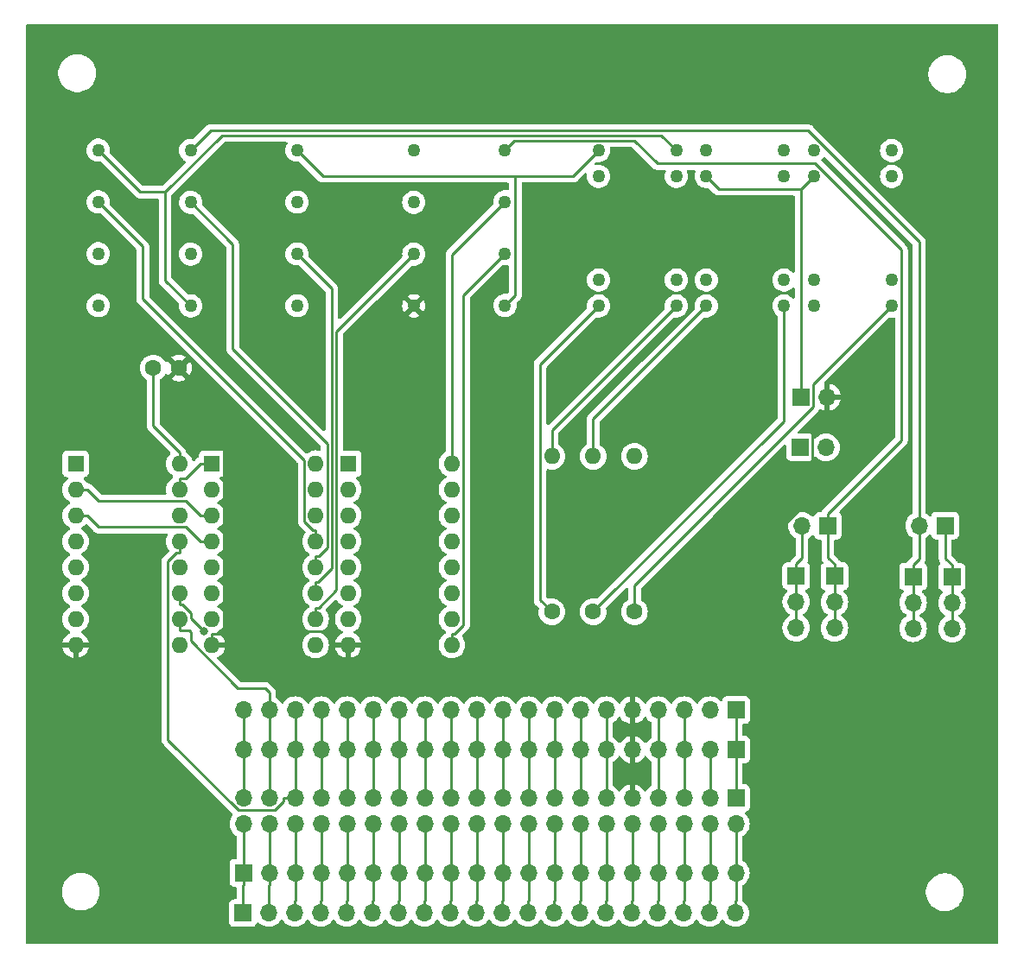
<source format=gbr>
%TF.GenerationSoftware,KiCad,Pcbnew,8.0.2*%
%TF.CreationDate,2024-05-08T16:39:50+01:00*%
%TF.ProjectId,VISIR_Lei_Ohm,56495349-525f-44c6-9569-5f4f686d2e6b,rev?*%
%TF.SameCoordinates,Original*%
%TF.FileFunction,Copper,L2,Bot*%
%TF.FilePolarity,Positive*%
%FSLAX46Y46*%
G04 Gerber Fmt 4.6, Leading zero omitted, Abs format (unit mm)*
G04 Created by KiCad (PCBNEW 8.0.2) date 2024-05-08 16:39:50*
%MOMM*%
%LPD*%
G01*
G04 APERTURE LIST*
%TA.AperFunction,ComponentPad*%
%ADD10R,1.600000X1.600000*%
%TD*%
%TA.AperFunction,ComponentPad*%
%ADD11O,1.600000X1.600000*%
%TD*%
%TA.AperFunction,ComponentPad*%
%ADD12C,1.270000*%
%TD*%
%TA.AperFunction,ComponentPad*%
%ADD13R,1.700000X1.700000*%
%TD*%
%TA.AperFunction,ComponentPad*%
%ADD14O,1.700000X1.700000*%
%TD*%
%TA.AperFunction,ComponentPad*%
%ADD15C,1.600000*%
%TD*%
%TA.AperFunction,ViaPad*%
%ADD16C,0.800000*%
%TD*%
%TA.AperFunction,Conductor*%
%ADD17C,0.250000*%
%TD*%
G04 APERTURE END LIST*
D10*
%TO.P,U1,1,Q1*%
%TO.N,/I_{12}*%
X125550000Y-73780000D03*
D11*
%TO.P,U1,2,Q2*%
%TO.N,/I_{13}*%
X125550000Y-76320000D03*
%TO.P,U1,3,Q3*%
%TO.N,/I_{14}*%
X125550000Y-78860000D03*
%TO.P,U1,4,Q4*%
%TO.N,/I_{15}*%
X125550000Y-81400000D03*
%TO.P,U1,5,Q5*%
%TO.N,/I_{16}*%
X125550000Y-83940000D03*
%TO.P,U1,6,Q6*%
%TO.N,/I_{17}*%
X125550000Y-86480000D03*
%TO.P,U1,7,Q7*%
%TO.N,/I_{21}*%
X125550000Y-89020000D03*
%TO.P,U1,8,GND*%
%TO.N,GND*%
X125550000Y-91560000D03*
%TO.P,U1,9,Q7_2*%
%TO.N,unconnected-(U1-Q7_2-Pad9)*%
X135710000Y-91560000D03*
%TO.P,U1,10,~SRCLR*%
%TO.N,/~{SRCLR}*%
X135710000Y-89020000D03*
%TO.P,U1,11,SRCLK*%
%TO.N,/SRCLK*%
X135710000Y-86480000D03*
%TO.P,U1,12,RCLK*%
%TO.N,/RCLK*%
X135710000Y-83940000D03*
%TO.P,U1,13,~OE*%
%TO.N,/~{OE}*%
X135710000Y-81400000D03*
%TO.P,U1,14,SER*%
%TO.N,/SER1*%
X135710000Y-78860000D03*
%TO.P,U1,15,Q0*%
%TO.N,/I_{11}*%
X135710000Y-76320000D03*
%TO.P,U1,16,VCC*%
%TO.N,/5VPower1*%
X135710000Y-73780000D03*
%TD*%
D12*
%TO.P,K4,1,1*%
%TO.N,VCC*%
X127760000Y-58280000D03*
%TO.P,K4,2,2*%
%TO.N,+12V*%
X127760000Y-53200000D03*
%TO.P,K4,3,3*%
%TO.N,/O_{14}*%
X127760000Y-48120000D03*
%TO.P,K4,4,4*%
%TO.N,A*%
X127760000Y-43040000D03*
%TD*%
D13*
%TO.P,J8,1,Pin_1*%
%TO.N,Net-(J1-3V3Power1)*%
X190250000Y-97950000D03*
D14*
%TO.P,J8,2,Pin_2*%
%TO.N,Net-(J1-GPIO2{slash}SDA)*%
X187710000Y-97950000D03*
%TO.P,J8,3,Pin_3*%
%TO.N,Net-(J1-GPIO3{slash}SCL)*%
X185170000Y-97950000D03*
%TO.P,J8,4,Pin_4*%
%TO.N,Net-(J1-GPIO4{slash}GPCLK0)*%
X182630000Y-97950000D03*
%TO.P,J8,5,Pin_5*%
%TO.N,GND*%
X180090000Y-97950000D03*
%TO.P,J8,6,Pin_6*%
%TO.N,Net-(J1-GPIO17)*%
X177550000Y-97950000D03*
%TO.P,J8,7,Pin_7*%
%TO.N,Net-(J1-GPIO27)*%
X175010000Y-97950000D03*
%TO.P,J8,8,Pin_8*%
%TO.N,Net-(J1-GPIO22)*%
X172470000Y-97950000D03*
%TO.P,J8,9,Pin_9*%
%TO.N,Net-(J1-3v3Power2)*%
X169930000Y-97950000D03*
%TO.P,J8,10,Pin_10*%
%TO.N,Net-(J1-GPIO10{slash}MOSI)*%
X167390000Y-97950000D03*
%TO.P,J8,11,Pin_11*%
%TO.N,Net-(J1-GPIO9{slash}MISO)*%
X164850000Y-97950000D03*
%TO.P,J8,12,Pin_12*%
%TO.N,Net-(J1-GPIO11{slash}SCLK)*%
X162310000Y-97950000D03*
%TO.P,J8,13,Pin_13*%
%TO.N,GND1*%
X159770000Y-97950000D03*
%TO.P,J8,14,Pin_14*%
%TO.N,Net-(J1-GPIO0{slash}ID_SD)*%
X157230000Y-97950000D03*
%TO.P,J8,15,Pin_15*%
%TO.N,/SER1*%
X154690000Y-97950000D03*
%TO.P,J8,16,Pin_16*%
%TO.N,/RCLK*%
X152150000Y-97950000D03*
%TO.P,J8,17,Pin_17*%
%TO.N,/SRCLK*%
X149610000Y-97950000D03*
%TO.P,J8,18,Pin_18*%
%TO.N,/~{OE}*%
X147070000Y-97950000D03*
%TO.P,J8,19,Pin_19*%
%TO.N,/~{SRCLR}*%
X144530000Y-97950000D03*
%TO.P,J8,20,Pin_20*%
%TO.N,GND2*%
X141990000Y-97950000D03*
%TD*%
D13*
%TO.P,J4,1,Pin_1*%
%TO.N,Net-(J4-Pin_1)*%
X207600000Y-84850000D03*
D14*
%TO.P,J4,2,Pin_2*%
X207600000Y-87390000D03*
%TO.P,J4,3,Pin_3*%
X207600000Y-89930000D03*
%TD*%
D13*
%TO.P,J10,1,Pin_1*%
%TO.N,Net-(J10-Pin_1)*%
X196150000Y-84790000D03*
D14*
%TO.P,J10,2,Pin_2*%
X196150000Y-87330000D03*
%TO.P,J10,3,Pin_3*%
X196150000Y-89870000D03*
%TD*%
D15*
%TO.P,R1,1*%
%TO.N,Net-(K1-Pad7)*%
X172200000Y-88300000D03*
D11*
%TO.P,R1,2*%
%TO.N,Net-(K1-Pad8)*%
X172200000Y-73060000D03*
%TD*%
D15*
%TO.P,R3,1*%
%TO.N,Net-(K3-Pad8)*%
X180300000Y-88300000D03*
D11*
%TO.P,R3,2*%
%TO.N,Net-(K3-Pad7)*%
X180300000Y-73060000D03*
%TD*%
D13*
%TO.P,MES3,1,-*%
%TO.N,C*%
X199250000Y-79870000D03*
D14*
%TO.P,MES3,2,+*%
%TO.N,Net-(J10-Pin_1)*%
X196710000Y-79870000D03*
%TD*%
D12*
%TO.P,K8,1,1*%
%TO.N,B*%
X167620000Y-58260000D03*
%TO.P,K8,2,2*%
%TO.N,+12V*%
X167620000Y-53180000D03*
%TO.P,K8,3,3*%
%TO.N,/O_{21}*%
X167620000Y-48100000D03*
%TO.P,K8,4,4*%
%TO.N,C*%
X167620000Y-43020000D03*
%TD*%
%TO.P,K7,1,1*%
%TO.N,C*%
X158680000Y-43080000D03*
%TO.P,K7,2,2*%
%TO.N,+12V*%
X158680000Y-48160000D03*
%TO.P,K7,3,3*%
%TO.N,/O_{17}*%
X158680000Y-53240000D03*
%TO.P,K7,4,4*%
%TO.N,GND*%
X158680000Y-58320000D03*
%TD*%
D13*
%TO.P,J5,1,Pin_1*%
%TO.N,Net-(J1-GPIO21{slash}PCM_DOUT)*%
X141970000Y-113900000D03*
D14*
%TO.P,J5,2,Pin_2*%
%TO.N,Net-(J1-GPIO20{slash}PCM_DIN)*%
X144510000Y-113900000D03*
%TO.P,J5,3,Pin_3*%
%TO.N,Net-(J1-GPIO16)*%
X147050000Y-113900000D03*
%TO.P,J5,4,Pin_4*%
%TO.N,GND7*%
X149590000Y-113900000D03*
%TO.P,J5,5,Pin_5*%
%TO.N,Net-(J1-GPIO12{slash}PWM0)*%
X152130000Y-113900000D03*
%TO.P,J5,6,Pin_6*%
%TO.N,GND6*%
X154670000Y-113900000D03*
%TO.P,J5,7,Pin_7*%
%TO.N,Net-(J1-GPIO1{slash}ID_SC)*%
X157210000Y-113900000D03*
%TO.P,J5,8,Pin_8*%
%TO.N,Net-(J1-GPIO7{slash}CE1)*%
X159750000Y-113900000D03*
%TO.P,J5,9,Pin_9*%
%TO.N,Net-(J1-GPIO8{slash}CE0)*%
X162290000Y-113900000D03*
%TO.P,J5,10,Pin_10*%
%TO.N,Net-(J1-GPIO25)*%
X164830000Y-113900000D03*
%TO.P,J5,11,Pin_11*%
%TO.N,GND5*%
X167370000Y-113900000D03*
%TO.P,J5,12,Pin_12*%
%TO.N,Net-(J1-GPIO24)*%
X169910000Y-113900000D03*
%TO.P,J5,13,Pin_13*%
%TO.N,Net-(J1-GPIO23)*%
X172450000Y-113900000D03*
%TO.P,J5,14,Pin_14*%
%TO.N,GND4*%
X174990000Y-113900000D03*
%TO.P,J5,15,Pin_15*%
%TO.N,Net-(J1-GPIO18{slash}PCM_CLK)*%
X177530000Y-113900000D03*
%TO.P,J5,16,Pin_16*%
%TO.N,Net-(J1-GPIO15{slash}RXD)*%
X180070000Y-113900000D03*
%TO.P,J5,17,Pin_17*%
%TO.N,Net-(J1-GPIO14{slash}TXD)*%
X182610000Y-113900000D03*
%TO.P,J5,18,Pin_18*%
%TO.N,GND3*%
X185150000Y-113900000D03*
%TO.P,J5,19,Pin_19*%
%TO.N,Net-(J1-5VPower2)*%
X187690000Y-113900000D03*
%TO.P,J5,20,Pin_20*%
%TO.N,/5VPower1*%
X190230000Y-113900000D03*
%TD*%
D12*
%TO.P,K3,1,1*%
%TO.N,B*%
X197880800Y-43080000D03*
%TO.P,K3,2,2*%
%TO.N,+12V*%
X197880800Y-45620000D03*
%TO.P,K3,6,6*%
%TO.N,/O_{13}*%
X197880800Y-55780000D03*
%TO.P,K3,7,7*%
%TO.N,Net-(K3-Pad7)*%
X197880800Y-58320000D03*
%TO.P,K3,8,8*%
%TO.N,Net-(K3-Pad8)*%
X205500800Y-58320000D03*
%TO.P,K3,9,9*%
%TO.N,unconnected-(K3-Pad9)*%
X205500800Y-55780000D03*
%TO.P,K3,13,13*%
%TO.N,unconnected-(K3-Pad13)*%
X205500800Y-45620000D03*
%TO.P,K3,14,14*%
%TO.N,A*%
X205500800Y-43080000D03*
%TD*%
D13*
%TO.P,J11,1,Pin_1*%
%TO.N,C*%
X199900000Y-84820000D03*
D14*
%TO.P,J11,2,Pin_2*%
X199900000Y-87360000D03*
%TO.P,J11,3,Pin_3*%
X199900000Y-89900000D03*
%TD*%
D13*
%TO.P,MES1,1,-*%
%TO.N,C*%
X210740000Y-79850000D03*
D14*
%TO.P,MES1,2,+*%
%TO.N,Net-(J4-Pin_1)*%
X208200000Y-79850000D03*
%TD*%
D15*
%TO.P,C1,1*%
%TO.N,/5VPower1*%
X133150000Y-64400000D03*
%TO.P,C1,2*%
%TO.N,GND*%
X135650000Y-64400000D03*
%TD*%
%TO.P,R2,1*%
%TO.N,Net-(K2-Pad8)*%
X176250000Y-88300000D03*
D11*
%TO.P,R2,2*%
%TO.N,Net-(K2-Pad7)*%
X176250000Y-73060000D03*
%TD*%
D13*
%TO.P,J1,1,3V3Power1*%
%TO.N,Net-(J1-3V3Power1)*%
X190240000Y-106560000D03*
D14*
%TO.P,J1,2,5VPower1*%
%TO.N,/5VPower1*%
X190240000Y-109100000D03*
%TO.P,J1,3,GPIO2/SDA*%
%TO.N,Net-(J1-GPIO2{slash}SDA)*%
X187700000Y-106560000D03*
%TO.P,J1,4,5VPower2*%
%TO.N,Net-(J1-5VPower2)*%
X187700000Y-109100000D03*
%TO.P,J1,5,GPIO3/SCL*%
%TO.N,Net-(J1-GPIO3{slash}SCL)*%
X185160000Y-106560000D03*
%TO.P,J1,6,GND*%
%TO.N,GND3*%
X185160000Y-109100000D03*
%TO.P,J1,7,GPIO4/GPCLK0*%
%TO.N,Net-(J1-GPIO4{slash}GPCLK0)*%
X182620000Y-106560000D03*
%TO.P,J1,8,GPIO14/TXD*%
%TO.N,Net-(J1-GPIO14{slash}TXD)*%
X182620000Y-109100000D03*
%TO.P,J1,9,GND*%
%TO.N,GND*%
X180080000Y-106560000D03*
%TO.P,J1,10,GPIO15/RXD*%
%TO.N,Net-(J1-GPIO15{slash}RXD)*%
X180080000Y-109100000D03*
%TO.P,J1,11,GPIO17*%
%TO.N,Net-(J1-GPIO17)*%
X177540000Y-106560000D03*
%TO.P,J1,12,GPIO18/PCM_CLK*%
%TO.N,Net-(J1-GPIO18{slash}PCM_CLK)*%
X177540000Y-109100000D03*
%TO.P,J1,13,GPIO27*%
%TO.N,Net-(J1-GPIO27)*%
X175000000Y-106560000D03*
%TO.P,J1,14,GND*%
%TO.N,GND4*%
X175000000Y-109100000D03*
%TO.P,J1,15,GPIO22*%
%TO.N,Net-(J1-GPIO22)*%
X172460000Y-106560000D03*
%TO.P,J1,16,GPIO23*%
%TO.N,Net-(J1-GPIO23)*%
X172460000Y-109100000D03*
%TO.P,J1,17,3v3Power2*%
%TO.N,Net-(J1-3v3Power2)*%
X169920000Y-106560000D03*
%TO.P,J1,18,GPIO24*%
%TO.N,Net-(J1-GPIO24)*%
X169920000Y-109100000D03*
%TO.P,J1,19,GPIO10/MOSI*%
%TO.N,Net-(J1-GPIO10{slash}MOSI)*%
X167380000Y-106560000D03*
%TO.P,J1,20,GND*%
%TO.N,GND5*%
X167380000Y-109100000D03*
%TO.P,J1,21,GPIO9/MISO*%
%TO.N,Net-(J1-GPIO9{slash}MISO)*%
X164840000Y-106560000D03*
%TO.P,J1,22,GPIO25*%
%TO.N,Net-(J1-GPIO25)*%
X164840000Y-109100000D03*
%TO.P,J1,23,GPIO11/SCLK*%
%TO.N,Net-(J1-GPIO11{slash}SCLK)*%
X162300000Y-106560000D03*
%TO.P,J1,24,GPIO8/CE0*%
%TO.N,Net-(J1-GPIO8{slash}CE0)*%
X162300000Y-109100000D03*
%TO.P,J1,25,GND*%
%TO.N,GND1*%
X159760000Y-106560000D03*
%TO.P,J1,26,GPIO7/CE1*%
%TO.N,Net-(J1-GPIO7{slash}CE1)*%
X159760000Y-109100000D03*
%TO.P,J1,27,GPIO0/ID_SD*%
%TO.N,Net-(J1-GPIO0{slash}ID_SD)*%
X157220000Y-106560000D03*
%TO.P,J1,28,GPIO1/ID_SC*%
%TO.N,Net-(J1-GPIO1{slash}ID_SC)*%
X157220000Y-109100000D03*
%TO.P,J1,29,GPIO5*%
%TO.N,/SER1*%
X154680000Y-106560000D03*
%TO.P,J1,30,GND*%
%TO.N,GND6*%
X154680000Y-109100000D03*
%TO.P,J1,31,GPIO6*%
%TO.N,/RCLK*%
X152140000Y-106560000D03*
%TO.P,J1,32,GPIO12/PWM0*%
%TO.N,Net-(J1-GPIO12{slash}PWM0)*%
X152140000Y-109100000D03*
%TO.P,J1,33,GPIO13/PWM1*%
%TO.N,/SRCLK*%
X149600000Y-106560000D03*
%TO.P,J1,34,GROUND*%
%TO.N,GND7*%
X149600000Y-109100000D03*
%TO.P,J1,35,GPIO19/PCM_FS*%
%TO.N,/~{OE}*%
X147060000Y-106560000D03*
%TO.P,J1,36,GPIO16*%
%TO.N,Net-(J1-GPIO16)*%
X147060000Y-109100000D03*
%TO.P,J1,37,GPIO26*%
%TO.N,/~{SRCLR}*%
X144520000Y-106560000D03*
%TO.P,J1,38,GPIO20/PCM_DIN*%
%TO.N,Net-(J1-GPIO20{slash}PCM_DIN)*%
X144520000Y-109100000D03*
%TO.P,J1,39,GND*%
%TO.N,GND2*%
X141980000Y-106560000D03*
%TO.P,J1,40,GPIO21/PCM_DOUT*%
%TO.N,Net-(J1-GPIO21{slash}PCM_DOUT)*%
X141980000Y-109100000D03*
%TD*%
D12*
%TO.P,K1,1,1*%
%TO.N,B*%
X176780000Y-43080000D03*
%TO.P,K1,2,2*%
%TO.N,+12V*%
X176780000Y-45620000D03*
%TO.P,K1,6,6*%
%TO.N,/O_{11}*%
X176780000Y-55780000D03*
%TO.P,K1,7,7*%
%TO.N,Net-(K1-Pad7)*%
X176780000Y-58320000D03*
%TO.P,K1,8,8*%
%TO.N,Net-(K1-Pad8)*%
X184400000Y-58320000D03*
%TO.P,K1,9,9*%
%TO.N,unconnected-(K1-Pad9)*%
X184400000Y-55780000D03*
%TO.P,K1,13,13*%
%TO.N,unconnected-(K1-Pad13)*%
X184400000Y-45620000D03*
%TO.P,K1,14,14*%
%TO.N,A*%
X184400000Y-43080000D03*
%TD*%
D13*
%TO.P,J2,1,Pin_1*%
%TO.N,VCC*%
X196525000Y-72200000D03*
D14*
%TO.P,J2,2,Pin_2*%
%TO.N,D*%
X199065000Y-72200000D03*
%TD*%
D12*
%TO.P,K2,1,1*%
%TO.N,B*%
X187330400Y-43080000D03*
%TO.P,K2,2,2*%
%TO.N,+12V*%
X187330400Y-45620000D03*
%TO.P,K2,6,6*%
%TO.N,/O_{12}*%
X187330400Y-55780000D03*
%TO.P,K2,7,7*%
%TO.N,Net-(K2-Pad7)*%
X187330400Y-58320000D03*
%TO.P,K2,8,8*%
%TO.N,Net-(K2-Pad8)*%
X194950400Y-58320000D03*
%TO.P,K2,9,9*%
%TO.N,unconnected-(K2-Pad9)*%
X194950400Y-55780000D03*
%TO.P,K2,13,13*%
%TO.N,unconnected-(K2-Pad13)*%
X194950400Y-45620000D03*
%TO.P,K2,14,14*%
%TO.N,A*%
X194950400Y-43080000D03*
%TD*%
D13*
%TO.P,J3,1,Pin_1*%
%TO.N,+12V*%
X196625000Y-67250000D03*
D14*
%TO.P,J3,2,Pin_2*%
%TO.N,GND*%
X199165000Y-67250000D03*
%TD*%
D13*
%TO.P,J9,1,Pin_1*%
%TO.N,C*%
X211400000Y-84900000D03*
D14*
%TO.P,J9,2,Pin_2*%
X211400000Y-87440000D03*
%TO.P,J9,3,Pin_3*%
X211400000Y-89980000D03*
%TD*%
D10*
%TO.P,U2,1,I1*%
%TO.N,/I_{11}*%
X138900000Y-73780000D03*
D11*
%TO.P,U2,2,I2*%
%TO.N,/I_{12}*%
X138900000Y-76320000D03*
%TO.P,U2,3,I3*%
%TO.N,/I_{13}*%
X138900000Y-78860000D03*
%TO.P,U2,4,I4*%
%TO.N,/I_{14}*%
X138900000Y-81400000D03*
%TO.P,U2,5,I5*%
%TO.N,/I_{15}*%
X138900000Y-83940000D03*
%TO.P,U2,6,I6*%
%TO.N,/I_{16}*%
X138900000Y-86480000D03*
%TO.P,U2,7,I7*%
%TO.N,/I_{17}*%
X138900000Y-89020000D03*
%TO.P,U2,8,GND*%
%TO.N,GND*%
X138900000Y-91560000D03*
%TO.P,U2,9,COM*%
%TO.N,+12V*%
X149060000Y-91560000D03*
%TO.P,U2,10,O7*%
%TO.N,/O_{17}*%
X149060000Y-89020000D03*
%TO.P,U2,11,O6*%
%TO.N,/O_{16}*%
X149060000Y-86480000D03*
%TO.P,U2,12,O5*%
%TO.N,/O_{15}*%
X149060000Y-83940000D03*
%TO.P,U2,13,O4*%
%TO.N,/O_{14}*%
X149060000Y-81400000D03*
%TO.P,U2,14,O3*%
%TO.N,/O_{13}*%
X149060000Y-78860000D03*
%TO.P,U2,15,O2*%
%TO.N,/O_{12}*%
X149060000Y-76320000D03*
%TO.P,U2,16,O1*%
%TO.N,/O_{11}*%
X149060000Y-73780000D03*
%TD*%
D12*
%TO.P,K6,1,1*%
%TO.N,B*%
X147230000Y-43060000D03*
%TO.P,K6,2,2*%
%TO.N,+12V*%
X147230000Y-48140000D03*
%TO.P,K6,3,3*%
%TO.N,/O_{16}*%
X147230000Y-53220000D03*
%TO.P,K6,4,4*%
%TO.N,Net-(J10-Pin_1)*%
X147230000Y-58300000D03*
%TD*%
%TO.P,K5,1,1*%
%TO.N,A*%
X136810000Y-58320000D03*
%TO.P,K5,2,2*%
%TO.N,+12V*%
X136810000Y-53240000D03*
%TO.P,K5,3,3*%
%TO.N,/O_{15}*%
X136810000Y-48160000D03*
%TO.P,K5,4,4*%
%TO.N,Net-(J4-Pin_1)*%
X136810000Y-43080000D03*
%TD*%
D13*
%TO.P,J6,1,Pin_1*%
%TO.N,Net-(J1-GPIO21{slash}PCM_DOUT)*%
X141940000Y-117850000D03*
D14*
%TO.P,J6,2,Pin_2*%
%TO.N,Net-(J1-GPIO20{slash}PCM_DIN)*%
X144480000Y-117850000D03*
%TO.P,J6,3,Pin_3*%
%TO.N,Net-(J1-GPIO16)*%
X147020000Y-117850000D03*
%TO.P,J6,4,Pin_4*%
%TO.N,GND7*%
X149560000Y-117850000D03*
%TO.P,J6,5,Pin_5*%
%TO.N,Net-(J1-GPIO12{slash}PWM0)*%
X152100000Y-117850000D03*
%TO.P,J6,6,Pin_6*%
%TO.N,GND6*%
X154640000Y-117850000D03*
%TO.P,J6,7,Pin_7*%
%TO.N,Net-(J1-GPIO1{slash}ID_SC)*%
X157180000Y-117850000D03*
%TO.P,J6,8,Pin_8*%
%TO.N,Net-(J1-GPIO7{slash}CE1)*%
X159720000Y-117850000D03*
%TO.P,J6,9,Pin_9*%
%TO.N,Net-(J1-GPIO8{slash}CE0)*%
X162260000Y-117850000D03*
%TO.P,J6,10,Pin_10*%
%TO.N,Net-(J1-GPIO25)*%
X164800000Y-117850000D03*
%TO.P,J6,11,Pin_11*%
%TO.N,GND5*%
X167340000Y-117850000D03*
%TO.P,J6,12,Pin_12*%
%TO.N,Net-(J1-GPIO24)*%
X169880000Y-117850000D03*
%TO.P,J6,13,Pin_13*%
%TO.N,Net-(J1-GPIO23)*%
X172420000Y-117850000D03*
%TO.P,J6,14,Pin_14*%
%TO.N,GND4*%
X174960000Y-117850000D03*
%TO.P,J6,15,Pin_15*%
%TO.N,Net-(J1-GPIO18{slash}PCM_CLK)*%
X177500000Y-117850000D03*
%TO.P,J6,16,Pin_16*%
%TO.N,Net-(J1-GPIO15{slash}RXD)*%
X180040000Y-117850000D03*
%TO.P,J6,17,Pin_17*%
%TO.N,Net-(J1-GPIO14{slash}TXD)*%
X182580000Y-117850000D03*
%TO.P,J6,18,Pin_18*%
%TO.N,GND3*%
X185120000Y-117850000D03*
%TO.P,J6,19,Pin_19*%
%TO.N,Net-(J1-5VPower2)*%
X187660000Y-117850000D03*
%TO.P,J6,20,Pin_20*%
%TO.N,/5VPower1*%
X190200000Y-117850000D03*
%TD*%
D10*
%TO.P,U3,1,I1*%
%TO.N,/I_{21}*%
X152250000Y-73780000D03*
D11*
%TO.P,U3,2,I2*%
%TO.N,/I_{22}*%
X152250000Y-76320000D03*
%TO.P,U3,3,I3*%
%TO.N,/I_{23}*%
X152250000Y-78860000D03*
%TO.P,U3,4,I4*%
%TO.N,/I_{24}*%
X152250000Y-81400000D03*
%TO.P,U3,5,I5*%
%TO.N,/I_{25}*%
X152250000Y-83940000D03*
%TO.P,U3,6,I6*%
%TO.N,/I_{26}*%
X152250000Y-86480000D03*
%TO.P,U3,7,I7*%
%TO.N,/I_{27}*%
X152250000Y-89020000D03*
%TO.P,U3,8,GND*%
%TO.N,GND*%
X152250000Y-91560000D03*
%TO.P,U3,9,COM*%
%TO.N,+12V*%
X162410000Y-91560000D03*
%TO.P,U3,10,O7*%
%TO.N,/O_{27}*%
X162410000Y-89020000D03*
%TO.P,U3,11,O6*%
%TO.N,/O_{26}*%
X162410000Y-86480000D03*
%TO.P,U3,12,O5*%
%TO.N,/O_{25}*%
X162410000Y-83940000D03*
%TO.P,U3,13,O4*%
%TO.N,/O_{24}*%
X162410000Y-81400000D03*
%TO.P,U3,14,O3*%
%TO.N,/O_{23}*%
X162410000Y-78860000D03*
%TO.P,U3,15,O2*%
%TO.N,/O_{22}*%
X162410000Y-76320000D03*
%TO.P,U3,16,O1*%
%TO.N,/O_{21}*%
X162410000Y-73780000D03*
%TD*%
D13*
%TO.P,J7,1,Pin_1*%
%TO.N,Net-(J1-3V3Power1)*%
X190260000Y-101800000D03*
D14*
%TO.P,J7,2,Pin_2*%
%TO.N,Net-(J1-GPIO2{slash}SDA)*%
X187720000Y-101800000D03*
%TO.P,J7,3,Pin_3*%
%TO.N,Net-(J1-GPIO3{slash}SCL)*%
X185180000Y-101800000D03*
%TO.P,J7,4,Pin_4*%
%TO.N,Net-(J1-GPIO4{slash}GPCLK0)*%
X182640000Y-101800000D03*
%TO.P,J7,5,Pin_5*%
%TO.N,GND*%
X180100000Y-101800000D03*
%TO.P,J7,6,Pin_6*%
%TO.N,Net-(J1-GPIO17)*%
X177560000Y-101800000D03*
%TO.P,J7,7,Pin_7*%
%TO.N,Net-(J1-GPIO27)*%
X175020000Y-101800000D03*
%TO.P,J7,8,Pin_8*%
%TO.N,Net-(J1-GPIO22)*%
X172480000Y-101800000D03*
%TO.P,J7,9,Pin_9*%
%TO.N,Net-(J1-3v3Power2)*%
X169940000Y-101800000D03*
%TO.P,J7,10,Pin_10*%
%TO.N,Net-(J1-GPIO10{slash}MOSI)*%
X167400000Y-101800000D03*
%TO.P,J7,11,Pin_11*%
%TO.N,Net-(J1-GPIO9{slash}MISO)*%
X164860000Y-101800000D03*
%TO.P,J7,12,Pin_12*%
%TO.N,Net-(J1-GPIO11{slash}SCLK)*%
X162320000Y-101800000D03*
%TO.P,J7,13,Pin_13*%
%TO.N,GND1*%
X159780000Y-101800000D03*
%TO.P,J7,14,Pin_14*%
%TO.N,Net-(J1-GPIO0{slash}ID_SD)*%
X157240000Y-101800000D03*
%TO.P,J7,15,Pin_15*%
%TO.N,/SER1*%
X154700000Y-101800000D03*
%TO.P,J7,16,Pin_16*%
%TO.N,/RCLK*%
X152160000Y-101800000D03*
%TO.P,J7,17,Pin_17*%
%TO.N,/SRCLK*%
X149620000Y-101800000D03*
%TO.P,J7,18,Pin_18*%
%TO.N,/~{OE}*%
X147080000Y-101800000D03*
%TO.P,J7,19,Pin_19*%
%TO.N,/~{SRCLR}*%
X144540000Y-101800000D03*
%TO.P,J7,20,Pin_20*%
%TO.N,GND2*%
X142000000Y-101800000D03*
%TD*%
D16*
%TO.N,/SRCLK*%
X138129500Y-90237000D03*
%TD*%
D17*
%TO.N,/~{SRCLR}*%
X144530000Y-96230000D02*
X144530000Y-97950000D01*
X141450000Y-95800000D02*
X144100000Y-95800000D01*
X136836700Y-91186700D02*
X141450000Y-95800000D01*
X144100000Y-95800000D02*
X144530000Y-96230000D01*
X136696700Y-90146700D02*
X136836700Y-90286700D01*
X135710000Y-90146700D02*
X136696700Y-90146700D01*
X136836700Y-90286700D02*
X136836700Y-91186700D01*
X135710000Y-89020000D02*
X135710000Y-90146700D01*
%TO.N,GND5*%
X167380000Y-112713300D02*
X167370000Y-112723300D01*
X167380000Y-109100000D02*
X167380000Y-112713300D01*
X167370000Y-113900000D02*
X167370000Y-112723300D01*
X167370000Y-116643300D02*
X167370000Y-113900000D01*
X167340000Y-116673300D02*
X167370000Y-116643300D01*
X167340000Y-117850000D02*
X167340000Y-116673300D01*
%TO.N,GND7*%
X149600000Y-112713300D02*
X149590000Y-112723300D01*
X149600000Y-109100000D02*
X149600000Y-112713300D01*
X149590000Y-113900000D02*
X149590000Y-112723300D01*
X149590000Y-116643300D02*
X149590000Y-113900000D01*
X149560000Y-116673300D02*
X149590000Y-116643300D01*
X149560000Y-117850000D02*
X149560000Y-116673300D01*
%TO.N,GND3*%
X185160000Y-112713300D02*
X185150000Y-112723300D01*
X185160000Y-109100000D02*
X185160000Y-112713300D01*
X185150000Y-113900000D02*
X185150000Y-112723300D01*
X185150000Y-116643300D02*
X185150000Y-113900000D01*
X185120000Y-116673300D02*
X185150000Y-116643300D01*
X185120000Y-117850000D02*
X185120000Y-116673300D01*
%TO.N,GND6*%
X154680000Y-112713300D02*
X154670000Y-112723300D01*
X154680000Y-109100000D02*
X154680000Y-112713300D01*
X154670000Y-113900000D02*
X154670000Y-112723300D01*
X154670000Y-116643300D02*
X154670000Y-113900000D01*
X154640000Y-116673300D02*
X154670000Y-116643300D01*
X154640000Y-117850000D02*
X154640000Y-116673300D01*
%TO.N,GND4*%
X175000000Y-112713300D02*
X174990000Y-112723300D01*
X175000000Y-109100000D02*
X175000000Y-112713300D01*
X174990000Y-113900000D02*
X174990000Y-112723300D01*
X174990000Y-116643300D02*
X174990000Y-113900000D01*
X174960000Y-116673300D02*
X174990000Y-116643300D01*
X174960000Y-117850000D02*
X174960000Y-116673300D01*
%TO.N,GND2*%
X141980000Y-106560000D02*
X141980000Y-105383300D01*
X142000000Y-101800000D02*
X141990000Y-101800000D01*
X141990000Y-105373300D02*
X141990000Y-101800000D01*
X141980000Y-105383300D02*
X141990000Y-105373300D01*
X141990000Y-101800000D02*
X141990000Y-97950000D01*
%TO.N,GND1*%
X159760000Y-106560000D02*
X159760000Y-105383300D01*
X159780000Y-105363300D02*
X159780000Y-101800000D01*
X159760000Y-105383300D02*
X159780000Y-105363300D01*
X159770000Y-100613300D02*
X159770000Y-97950000D01*
X159780000Y-100623300D02*
X159770000Y-100613300D01*
X159780000Y-101800000D02*
X159780000Y-100623300D01*
%TO.N,Net-(J10-Pin_1)*%
X196710000Y-83053300D02*
X196150000Y-83613300D01*
X196710000Y-79870000D02*
X196710000Y-83053300D01*
X196150000Y-84790000D02*
X196150000Y-83613300D01*
X196150000Y-89870000D02*
X196150000Y-87330000D01*
X196150000Y-87330000D02*
X196150000Y-84790000D01*
%TO.N,Net-(J4-Pin_1)*%
X207600000Y-84850000D02*
X207600000Y-83673300D01*
X207600000Y-89930000D02*
X207600000Y-87390000D01*
X207600000Y-87390000D02*
X207600000Y-84850000D01*
X208200000Y-83073300D02*
X208200000Y-79850000D01*
X207600000Y-83673300D02*
X208200000Y-83073300D01*
X138764600Y-41125400D02*
X136810000Y-43080000D01*
X197294800Y-41125400D02*
X138764600Y-41125400D01*
X208200000Y-52030600D02*
X197294800Y-41125400D01*
X208200000Y-79850000D02*
X208200000Y-52030600D01*
%TO.N,/5VPower1*%
X190240000Y-112713300D02*
X190230000Y-112723300D01*
X190240000Y-109100000D02*
X190240000Y-112713300D01*
X190230000Y-113900000D02*
X190230000Y-112723300D01*
X133150000Y-70093300D02*
X135710000Y-72653300D01*
X133150000Y-64400000D02*
X133150000Y-70093300D01*
X135710000Y-73780000D02*
X135710000Y-72653300D01*
X190230000Y-116643300D02*
X190230000Y-113900000D01*
X190200000Y-116673300D02*
X190230000Y-116643300D01*
X190200000Y-117850000D02*
X190200000Y-116673300D01*
%TO.N,Net-(J1-GPIO22)*%
X172460000Y-106560000D02*
X172460000Y-105383300D01*
X172480000Y-105363300D02*
X172480000Y-101800000D01*
X172460000Y-105383300D02*
X172480000Y-105363300D01*
X172470000Y-100613300D02*
X172470000Y-97950000D01*
X172480000Y-100623300D02*
X172470000Y-100613300D01*
X172480000Y-101800000D02*
X172480000Y-100623300D01*
%TO.N,Net-(J1-GPIO3{slash}SCL)*%
X185160000Y-106560000D02*
X185160000Y-105383300D01*
X185180000Y-105363300D02*
X185180000Y-101800000D01*
X185160000Y-105383300D02*
X185180000Y-105363300D01*
X185170000Y-100613300D02*
X185170000Y-97950000D01*
X185180000Y-100623300D02*
X185170000Y-100613300D01*
X185180000Y-101800000D02*
X185180000Y-100623300D01*
%TO.N,Net-(J1-GPIO4{slash}GPCLK0)*%
X182620000Y-106560000D02*
X182620000Y-105383300D01*
X182640000Y-105363300D02*
X182640000Y-101800000D01*
X182620000Y-105383300D02*
X182640000Y-105363300D01*
X182630000Y-100613300D02*
X182630000Y-97950000D01*
X182640000Y-100623300D02*
X182630000Y-100613300D01*
X182640000Y-101800000D02*
X182640000Y-100623300D01*
%TO.N,Net-(J1-3V3Power1)*%
X190250000Y-100613300D02*
X190250000Y-97950000D01*
X190260000Y-100623300D02*
X190250000Y-100613300D01*
X190260000Y-101800000D02*
X190260000Y-100623300D01*
X190260000Y-105363300D02*
X190260000Y-101800000D01*
X190240000Y-105383300D02*
X190260000Y-105363300D01*
X190240000Y-106560000D02*
X190240000Y-105383300D01*
%TO.N,Net-(J1-GPIO2{slash}SDA)*%
X187700000Y-102996700D02*
X187720000Y-102976700D01*
X187700000Y-106560000D02*
X187700000Y-102996700D01*
X187720000Y-101800000D02*
X187720000Y-102976700D01*
%TO.N,Net-(J1-GPIO27)*%
X175000000Y-106560000D02*
X175000000Y-105383300D01*
X175020000Y-105363300D02*
X175020000Y-101800000D01*
X175000000Y-105383300D02*
X175020000Y-105363300D01*
X175010000Y-100613300D02*
X175010000Y-97950000D01*
X175020000Y-100623300D02*
X175010000Y-100613300D01*
X175020000Y-101800000D02*
X175020000Y-100623300D01*
%TO.N,Net-(J1-5VPower2)*%
X187700000Y-112713300D02*
X187690000Y-112723300D01*
X187700000Y-109100000D02*
X187700000Y-112713300D01*
X187690000Y-113900000D02*
X187690000Y-112723300D01*
X187690000Y-116643300D02*
X187690000Y-113900000D01*
X187660000Y-116673300D02*
X187690000Y-116643300D01*
X187660000Y-117850000D02*
X187660000Y-116673300D01*
%TO.N,Net-(J1-GPIO9{slash}MISO)*%
X164840000Y-106560000D02*
X164840000Y-105383300D01*
X164860000Y-105363300D02*
X164860000Y-101800000D01*
X164840000Y-105383300D02*
X164860000Y-105363300D01*
X164850000Y-100613300D02*
X164850000Y-97950000D01*
X164860000Y-100623300D02*
X164850000Y-100613300D01*
X164860000Y-101800000D02*
X164860000Y-100623300D01*
%TO.N,Net-(J1-GPIO10{slash}MOSI)*%
X167380000Y-106560000D02*
X167380000Y-105383300D01*
X167400000Y-105363300D02*
X167400000Y-101800000D01*
X167380000Y-105383300D02*
X167400000Y-105363300D01*
X167390000Y-100613300D02*
X167390000Y-97950000D01*
X167400000Y-100623300D02*
X167390000Y-100613300D01*
X167400000Y-101800000D02*
X167400000Y-100623300D01*
%TO.N,Net-(J1-GPIO17)*%
X177540000Y-106560000D02*
X177540000Y-105383300D01*
X177560000Y-105363300D02*
X177560000Y-101800000D01*
X177540000Y-105383300D02*
X177560000Y-105363300D01*
X177550000Y-100613300D02*
X177550000Y-97950000D01*
X177560000Y-100623300D02*
X177550000Y-100613300D01*
X177560000Y-101800000D02*
X177560000Y-100623300D01*
%TO.N,Net-(J1-GPIO11{slash}SCLK)*%
X162310000Y-100613300D02*
X162310000Y-97950000D01*
X162320000Y-100623300D02*
X162310000Y-100613300D01*
X162320000Y-101800000D02*
X162320000Y-100623300D01*
X162320000Y-105363300D02*
X162320000Y-101800000D01*
X162300000Y-105383300D02*
X162320000Y-105363300D01*
X162300000Y-106560000D02*
X162300000Y-105383300D01*
%TO.N,Net-(J1-GPIO0{slash}ID_SD)*%
X157220000Y-106560000D02*
X157220000Y-105383300D01*
X157240000Y-105363300D02*
X157240000Y-101800000D01*
X157220000Y-105383300D02*
X157240000Y-105363300D01*
X157230000Y-100613300D02*
X157230000Y-97950000D01*
X157240000Y-100623300D02*
X157230000Y-100613300D01*
X157240000Y-101800000D02*
X157240000Y-100623300D01*
%TO.N,Net-(J1-GPIO24)*%
X169920000Y-112713300D02*
X169910000Y-112723300D01*
X169920000Y-109100000D02*
X169920000Y-112713300D01*
X169910000Y-113900000D02*
X169910000Y-112723300D01*
X169910000Y-116643300D02*
X169910000Y-113900000D01*
X169880000Y-116673300D02*
X169910000Y-116643300D01*
X169880000Y-117850000D02*
X169880000Y-116673300D01*
%TO.N,Net-(J1-GPIO23)*%
X172460000Y-112713300D02*
X172450000Y-112723300D01*
X172460000Y-109100000D02*
X172460000Y-112713300D01*
X172450000Y-113900000D02*
X172450000Y-112723300D01*
X172450000Y-116643300D02*
X172450000Y-113900000D01*
X172420000Y-116673300D02*
X172450000Y-116643300D01*
X172420000Y-117850000D02*
X172420000Y-116673300D01*
%TO.N,/O_{14}*%
X148778200Y-80273300D02*
X149060000Y-80273300D01*
X147933300Y-79428400D02*
X148778200Y-80273300D01*
X147933300Y-73452800D02*
X147933300Y-79428400D01*
X132121500Y-57641000D02*
X147933300Y-73452800D01*
X132121500Y-52481500D02*
X132121500Y-57641000D01*
X127760000Y-48120000D02*
X132121500Y-52481500D01*
X149060000Y-81400000D02*
X149060000Y-80273300D01*
%TO.N,/I_{11}*%
X136360000Y-75193300D02*
X135710000Y-75193300D01*
X137773300Y-73780000D02*
X136360000Y-75193300D01*
X138900000Y-73780000D02*
X137773300Y-73780000D01*
X135710000Y-76320000D02*
X135710000Y-75193300D01*
%TO.N,GND*%
X199165000Y-67250000D02*
X199165000Y-68426700D01*
X180090000Y-97361600D02*
X180090000Y-96773300D01*
X180100000Y-105363300D02*
X180100000Y-101800000D01*
X180080000Y-105383300D02*
X180100000Y-105363300D01*
X180080000Y-106560000D02*
X180080000Y-105383300D01*
X138900000Y-91560000D02*
X138900000Y-90433300D01*
X152250000Y-91560000D02*
X151123300Y-91560000D01*
X139770000Y-90433300D02*
X140026700Y-90176600D01*
X138900000Y-90433300D02*
X139770000Y-90433300D01*
X149739900Y-90176600D02*
X151123300Y-91560000D01*
X140026700Y-90176600D02*
X149739900Y-90176600D01*
X180090000Y-96773300D02*
X180090000Y-94616600D01*
X197701700Y-69890000D02*
X199165000Y-68426700D01*
X197701700Y-77004900D02*
X197701700Y-69890000D01*
X180090000Y-94616600D02*
X197701700Y-77004900D01*
X156433300Y-94616600D02*
X153376700Y-91560000D01*
X180090000Y-94616600D02*
X156433300Y-94616600D01*
X152250000Y-91560000D02*
X153376700Y-91560000D01*
X180090000Y-97361600D02*
X180090000Y-97950000D01*
X180090000Y-100613300D02*
X180100000Y-100623300D01*
X180090000Y-97950000D02*
X180090000Y-100613300D01*
X180100000Y-101800000D02*
X180100000Y-100623300D01*
X140026700Y-68776700D02*
X140026700Y-90176600D01*
X135650000Y-64400000D02*
X140026700Y-68776700D01*
%TO.N,Net-(J1-GPIO1{slash}ID_SC)*%
X157220000Y-112713300D02*
X157210000Y-112723300D01*
X157220000Y-109100000D02*
X157220000Y-112713300D01*
X157210000Y-113900000D02*
X157210000Y-112723300D01*
X157210000Y-116643300D02*
X157210000Y-113900000D01*
X157180000Y-116673300D02*
X157210000Y-116643300D01*
X157180000Y-117850000D02*
X157180000Y-116673300D01*
%TO.N,Net-(J1-GPIO16)*%
X147060000Y-112713300D02*
X147050000Y-112723300D01*
X147060000Y-109100000D02*
X147060000Y-112713300D01*
X147050000Y-113900000D02*
X147050000Y-112723300D01*
X147050000Y-116643300D02*
X147050000Y-113900000D01*
X147020000Y-116673300D02*
X147050000Y-116643300D01*
X147020000Y-117850000D02*
X147020000Y-116673300D01*
%TO.N,Net-(J1-GPIO18{slash}PCM_CLK)*%
X177540000Y-112713300D02*
X177530000Y-112723300D01*
X177540000Y-109100000D02*
X177540000Y-112713300D01*
X177530000Y-113900000D02*
X177530000Y-112723300D01*
X177530000Y-116643300D02*
X177530000Y-113900000D01*
X177500000Y-116673300D02*
X177530000Y-116643300D01*
X177500000Y-117850000D02*
X177500000Y-116673300D01*
%TO.N,/I_{14}*%
X127803400Y-79986700D02*
X126676700Y-78860000D01*
X136360000Y-79986700D02*
X127803400Y-79986700D01*
X137773300Y-81400000D02*
X136360000Y-79986700D01*
X138900000Y-81400000D02*
X137773300Y-81400000D01*
X125550000Y-78860000D02*
X126676700Y-78860000D01*
%TO.N,/I_{13}*%
X127803400Y-77446700D02*
X126676700Y-76320000D01*
X136360000Y-77446700D02*
X127803400Y-77446700D01*
X137773300Y-78860000D02*
X136360000Y-77446700D01*
X138900000Y-78860000D02*
X137773300Y-78860000D01*
X125550000Y-76320000D02*
X126676700Y-76320000D01*
%TO.N,Net-(J1-GPIO15{slash}RXD)*%
X180080000Y-112713300D02*
X180070000Y-112723300D01*
X180080000Y-109100000D02*
X180080000Y-112713300D01*
X180070000Y-113900000D02*
X180070000Y-112723300D01*
X180070000Y-116643300D02*
X180070000Y-113900000D01*
X180040000Y-116673300D02*
X180070000Y-116643300D01*
X180040000Y-117850000D02*
X180040000Y-116673300D01*
%TO.N,Net-(J1-3v3Power2)*%
X169920000Y-106560000D02*
X169920000Y-105383300D01*
X169940000Y-105363300D02*
X169940000Y-101800000D01*
X169920000Y-105383300D02*
X169940000Y-105363300D01*
X169930000Y-100613300D02*
X169930000Y-97950000D01*
X169940000Y-100623300D02*
X169930000Y-100613300D01*
X169940000Y-101800000D02*
X169940000Y-100623300D01*
%TO.N,/O_{21}*%
X162410000Y-53310000D02*
X162410000Y-73780000D01*
X167620000Y-48100000D02*
X162410000Y-53310000D01*
%TO.N,Net-(J1-GPIO7{slash}CE1)*%
X159760000Y-112713300D02*
X159750000Y-112723300D01*
X159760000Y-109100000D02*
X159760000Y-112713300D01*
X159750000Y-113900000D02*
X159750000Y-112723300D01*
X159750000Y-116643300D02*
X159750000Y-113900000D01*
X159720000Y-116673300D02*
X159750000Y-116643300D01*
X159720000Y-117850000D02*
X159720000Y-116673300D01*
%TO.N,Net-(J1-GPIO20{slash}PCM_DIN)*%
X144510000Y-110286700D02*
X144510000Y-113900000D01*
X144520000Y-110276700D02*
X144510000Y-110286700D01*
X144520000Y-109100000D02*
X144520000Y-110276700D01*
X144480000Y-115106700D02*
X144510000Y-115076700D01*
X144480000Y-117850000D02*
X144480000Y-115106700D01*
X144510000Y-113900000D02*
X144510000Y-115076700D01*
%TO.N,Net-(J1-GPIO12{slash}PWM0)*%
X152140000Y-112713300D02*
X152130000Y-112723300D01*
X152140000Y-109100000D02*
X152140000Y-112713300D01*
X152130000Y-113900000D02*
X152130000Y-112723300D01*
X152130000Y-116643300D02*
X152130000Y-113900000D01*
X152100000Y-116673300D02*
X152130000Y-116643300D01*
X152100000Y-117850000D02*
X152100000Y-116673300D01*
%TO.N,Net-(J1-GPIO14{slash}TXD)*%
X182620000Y-112713300D02*
X182610000Y-112723300D01*
X182620000Y-109100000D02*
X182620000Y-112713300D01*
X182610000Y-113900000D02*
X182610000Y-112723300D01*
X182610000Y-116643300D02*
X182610000Y-113900000D01*
X182580000Y-116673300D02*
X182610000Y-116643300D01*
X182580000Y-117850000D02*
X182580000Y-116673300D01*
%TO.N,Net-(J1-GPIO8{slash}CE0)*%
X162300000Y-112713300D02*
X162290000Y-112723300D01*
X162300000Y-109100000D02*
X162300000Y-112713300D01*
X162290000Y-113900000D02*
X162290000Y-112723300D01*
X162290000Y-116643300D02*
X162290000Y-113900000D01*
X162260000Y-116673300D02*
X162290000Y-116643300D01*
X162260000Y-117850000D02*
X162260000Y-116673300D01*
%TO.N,Net-(J1-GPIO25)*%
X164840000Y-112713300D02*
X164830000Y-112723300D01*
X164840000Y-109100000D02*
X164840000Y-112713300D01*
X164830000Y-113900000D02*
X164830000Y-112723300D01*
X164830000Y-116643300D02*
X164830000Y-113900000D01*
X164800000Y-116673300D02*
X164830000Y-116643300D01*
X164800000Y-117850000D02*
X164800000Y-116673300D01*
%TO.N,/O_{17}*%
X149060000Y-89020000D02*
X149060000Y-87893300D01*
X151090100Y-60829900D02*
X158680000Y-53240000D01*
X151090100Y-86144900D02*
X151090100Y-60829900D01*
X149341700Y-87893300D02*
X151090100Y-86144900D01*
X149060000Y-87893300D02*
X149341700Y-87893300D01*
%TO.N,C*%
X210740000Y-83063300D02*
X211400000Y-83723300D01*
X210740000Y-79850000D02*
X210740000Y-83063300D01*
X211400000Y-84900000D02*
X211400000Y-83723300D01*
X199250000Y-82993300D02*
X199900000Y-83643300D01*
X199250000Y-79870000D02*
X199250000Y-82993300D01*
X199900000Y-84820000D02*
X199900000Y-83643300D01*
X211400000Y-89980000D02*
X211400000Y-87440000D01*
X211400000Y-87440000D02*
X211400000Y-84900000D01*
X199900000Y-89900000D02*
X199900000Y-87360000D01*
X199900000Y-87360000D02*
X199900000Y-84820000D01*
X206466700Y-71476600D02*
X199250000Y-78693300D01*
X206466700Y-52832900D02*
X206466700Y-71476600D01*
X197983800Y-44350000D02*
X206466700Y-52832900D01*
X182540000Y-44350000D02*
X197983800Y-44350000D01*
X180282300Y-42092300D02*
X182540000Y-44350000D01*
X168547700Y-42092300D02*
X180282300Y-42092300D01*
X167620000Y-43020000D02*
X168547700Y-42092300D01*
X199250000Y-79870000D02*
X199250000Y-78693300D01*
%TO.N,/O_{16}*%
X149060000Y-86480000D02*
X149060000Y-85353300D01*
X150638400Y-56628400D02*
X147230000Y-53220000D01*
X150638400Y-84005000D02*
X150638400Y-56628400D01*
X149290100Y-85353300D02*
X150638400Y-84005000D01*
X149060000Y-85353300D02*
X149290100Y-85353300D01*
%TO.N,/~{OE}*%
X147080000Y-105363300D02*
X147080000Y-101800000D01*
X147060000Y-105383300D02*
X147080000Y-105363300D01*
X147080000Y-101800000D02*
X147080000Y-100623300D01*
X147070000Y-100613300D02*
X147070000Y-97950000D01*
X147080000Y-100623300D02*
X147070000Y-100613300D01*
X147060000Y-105971600D02*
X147060000Y-105383300D01*
X147060000Y-105971600D02*
X147060000Y-106560000D01*
X135428200Y-82526700D02*
X135710000Y-82526700D01*
X134583300Y-83371600D02*
X135428200Y-82526700D01*
X134583300Y-100863300D02*
X134583300Y-83371600D01*
X141470600Y-107750600D02*
X134583300Y-100863300D01*
X145060400Y-107750600D02*
X141470600Y-107750600D01*
X145883300Y-106927700D02*
X145060400Y-107750600D01*
X145883300Y-106560000D02*
X145883300Y-106927700D01*
X147060000Y-106560000D02*
X145883300Y-106560000D01*
X135710000Y-81400000D02*
X135710000Y-82526700D01*
%TO.N,/O_{15}*%
X140929800Y-52279800D02*
X136810000Y-48160000D01*
X140929800Y-62555100D02*
X140929800Y-52279800D01*
X150186700Y-71812000D02*
X140929800Y-62555100D01*
X150186700Y-81968400D02*
X150186700Y-71812000D01*
X149341800Y-82813300D02*
X150186700Y-81968400D01*
X149060000Y-82813300D02*
X149341800Y-82813300D01*
X149060000Y-83940000D02*
X149060000Y-82813300D01*
%TO.N,/~{SRCLR}*%
X144520000Y-106560000D02*
X144520000Y-105383300D01*
X144540000Y-105363300D02*
X144540000Y-101800000D01*
X144520000Y-105383300D02*
X144540000Y-105363300D01*
X144540000Y-101800000D02*
X144540000Y-100623300D01*
X144530000Y-100613300D02*
X144530000Y-97950000D01*
X144540000Y-100623300D02*
X144530000Y-100613300D01*
%TO.N,/SRCLK*%
X149600000Y-106560000D02*
X149600000Y-105383300D01*
X149620000Y-105363300D02*
X149620000Y-101800000D01*
X149600000Y-105383300D02*
X149620000Y-105363300D01*
X149610000Y-100613300D02*
X149610000Y-97950000D01*
X149620000Y-100623300D02*
X149610000Y-100613300D01*
X149620000Y-101800000D02*
X149620000Y-100623300D01*
X136836700Y-88944200D02*
X138129500Y-90237000D01*
X136836700Y-88451600D02*
X136836700Y-88944200D01*
X135991800Y-87606700D02*
X136836700Y-88451600D01*
X135710000Y-87606700D02*
X135991800Y-87606700D01*
X135710000Y-86480000D02*
X135710000Y-87606700D01*
%TO.N,/RCLK*%
X152140000Y-106560000D02*
X152140000Y-105383300D01*
X152160000Y-105363300D02*
X152160000Y-101800000D01*
X152140000Y-105383300D02*
X152160000Y-105363300D01*
X152150000Y-100613300D02*
X152150000Y-97950000D01*
X152160000Y-100623300D02*
X152150000Y-100613300D01*
X152160000Y-101800000D02*
X152160000Y-100623300D01*
%TO.N,/SER1*%
X154680000Y-106560000D02*
X154680000Y-105383300D01*
X154700000Y-105363300D02*
X154700000Y-101800000D01*
X154680000Y-105383300D02*
X154700000Y-105363300D01*
X154690000Y-100613300D02*
X154690000Y-97950000D01*
X154700000Y-100623300D02*
X154690000Y-100613300D01*
X154700000Y-101800000D02*
X154700000Y-100623300D01*
%TO.N,Net-(K3-Pad8)*%
X197801700Y-66019100D02*
X205500800Y-58320000D01*
X197801700Y-68235400D02*
X197801700Y-66019100D01*
X180300000Y-85737100D02*
X197801700Y-68235400D01*
X180300000Y-88300000D02*
X180300000Y-85737100D01*
%TO.N,Net-(K2-Pad8)*%
X194950400Y-69599600D02*
X194950400Y-58320000D01*
X176250000Y-88300000D02*
X194950400Y-69599600D01*
%TO.N,Net-(K2-Pad7)*%
X176250000Y-69400400D02*
X176250000Y-73060000D01*
X187330400Y-58320000D02*
X176250000Y-69400400D01*
%TO.N,A*%
X134310000Y-55820000D02*
X134310000Y-47159800D01*
X136810000Y-58320000D02*
X134310000Y-55820000D01*
X131879800Y-47159800D02*
X127760000Y-43040000D01*
X134310000Y-47159800D02*
X131879800Y-47159800D01*
X139856700Y-41613100D02*
X134310000Y-47159800D01*
X182933100Y-41613100D02*
X139856700Y-41613100D01*
X184400000Y-43080000D02*
X182933100Y-41613100D01*
%TO.N,Net-(K1-Pad8)*%
X172200000Y-70520000D02*
X172200000Y-73060000D01*
X184400000Y-58320000D02*
X172200000Y-70520000D01*
%TO.N,Net-(K1-Pad7)*%
X171056100Y-87156100D02*
X172200000Y-88300000D01*
X171056100Y-64043900D02*
X171056100Y-87156100D01*
X176780000Y-58320000D02*
X171056100Y-64043900D01*
%TO.N,+12V*%
X162691800Y-90433300D02*
X162410000Y-90433300D01*
X163536700Y-89588400D02*
X162691800Y-90433300D01*
X163536700Y-57263300D02*
X163536700Y-89588400D01*
X167620000Y-53180000D02*
X163536700Y-57263300D01*
X162410000Y-91560000D02*
X162410000Y-90433300D01*
X188586200Y-46875800D02*
X187330400Y-45620000D01*
X196625000Y-46875800D02*
X188586200Y-46875800D01*
X196625000Y-67250000D02*
X196625000Y-46875800D01*
X196625000Y-46875800D02*
X197880800Y-45620000D01*
%TO.N,B*%
X168607100Y-57272900D02*
X167620000Y-58260000D01*
X168607100Y-45590000D02*
X168607100Y-57272900D01*
X174270000Y-45590000D02*
X168607100Y-45590000D01*
X176780000Y-43080000D02*
X174270000Y-45590000D01*
X149760000Y-45590000D02*
X147230000Y-43060000D01*
X168607100Y-45590000D02*
X149760000Y-45590000D01*
%TO.N,Net-(J1-GPIO21{slash}PCM_DOUT)*%
X141970000Y-110286700D02*
X141970000Y-113900000D01*
X141980000Y-110276700D02*
X141970000Y-110286700D01*
X141980000Y-109100000D02*
X141980000Y-110276700D01*
X141940000Y-115106700D02*
X141970000Y-115076700D01*
X141940000Y-117850000D02*
X141940000Y-115106700D01*
X141970000Y-113900000D02*
X141970000Y-115076700D01*
%TD*%
%TA.AperFunction,Conductor*%
%TO.N,GND*%
G36*
X180350000Y-103130633D02*
G01*
X180563483Y-103073433D01*
X180563492Y-103073429D01*
X180777578Y-102973600D01*
X180971082Y-102838105D01*
X181138105Y-102671082D01*
X181268119Y-102485405D01*
X181322696Y-102441781D01*
X181392195Y-102434588D01*
X181454549Y-102466110D01*
X181471269Y-102485405D01*
X181601505Y-102671401D01*
X181768599Y-102838495D01*
X181961624Y-102973653D01*
X182005248Y-103028228D01*
X182014500Y-103075226D01*
X182014500Y-105208929D01*
X182012117Y-105233120D01*
X181997806Y-105305067D01*
X181965421Y-105366978D01*
X181946079Y-105382109D01*
X181946605Y-105382860D01*
X181748597Y-105521505D01*
X181581508Y-105688594D01*
X181451269Y-105874595D01*
X181396692Y-105918219D01*
X181327193Y-105925412D01*
X181264839Y-105893890D01*
X181248119Y-105874594D01*
X181118113Y-105688926D01*
X181118108Y-105688920D01*
X180951082Y-105521894D01*
X180757578Y-105386399D01*
X180543492Y-105286570D01*
X180543486Y-105286567D01*
X180330000Y-105229364D01*
X180330000Y-106126988D01*
X180272993Y-106094075D01*
X180145826Y-106060000D01*
X180014174Y-106060000D01*
X179887007Y-106094075D01*
X179830000Y-106126988D01*
X179830000Y-105229364D01*
X179829999Y-105229364D01*
X179616513Y-105286567D01*
X179616507Y-105286570D01*
X179402422Y-105386399D01*
X179402420Y-105386400D01*
X179208926Y-105521886D01*
X179208920Y-105521891D01*
X179041891Y-105688920D01*
X179041890Y-105688922D01*
X178911880Y-105874595D01*
X178857303Y-105918219D01*
X178787804Y-105925412D01*
X178725450Y-105893890D01*
X178708730Y-105874594D01*
X178578494Y-105688597D01*
X178411402Y-105521506D01*
X178411401Y-105521505D01*
X178308530Y-105449473D01*
X178238376Y-105400351D01*
X178194751Y-105345774D01*
X178185500Y-105298776D01*
X178185500Y-103075226D01*
X178205185Y-103008187D01*
X178238374Y-102973654D01*
X178431401Y-102838495D01*
X178598495Y-102671401D01*
X178728730Y-102485405D01*
X178783307Y-102441781D01*
X178852805Y-102434587D01*
X178915160Y-102466110D01*
X178931879Y-102485405D01*
X179061890Y-102671078D01*
X179228917Y-102838105D01*
X179422421Y-102973600D01*
X179636507Y-103073429D01*
X179636516Y-103073433D01*
X179850000Y-103130634D01*
X179850000Y-102233012D01*
X179907007Y-102265925D01*
X180034174Y-102300000D01*
X180165826Y-102300000D01*
X180292993Y-102265925D01*
X180350000Y-102233012D01*
X180350000Y-103130633D01*
G37*
%TD.AperFunction*%
%TA.AperFunction,Conductor*%
G36*
X180340000Y-99280633D02*
G01*
X180553483Y-99223433D01*
X180553492Y-99223429D01*
X180767578Y-99123600D01*
X180961082Y-98988105D01*
X181128105Y-98821082D01*
X181258119Y-98635405D01*
X181312696Y-98591781D01*
X181382195Y-98584588D01*
X181444549Y-98616110D01*
X181461269Y-98635405D01*
X181591505Y-98821401D01*
X181758599Y-98988495D01*
X181951624Y-99123653D01*
X181995248Y-99178228D01*
X182004500Y-99225226D01*
X182004500Y-100531775D01*
X181984815Y-100598814D01*
X181951623Y-100633350D01*
X181768597Y-100761505D01*
X181601508Y-100928594D01*
X181471269Y-101114595D01*
X181416692Y-101158219D01*
X181347193Y-101165412D01*
X181284839Y-101133890D01*
X181268119Y-101114594D01*
X181138113Y-100928926D01*
X181138108Y-100928920D01*
X180971082Y-100761894D01*
X180777578Y-100626399D01*
X180563492Y-100526570D01*
X180563486Y-100526567D01*
X180350000Y-100469364D01*
X180350000Y-101366988D01*
X180292993Y-101334075D01*
X180165826Y-101300000D01*
X180034174Y-101300000D01*
X179907007Y-101334075D01*
X179850000Y-101366988D01*
X179850000Y-100469364D01*
X179849999Y-100469364D01*
X179636513Y-100526567D01*
X179636507Y-100526570D01*
X179422422Y-100626399D01*
X179422420Y-100626400D01*
X179228926Y-100761886D01*
X179228920Y-100761891D01*
X179061891Y-100928920D01*
X179061890Y-100928922D01*
X178931880Y-101114595D01*
X178877303Y-101158219D01*
X178807804Y-101165412D01*
X178745450Y-101133890D01*
X178728730Y-101114594D01*
X178598494Y-100928597D01*
X178431402Y-100761506D01*
X178431395Y-100761501D01*
X178233396Y-100622860D01*
X178234767Y-100620901D01*
X178193555Y-100577618D01*
X178182192Y-100545063D01*
X178177882Y-100523392D01*
X178175500Y-100499204D01*
X178175500Y-99225226D01*
X178195185Y-99158187D01*
X178228374Y-99123654D01*
X178421401Y-98988495D01*
X178588495Y-98821401D01*
X178718730Y-98635405D01*
X178773307Y-98591781D01*
X178842805Y-98584587D01*
X178905160Y-98616110D01*
X178921879Y-98635405D01*
X179051890Y-98821078D01*
X179218917Y-98988105D01*
X179412421Y-99123600D01*
X179626507Y-99223429D01*
X179626516Y-99223433D01*
X179840000Y-99280634D01*
X179840000Y-98383012D01*
X179897007Y-98415925D01*
X180024174Y-98450000D01*
X180155826Y-98450000D01*
X180282993Y-98415925D01*
X180340000Y-98383012D01*
X180340000Y-99280633D01*
G37*
%TD.AperFunction*%
%TA.AperFunction,Conductor*%
G36*
X215893039Y-30719685D02*
G01*
X215938794Y-30772489D01*
X215950000Y-30824000D01*
X215950000Y-120726000D01*
X215930315Y-120793039D01*
X215877511Y-120838794D01*
X215826000Y-120850000D01*
X120774000Y-120850000D01*
X120706961Y-120830315D01*
X120661206Y-120777511D01*
X120650000Y-120726000D01*
X120650000Y-115628711D01*
X124199500Y-115628711D01*
X124199500Y-115871288D01*
X124231161Y-116111785D01*
X124293947Y-116346104D01*
X124386773Y-116570205D01*
X124386777Y-116570214D01*
X124408974Y-116608661D01*
X124508064Y-116780289D01*
X124508066Y-116780292D01*
X124508067Y-116780293D01*
X124655733Y-116972736D01*
X124655739Y-116972743D01*
X124827256Y-117144260D01*
X124827262Y-117144265D01*
X125019711Y-117291936D01*
X125229788Y-117413224D01*
X125453900Y-117506054D01*
X125688211Y-117568838D01*
X125868586Y-117592584D01*
X125928711Y-117600500D01*
X125928712Y-117600500D01*
X126171289Y-117600500D01*
X126219388Y-117594167D01*
X126411789Y-117568838D01*
X126646100Y-117506054D01*
X126870212Y-117413224D01*
X127080289Y-117291936D01*
X127272738Y-117144265D01*
X127444265Y-116972738D01*
X127591936Y-116780289D01*
X127713224Y-116570212D01*
X127806054Y-116346100D01*
X127868838Y-116111789D01*
X127900500Y-115871288D01*
X127900500Y-115628712D01*
X127868838Y-115388211D01*
X127806054Y-115153900D01*
X127713224Y-114929788D01*
X127591936Y-114719711D01*
X127457618Y-114544664D01*
X127444266Y-114527263D01*
X127444260Y-114527256D01*
X127272743Y-114355739D01*
X127272736Y-114355733D01*
X127080293Y-114208067D01*
X127080292Y-114208066D01*
X127080289Y-114208064D01*
X126870212Y-114086776D01*
X126870205Y-114086773D01*
X126646104Y-113993947D01*
X126411785Y-113931161D01*
X126171289Y-113899500D01*
X126171288Y-113899500D01*
X125928712Y-113899500D01*
X125928711Y-113899500D01*
X125688214Y-113931161D01*
X125453895Y-113993947D01*
X125229794Y-114086773D01*
X125229785Y-114086777D01*
X125019706Y-114208067D01*
X124827263Y-114355733D01*
X124827256Y-114355739D01*
X124655739Y-114527256D01*
X124655733Y-114527263D01*
X124508067Y-114719706D01*
X124386777Y-114929785D01*
X124386773Y-114929794D01*
X124293947Y-115153895D01*
X124231161Y-115388214D01*
X124199500Y-115628711D01*
X120650000Y-115628711D01*
X120650000Y-76319998D01*
X124244532Y-76319998D01*
X124244532Y-76320001D01*
X124264364Y-76546686D01*
X124264366Y-76546697D01*
X124323258Y-76766488D01*
X124323261Y-76766497D01*
X124419431Y-76972732D01*
X124419432Y-76972734D01*
X124549954Y-77159141D01*
X124710858Y-77320045D01*
X124710861Y-77320047D01*
X124897266Y-77450568D01*
X124955275Y-77477618D01*
X125007714Y-77523791D01*
X125026866Y-77590984D01*
X125006650Y-77657865D01*
X124955275Y-77702382D01*
X124897267Y-77729431D01*
X124897265Y-77729432D01*
X124710858Y-77859954D01*
X124549954Y-78020858D01*
X124419432Y-78207265D01*
X124419431Y-78207267D01*
X124323261Y-78413502D01*
X124323258Y-78413511D01*
X124264366Y-78633302D01*
X124264364Y-78633313D01*
X124244532Y-78859998D01*
X124244532Y-78860001D01*
X124264364Y-79086686D01*
X124264366Y-79086697D01*
X124323258Y-79306488D01*
X124323261Y-79306497D01*
X124341615Y-79345856D01*
X124419432Y-79512734D01*
X124488134Y-79610852D01*
X124549954Y-79699141D01*
X124710858Y-79860045D01*
X124710861Y-79860047D01*
X124897266Y-79990568D01*
X124955275Y-80017618D01*
X125007714Y-80063791D01*
X125026866Y-80130984D01*
X125006650Y-80197865D01*
X124955275Y-80242382D01*
X124897267Y-80269431D01*
X124897265Y-80269432D01*
X124710858Y-80399954D01*
X124549954Y-80560858D01*
X124419432Y-80747265D01*
X124419431Y-80747267D01*
X124323261Y-80953502D01*
X124323258Y-80953511D01*
X124264366Y-81173302D01*
X124264364Y-81173313D01*
X124244532Y-81399998D01*
X124244532Y-81400001D01*
X124264364Y-81626686D01*
X124264366Y-81626697D01*
X124323258Y-81846488D01*
X124323261Y-81846497D01*
X124419431Y-82052732D01*
X124419432Y-82052734D01*
X124549954Y-82239141D01*
X124710858Y-82400045D01*
X124710861Y-82400047D01*
X124897266Y-82530568D01*
X124955275Y-82557618D01*
X125007714Y-82603791D01*
X125026866Y-82670984D01*
X125006650Y-82737865D01*
X124955275Y-82782382D01*
X124897267Y-82809431D01*
X124897265Y-82809432D01*
X124710858Y-82939954D01*
X124549954Y-83100858D01*
X124455508Y-83235744D01*
X124419432Y-83287266D01*
X124391570Y-83347016D01*
X124323261Y-83493502D01*
X124323258Y-83493511D01*
X124264366Y-83713302D01*
X124264364Y-83713313D01*
X124244532Y-83939998D01*
X124244532Y-83940001D01*
X124264364Y-84166686D01*
X124264366Y-84166697D01*
X124323258Y-84386488D01*
X124323261Y-84386497D01*
X124419431Y-84592732D01*
X124419432Y-84592734D01*
X124549954Y-84779141D01*
X124710858Y-84940045D01*
X124710861Y-84940047D01*
X124897266Y-85070568D01*
X124955275Y-85097618D01*
X125007714Y-85143791D01*
X125026866Y-85210984D01*
X125006650Y-85277865D01*
X124955275Y-85322382D01*
X124897267Y-85349431D01*
X124897265Y-85349432D01*
X124710858Y-85479954D01*
X124549954Y-85640858D01*
X124419432Y-85827265D01*
X124419431Y-85827267D01*
X124323261Y-86033502D01*
X124323258Y-86033511D01*
X124264366Y-86253302D01*
X124264364Y-86253313D01*
X124244532Y-86479998D01*
X124244532Y-86480001D01*
X124264364Y-86706686D01*
X124264366Y-86706697D01*
X124323258Y-86926488D01*
X124323261Y-86926497D01*
X124419431Y-87132732D01*
X124419432Y-87132734D01*
X124549954Y-87319141D01*
X124710858Y-87480045D01*
X124710861Y-87480047D01*
X124897266Y-87610568D01*
X124955275Y-87637618D01*
X125007714Y-87683791D01*
X125026866Y-87750984D01*
X125006650Y-87817865D01*
X124955275Y-87862382D01*
X124897267Y-87889431D01*
X124897265Y-87889432D01*
X124710858Y-88019954D01*
X124549954Y-88180858D01*
X124419432Y-88367265D01*
X124419431Y-88367267D01*
X124323261Y-88573502D01*
X124323258Y-88573511D01*
X124264366Y-88793302D01*
X124264364Y-88793313D01*
X124244532Y-89019998D01*
X124244532Y-89020001D01*
X124264364Y-89246686D01*
X124264366Y-89246697D01*
X124323258Y-89466488D01*
X124323261Y-89466497D01*
X124419431Y-89672732D01*
X124419432Y-89672734D01*
X124549954Y-89859141D01*
X124710858Y-90020045D01*
X124710861Y-90020047D01*
X124897266Y-90150568D01*
X124955865Y-90177893D01*
X125008305Y-90224065D01*
X125027457Y-90291258D01*
X125007242Y-90358139D01*
X124955867Y-90402657D01*
X124897515Y-90429867D01*
X124711179Y-90560342D01*
X124550342Y-90721179D01*
X124419865Y-90907517D01*
X124323734Y-91113673D01*
X124323730Y-91113682D01*
X124271127Y-91309999D01*
X124271128Y-91310000D01*
X125234314Y-91310000D01*
X125229920Y-91314394D01*
X125177259Y-91405606D01*
X125150000Y-91507339D01*
X125150000Y-91612661D01*
X125177259Y-91714394D01*
X125229920Y-91805606D01*
X125234314Y-91810000D01*
X124271128Y-91810000D01*
X124323730Y-92006317D01*
X124323734Y-92006326D01*
X124419865Y-92212482D01*
X124550342Y-92398820D01*
X124711179Y-92559657D01*
X124897517Y-92690134D01*
X125103673Y-92786265D01*
X125103682Y-92786269D01*
X125299999Y-92838872D01*
X125300000Y-92838871D01*
X125300000Y-91875686D01*
X125304394Y-91880080D01*
X125395606Y-91932741D01*
X125497339Y-91960000D01*
X125602661Y-91960000D01*
X125704394Y-91932741D01*
X125795606Y-91880080D01*
X125800000Y-91875686D01*
X125800000Y-92838872D01*
X125996317Y-92786269D01*
X125996326Y-92786265D01*
X126202482Y-92690134D01*
X126388820Y-92559657D01*
X126549657Y-92398820D01*
X126680134Y-92212482D01*
X126776265Y-92006326D01*
X126776269Y-92006317D01*
X126828872Y-91810000D01*
X125865686Y-91810000D01*
X125870080Y-91805606D01*
X125922741Y-91714394D01*
X125950000Y-91612661D01*
X125950000Y-91507339D01*
X125922741Y-91405606D01*
X125870080Y-91314394D01*
X125865686Y-91310000D01*
X126828872Y-91310000D01*
X126828872Y-91309999D01*
X126776269Y-91113682D01*
X126776265Y-91113673D01*
X126680134Y-90907517D01*
X126549657Y-90721179D01*
X126388820Y-90560342D01*
X126202482Y-90429865D01*
X126144133Y-90402657D01*
X126091694Y-90356484D01*
X126072542Y-90289291D01*
X126092758Y-90222410D01*
X126144129Y-90177895D01*
X126202734Y-90150568D01*
X126389139Y-90020047D01*
X126550047Y-89859139D01*
X126680568Y-89672734D01*
X126776739Y-89466496D01*
X126835635Y-89246692D01*
X126855468Y-89020000D01*
X126853595Y-88998597D01*
X126844226Y-88891505D01*
X126835635Y-88793308D01*
X126777809Y-88577498D01*
X126776741Y-88573511D01*
X126776738Y-88573502D01*
X126775375Y-88570578D01*
X126680568Y-88367266D01*
X126550047Y-88180861D01*
X126550045Y-88180858D01*
X126389141Y-88019954D01*
X126202734Y-87889432D01*
X126202728Y-87889429D01*
X126144725Y-87862382D01*
X126092285Y-87816210D01*
X126073133Y-87749017D01*
X126093348Y-87682135D01*
X126144725Y-87637618D01*
X126202734Y-87610568D01*
X126389139Y-87480047D01*
X126550047Y-87319139D01*
X126680568Y-87132734D01*
X126776739Y-86926496D01*
X126835635Y-86706692D01*
X126855468Y-86480000D01*
X126835635Y-86253308D01*
X126790214Y-86083793D01*
X126776741Y-86033511D01*
X126776738Y-86033502D01*
X126757541Y-85992335D01*
X126680568Y-85827266D01*
X126550047Y-85640861D01*
X126550045Y-85640858D01*
X126389141Y-85479954D01*
X126202734Y-85349432D01*
X126202728Y-85349429D01*
X126144725Y-85322382D01*
X126092285Y-85276210D01*
X126073133Y-85209017D01*
X126093348Y-85142135D01*
X126144725Y-85097618D01*
X126202734Y-85070568D01*
X126389139Y-84940047D01*
X126550047Y-84779139D01*
X126680568Y-84592734D01*
X126776739Y-84386496D01*
X126835635Y-84166692D01*
X126855468Y-83940000D01*
X126853904Y-83922129D01*
X126843891Y-83807671D01*
X126835635Y-83713308D01*
X126778346Y-83499500D01*
X126776741Y-83493511D01*
X126776738Y-83493502D01*
X126766727Y-83472033D01*
X126680568Y-83287266D01*
X126550047Y-83100861D01*
X126550045Y-83100858D01*
X126389141Y-82939954D01*
X126202734Y-82809432D01*
X126202728Y-82809429D01*
X126144725Y-82782382D01*
X126092285Y-82736210D01*
X126073133Y-82669017D01*
X126093348Y-82602135D01*
X126144725Y-82557618D01*
X126202734Y-82530568D01*
X126389139Y-82400047D01*
X126550047Y-82239139D01*
X126680568Y-82052734D01*
X126776739Y-81846496D01*
X126835635Y-81626692D01*
X126855468Y-81400000D01*
X126835635Y-81173308D01*
X126776739Y-80953504D01*
X126680568Y-80747266D01*
X126550047Y-80560861D01*
X126550045Y-80560858D01*
X126389141Y-80399954D01*
X126202734Y-80269432D01*
X126202728Y-80269429D01*
X126144725Y-80242382D01*
X126092285Y-80196210D01*
X126073133Y-80129017D01*
X126093348Y-80062135D01*
X126144725Y-80017618D01*
X126202734Y-79990568D01*
X126389139Y-79860047D01*
X126502968Y-79746217D01*
X126564289Y-79712734D01*
X126633981Y-79717718D01*
X126678328Y-79746218D01*
X127317541Y-80385432D01*
X127317542Y-80385433D01*
X127404667Y-80472558D01*
X127404668Y-80472559D01*
X127437749Y-80494663D01*
X127487387Y-80527830D01*
X127507114Y-80541011D01*
X127620948Y-80588163D01*
X127723800Y-80608621D01*
X127741788Y-80612199D01*
X127741792Y-80612200D01*
X127741793Y-80612200D01*
X127741794Y-80612200D01*
X134447773Y-80612200D01*
X134514812Y-80631885D01*
X134560567Y-80684689D01*
X134570511Y-80753847D01*
X134560155Y-80788605D01*
X134551352Y-80807483D01*
X134488473Y-80942328D01*
X134483262Y-80953502D01*
X134483258Y-80953511D01*
X134424366Y-81173302D01*
X134424364Y-81173313D01*
X134404532Y-81399998D01*
X134404532Y-81400001D01*
X134424364Y-81626686D01*
X134424366Y-81626697D01*
X134483258Y-81846488D01*
X134483261Y-81846497D01*
X134579431Y-82052732D01*
X134579432Y-82052734D01*
X134700195Y-82225204D01*
X134722523Y-82291411D01*
X134705511Y-82359178D01*
X134686301Y-82384008D01*
X134469080Y-82601229D01*
X134184570Y-82885739D01*
X134184567Y-82885742D01*
X134141004Y-82929304D01*
X134097442Y-82972866D01*
X134067418Y-83017801D01*
X134067417Y-83017802D01*
X134028990Y-83075308D01*
X134028986Y-83075316D01*
X134001371Y-83141985D01*
X134001372Y-83141986D01*
X133987390Y-83175744D01*
X133987387Y-83175751D01*
X133984931Y-83181677D01*
X133981837Y-83189147D01*
X133972569Y-83235744D01*
X133962322Y-83287265D01*
X133959957Y-83299153D01*
X133957800Y-83309994D01*
X133957800Y-100924911D01*
X133981835Y-101045744D01*
X133981840Y-101045761D01*
X134028985Y-101159581D01*
X134028988Y-101159586D01*
X134055013Y-101198534D01*
X134055014Y-101198537D01*
X134055015Y-101198537D01*
X134097441Y-101262032D01*
X134097444Y-101262036D01*
X134188886Y-101353478D01*
X134188908Y-101353498D01*
X140918383Y-108082973D01*
X140951868Y-108144296D01*
X140946884Y-108213988D01*
X140932277Y-108241777D01*
X140805965Y-108422169D01*
X140805964Y-108422171D01*
X140706098Y-108636335D01*
X140706094Y-108636344D01*
X140644938Y-108864586D01*
X140644936Y-108864596D01*
X140624341Y-109099999D01*
X140624341Y-109100000D01*
X140644936Y-109335403D01*
X140644938Y-109335413D01*
X140706094Y-109563655D01*
X140706096Y-109563659D01*
X140706097Y-109563663D01*
X140710000Y-109572032D01*
X140805965Y-109777830D01*
X140805967Y-109777834D01*
X140914281Y-109932521D01*
X140941505Y-109971401D01*
X141108599Y-110138495D01*
X141291624Y-110266651D01*
X141335248Y-110321226D01*
X141344500Y-110368224D01*
X141344500Y-112425500D01*
X141324815Y-112492539D01*
X141272011Y-112538294D01*
X141220501Y-112549500D01*
X141072130Y-112549500D01*
X141072123Y-112549501D01*
X141012516Y-112555908D01*
X140877671Y-112606202D01*
X140877664Y-112606206D01*
X140762455Y-112692452D01*
X140762452Y-112692455D01*
X140676206Y-112807664D01*
X140676202Y-112807671D01*
X140625908Y-112942517D01*
X140619501Y-113002116D01*
X140619500Y-113002135D01*
X140619500Y-114797870D01*
X140619501Y-114797876D01*
X140625908Y-114857483D01*
X140676202Y-114992328D01*
X140676206Y-114992335D01*
X140762452Y-115107544D01*
X140762455Y-115107547D01*
X140877664Y-115193793D01*
X140877671Y-115193797D01*
X140904746Y-115203895D01*
X141012517Y-115244091D01*
X141072127Y-115250500D01*
X141190500Y-115250499D01*
X141257539Y-115270183D01*
X141303294Y-115322987D01*
X141314500Y-115374499D01*
X141314500Y-116375500D01*
X141294815Y-116442539D01*
X141242011Y-116488294D01*
X141190501Y-116499500D01*
X141042130Y-116499500D01*
X141042123Y-116499501D01*
X140982516Y-116505908D01*
X140847671Y-116556202D01*
X140847664Y-116556206D01*
X140732455Y-116642452D01*
X140732452Y-116642455D01*
X140646206Y-116757664D01*
X140646202Y-116757671D01*
X140595908Y-116892517D01*
X140589501Y-116952116D01*
X140589500Y-116952135D01*
X140589500Y-118747870D01*
X140589501Y-118747876D01*
X140595908Y-118807483D01*
X140646202Y-118942328D01*
X140646206Y-118942335D01*
X140732452Y-119057544D01*
X140732455Y-119057547D01*
X140847664Y-119143793D01*
X140847671Y-119143797D01*
X140982517Y-119194091D01*
X140982516Y-119194091D01*
X140989444Y-119194835D01*
X141042127Y-119200500D01*
X142837872Y-119200499D01*
X142897483Y-119194091D01*
X143032331Y-119143796D01*
X143147546Y-119057546D01*
X143233796Y-118942331D01*
X143282810Y-118810916D01*
X143324681Y-118754984D01*
X143390145Y-118730566D01*
X143458418Y-118745417D01*
X143486673Y-118766569D01*
X143608599Y-118888495D01*
X143705384Y-118956265D01*
X143802165Y-119024032D01*
X143802167Y-119024033D01*
X143802170Y-119024035D01*
X144016337Y-119123903D01*
X144244592Y-119185063D01*
X144421034Y-119200500D01*
X144479999Y-119205659D01*
X144480000Y-119205659D01*
X144480001Y-119205659D01*
X144538966Y-119200500D01*
X144715408Y-119185063D01*
X144943663Y-119123903D01*
X145157830Y-119024035D01*
X145351401Y-118888495D01*
X145518495Y-118721401D01*
X145648425Y-118535842D01*
X145703002Y-118492217D01*
X145772500Y-118485023D01*
X145834855Y-118516546D01*
X145851575Y-118535842D01*
X145981500Y-118721395D01*
X145981505Y-118721401D01*
X146148599Y-118888495D01*
X146245384Y-118956265D01*
X146342165Y-119024032D01*
X146342167Y-119024033D01*
X146342170Y-119024035D01*
X146556337Y-119123903D01*
X146784592Y-119185063D01*
X146961034Y-119200500D01*
X147019999Y-119205659D01*
X147020000Y-119205659D01*
X147020001Y-119205659D01*
X147078966Y-119200500D01*
X147255408Y-119185063D01*
X147483663Y-119123903D01*
X147697830Y-119024035D01*
X147891401Y-118888495D01*
X148058495Y-118721401D01*
X148188425Y-118535842D01*
X148243002Y-118492217D01*
X148312500Y-118485023D01*
X148374855Y-118516546D01*
X148391575Y-118535842D01*
X148521500Y-118721395D01*
X148521505Y-118721401D01*
X148688599Y-118888495D01*
X148785384Y-118956265D01*
X148882165Y-119024032D01*
X148882167Y-119024033D01*
X148882170Y-119024035D01*
X149096337Y-119123903D01*
X149324592Y-119185063D01*
X149501034Y-119200500D01*
X149559999Y-119205659D01*
X149560000Y-119205659D01*
X149560001Y-119205659D01*
X149618966Y-119200500D01*
X149795408Y-119185063D01*
X150023663Y-119123903D01*
X150237830Y-119024035D01*
X150431401Y-118888495D01*
X150598495Y-118721401D01*
X150728425Y-118535842D01*
X150783002Y-118492217D01*
X150852500Y-118485023D01*
X150914855Y-118516546D01*
X150931575Y-118535842D01*
X151061500Y-118721395D01*
X151061505Y-118721401D01*
X151228599Y-118888495D01*
X151325384Y-118956265D01*
X151422165Y-119024032D01*
X151422167Y-119024033D01*
X151422170Y-119024035D01*
X151636337Y-119123903D01*
X151864592Y-119185063D01*
X152041034Y-119200500D01*
X152099999Y-119205659D01*
X152100000Y-119205659D01*
X152100001Y-119205659D01*
X152158966Y-119200500D01*
X152335408Y-119185063D01*
X152563663Y-119123903D01*
X152777830Y-119024035D01*
X152971401Y-118888495D01*
X153138495Y-118721401D01*
X153268425Y-118535842D01*
X153323002Y-118492217D01*
X153392500Y-118485023D01*
X153454855Y-118516546D01*
X153471575Y-118535842D01*
X153601500Y-118721395D01*
X153601505Y-118721401D01*
X153768599Y-118888495D01*
X153865384Y-118956265D01*
X153962165Y-119024032D01*
X153962167Y-119024033D01*
X153962170Y-119024035D01*
X154176337Y-119123903D01*
X154404592Y-119185063D01*
X154581034Y-119200500D01*
X154639999Y-119205659D01*
X154640000Y-119205659D01*
X154640001Y-119205659D01*
X154698966Y-119200500D01*
X154875408Y-119185063D01*
X155103663Y-119123903D01*
X155317830Y-119024035D01*
X155511401Y-118888495D01*
X155678495Y-118721401D01*
X155808425Y-118535842D01*
X155863002Y-118492217D01*
X155932500Y-118485023D01*
X155994855Y-118516546D01*
X156011575Y-118535842D01*
X156141500Y-118721395D01*
X156141505Y-118721401D01*
X156308599Y-118888495D01*
X156405384Y-118956265D01*
X156502165Y-119024032D01*
X156502167Y-119024033D01*
X156502170Y-119024035D01*
X156716337Y-119123903D01*
X156944592Y-119185063D01*
X157121034Y-119200500D01*
X157179999Y-119205659D01*
X157180000Y-119205659D01*
X157180001Y-119205659D01*
X157238966Y-119200500D01*
X157415408Y-119185063D01*
X157643663Y-119123903D01*
X157857830Y-119024035D01*
X158051401Y-118888495D01*
X158218495Y-118721401D01*
X158348425Y-118535842D01*
X158403002Y-118492217D01*
X158472500Y-118485023D01*
X158534855Y-118516546D01*
X158551575Y-118535842D01*
X158681500Y-118721395D01*
X158681505Y-118721401D01*
X158848599Y-118888495D01*
X158945384Y-118956265D01*
X159042165Y-119024032D01*
X159042167Y-119024033D01*
X159042170Y-119024035D01*
X159256337Y-119123903D01*
X159484592Y-119185063D01*
X159661034Y-119200500D01*
X159719999Y-119205659D01*
X159720000Y-119205659D01*
X159720001Y-119205659D01*
X159778966Y-119200500D01*
X159955408Y-119185063D01*
X160183663Y-119123903D01*
X160397830Y-119024035D01*
X160591401Y-118888495D01*
X160758495Y-118721401D01*
X160888425Y-118535842D01*
X160943002Y-118492217D01*
X161012500Y-118485023D01*
X161074855Y-118516546D01*
X161091575Y-118535842D01*
X161221500Y-118721395D01*
X161221505Y-118721401D01*
X161388599Y-118888495D01*
X161485384Y-118956265D01*
X161582165Y-119024032D01*
X161582167Y-119024033D01*
X161582170Y-119024035D01*
X161796337Y-119123903D01*
X162024592Y-119185063D01*
X162201034Y-119200500D01*
X162259999Y-119205659D01*
X162260000Y-119205659D01*
X162260001Y-119205659D01*
X162318966Y-119200500D01*
X162495408Y-119185063D01*
X162723663Y-119123903D01*
X162937830Y-119024035D01*
X163131401Y-118888495D01*
X163298495Y-118721401D01*
X163428425Y-118535842D01*
X163483002Y-118492217D01*
X163552500Y-118485023D01*
X163614855Y-118516546D01*
X163631575Y-118535842D01*
X163761500Y-118721395D01*
X163761505Y-118721401D01*
X163928599Y-118888495D01*
X164025384Y-118956265D01*
X164122165Y-119024032D01*
X164122167Y-119024033D01*
X164122170Y-119024035D01*
X164336337Y-119123903D01*
X164564592Y-119185063D01*
X164741034Y-119200500D01*
X164799999Y-119205659D01*
X164800000Y-119205659D01*
X164800001Y-119205659D01*
X164858966Y-119200500D01*
X165035408Y-119185063D01*
X165263663Y-119123903D01*
X165477830Y-119024035D01*
X165671401Y-118888495D01*
X165838495Y-118721401D01*
X165968425Y-118535842D01*
X166023002Y-118492217D01*
X166092500Y-118485023D01*
X166154855Y-118516546D01*
X166171575Y-118535842D01*
X166301500Y-118721395D01*
X166301505Y-118721401D01*
X166468599Y-118888495D01*
X166565384Y-118956265D01*
X166662165Y-119024032D01*
X166662167Y-119024033D01*
X166662170Y-119024035D01*
X166876337Y-119123903D01*
X167104592Y-119185063D01*
X167281034Y-119200500D01*
X167339999Y-119205659D01*
X167340000Y-119205659D01*
X167340001Y-119205659D01*
X167398966Y-119200500D01*
X167575408Y-119185063D01*
X167803663Y-119123903D01*
X168017830Y-119024035D01*
X168211401Y-118888495D01*
X168378495Y-118721401D01*
X168508425Y-118535842D01*
X168563002Y-118492217D01*
X168632500Y-118485023D01*
X168694855Y-118516546D01*
X168711575Y-118535842D01*
X168841500Y-118721395D01*
X168841505Y-118721401D01*
X169008599Y-118888495D01*
X169105384Y-118956265D01*
X169202165Y-119024032D01*
X169202167Y-119024033D01*
X169202170Y-119024035D01*
X169416337Y-119123903D01*
X169644592Y-119185063D01*
X169821034Y-119200500D01*
X169879999Y-119205659D01*
X169880000Y-119205659D01*
X169880001Y-119205659D01*
X169938966Y-119200500D01*
X170115408Y-119185063D01*
X170343663Y-119123903D01*
X170557830Y-119024035D01*
X170751401Y-118888495D01*
X170918495Y-118721401D01*
X171048425Y-118535842D01*
X171103002Y-118492217D01*
X171172500Y-118485023D01*
X171234855Y-118516546D01*
X171251575Y-118535842D01*
X171381500Y-118721395D01*
X171381505Y-118721401D01*
X171548599Y-118888495D01*
X171645384Y-118956265D01*
X171742165Y-119024032D01*
X171742167Y-119024033D01*
X171742170Y-119024035D01*
X171956337Y-119123903D01*
X172184592Y-119185063D01*
X172361034Y-119200500D01*
X172419999Y-119205659D01*
X172420000Y-119205659D01*
X172420001Y-119205659D01*
X172478966Y-119200500D01*
X172655408Y-119185063D01*
X172883663Y-119123903D01*
X173097830Y-119024035D01*
X173291401Y-118888495D01*
X173458495Y-118721401D01*
X173588425Y-118535842D01*
X173643002Y-118492217D01*
X173712500Y-118485023D01*
X173774855Y-118516546D01*
X173791575Y-118535842D01*
X173921500Y-118721395D01*
X173921505Y-118721401D01*
X174088599Y-118888495D01*
X174185384Y-118956265D01*
X174282165Y-119024032D01*
X174282167Y-119024033D01*
X174282170Y-119024035D01*
X174496337Y-119123903D01*
X174724592Y-119185063D01*
X174901034Y-119200500D01*
X174959999Y-119205659D01*
X174960000Y-119205659D01*
X174960001Y-119205659D01*
X175018966Y-119200500D01*
X175195408Y-119185063D01*
X175423663Y-119123903D01*
X175637830Y-119024035D01*
X175831401Y-118888495D01*
X175998495Y-118721401D01*
X176128425Y-118535842D01*
X176183002Y-118492217D01*
X176252500Y-118485023D01*
X176314855Y-118516546D01*
X176331575Y-118535842D01*
X176461500Y-118721395D01*
X176461505Y-118721401D01*
X176628599Y-118888495D01*
X176725384Y-118956265D01*
X176822165Y-119024032D01*
X176822167Y-119024033D01*
X176822170Y-119024035D01*
X177036337Y-119123903D01*
X177264592Y-119185063D01*
X177441034Y-119200500D01*
X177499999Y-119205659D01*
X177500000Y-119205659D01*
X177500001Y-119205659D01*
X177558966Y-119200500D01*
X177735408Y-119185063D01*
X177963663Y-119123903D01*
X178177830Y-119024035D01*
X178371401Y-118888495D01*
X178538495Y-118721401D01*
X178668425Y-118535842D01*
X178723002Y-118492217D01*
X178792500Y-118485023D01*
X178854855Y-118516546D01*
X178871575Y-118535842D01*
X179001500Y-118721395D01*
X179001505Y-118721401D01*
X179168599Y-118888495D01*
X179265384Y-118956265D01*
X179362165Y-119024032D01*
X179362167Y-119024033D01*
X179362170Y-119024035D01*
X179576337Y-119123903D01*
X179804592Y-119185063D01*
X179981034Y-119200500D01*
X180039999Y-119205659D01*
X180040000Y-119205659D01*
X180040001Y-119205659D01*
X180098966Y-119200500D01*
X180275408Y-119185063D01*
X180503663Y-119123903D01*
X180717830Y-119024035D01*
X180911401Y-118888495D01*
X181078495Y-118721401D01*
X181208425Y-118535842D01*
X181263002Y-118492217D01*
X181332500Y-118485023D01*
X181394855Y-118516546D01*
X181411575Y-118535842D01*
X181541500Y-118721395D01*
X181541505Y-118721401D01*
X181708599Y-118888495D01*
X181805384Y-118956265D01*
X181902165Y-119024032D01*
X181902167Y-119024033D01*
X181902170Y-119024035D01*
X182116337Y-119123903D01*
X182344592Y-119185063D01*
X182521034Y-119200500D01*
X182579999Y-119205659D01*
X182580000Y-119205659D01*
X182580001Y-119205659D01*
X182638966Y-119200500D01*
X182815408Y-119185063D01*
X183043663Y-119123903D01*
X183257830Y-119024035D01*
X183451401Y-118888495D01*
X183618495Y-118721401D01*
X183748425Y-118535842D01*
X183803002Y-118492217D01*
X183872500Y-118485023D01*
X183934855Y-118516546D01*
X183951575Y-118535842D01*
X184081500Y-118721395D01*
X184081505Y-118721401D01*
X184248599Y-118888495D01*
X184345384Y-118956265D01*
X184442165Y-119024032D01*
X184442167Y-119024033D01*
X184442170Y-119024035D01*
X184656337Y-119123903D01*
X184884592Y-119185063D01*
X185061034Y-119200500D01*
X185119999Y-119205659D01*
X185120000Y-119205659D01*
X185120001Y-119205659D01*
X185178966Y-119200500D01*
X185355408Y-119185063D01*
X185583663Y-119123903D01*
X185797830Y-119024035D01*
X185991401Y-118888495D01*
X186158495Y-118721401D01*
X186288425Y-118535842D01*
X186343002Y-118492217D01*
X186412500Y-118485023D01*
X186474855Y-118516546D01*
X186491575Y-118535842D01*
X186621500Y-118721395D01*
X186621505Y-118721401D01*
X186788599Y-118888495D01*
X186885384Y-118956265D01*
X186982165Y-119024032D01*
X186982167Y-119024033D01*
X186982170Y-119024035D01*
X187196337Y-119123903D01*
X187424592Y-119185063D01*
X187601034Y-119200500D01*
X187659999Y-119205659D01*
X187660000Y-119205659D01*
X187660001Y-119205659D01*
X187718966Y-119200500D01*
X187895408Y-119185063D01*
X188123663Y-119123903D01*
X188337830Y-119024035D01*
X188531401Y-118888495D01*
X188698495Y-118721401D01*
X188828425Y-118535842D01*
X188883002Y-118492217D01*
X188952500Y-118485023D01*
X189014855Y-118516546D01*
X189031575Y-118535842D01*
X189161500Y-118721395D01*
X189161505Y-118721401D01*
X189328599Y-118888495D01*
X189425384Y-118956265D01*
X189522165Y-119024032D01*
X189522167Y-119024033D01*
X189522170Y-119024035D01*
X189736337Y-119123903D01*
X189964592Y-119185063D01*
X190141034Y-119200500D01*
X190199999Y-119205659D01*
X190200000Y-119205659D01*
X190200001Y-119205659D01*
X190258966Y-119200500D01*
X190435408Y-119185063D01*
X190663663Y-119123903D01*
X190877830Y-119024035D01*
X191071401Y-118888495D01*
X191238495Y-118721401D01*
X191374035Y-118527830D01*
X191473903Y-118313663D01*
X191535063Y-118085408D01*
X191555659Y-117850000D01*
X191535063Y-117614592D01*
X191473903Y-117386337D01*
X191374035Y-117172171D01*
X191368425Y-117164158D01*
X191238494Y-116978597D01*
X191071402Y-116811506D01*
X191071401Y-116811505D01*
X190980779Y-116748050D01*
X190908376Y-116697353D01*
X190864751Y-116642776D01*
X190855500Y-116595778D01*
X190855500Y-115678711D01*
X208849500Y-115678711D01*
X208849500Y-115921288D01*
X208881161Y-116161785D01*
X208943947Y-116396104D01*
X209036773Y-116620205D01*
X209036777Y-116620214D01*
X209058003Y-116656978D01*
X209158064Y-116830289D01*
X209158066Y-116830292D01*
X209158067Y-116830293D01*
X209305733Y-117022736D01*
X209305739Y-117022743D01*
X209477256Y-117194260D01*
X209477262Y-117194265D01*
X209669711Y-117341936D01*
X209879788Y-117463224D01*
X210103900Y-117556054D01*
X210338211Y-117618838D01*
X210518586Y-117642584D01*
X210578711Y-117650500D01*
X210578712Y-117650500D01*
X210821289Y-117650500D01*
X210869388Y-117644167D01*
X211061789Y-117618838D01*
X211296100Y-117556054D01*
X211520212Y-117463224D01*
X211730289Y-117341936D01*
X211922738Y-117194265D01*
X212094265Y-117022738D01*
X212241936Y-116830289D01*
X212363224Y-116620212D01*
X212456054Y-116396100D01*
X212518838Y-116161789D01*
X212550500Y-115921288D01*
X212550500Y-115678712D01*
X212543917Y-115628712D01*
X212518838Y-115438214D01*
X212518838Y-115438211D01*
X212456054Y-115203900D01*
X212363224Y-114979788D01*
X212241936Y-114769711D01*
X212094265Y-114577262D01*
X212094260Y-114577256D01*
X211922743Y-114405739D01*
X211922736Y-114405733D01*
X211730293Y-114258067D01*
X211730292Y-114258066D01*
X211730289Y-114258064D01*
X211520212Y-114136776D01*
X211520205Y-114136773D01*
X211296104Y-114043947D01*
X211061785Y-113981161D01*
X210821289Y-113949500D01*
X210821288Y-113949500D01*
X210578712Y-113949500D01*
X210578711Y-113949500D01*
X210338214Y-113981161D01*
X210103895Y-114043947D01*
X209879794Y-114136773D01*
X209879785Y-114136777D01*
X209669706Y-114258067D01*
X209477263Y-114405733D01*
X209477256Y-114405739D01*
X209305739Y-114577256D01*
X209305733Y-114577263D01*
X209158067Y-114769706D01*
X209036777Y-114979785D01*
X209036773Y-114979794D01*
X208943947Y-115203895D01*
X208881161Y-115438214D01*
X208849500Y-115678711D01*
X190855500Y-115678711D01*
X190855500Y-115175226D01*
X190875185Y-115108187D01*
X190908374Y-115073654D01*
X191101401Y-114938495D01*
X191268495Y-114771401D01*
X191404035Y-114577830D01*
X191503903Y-114363663D01*
X191565063Y-114135408D01*
X191585659Y-113900000D01*
X191565063Y-113664592D01*
X191503903Y-113436337D01*
X191404035Y-113222171D01*
X191398425Y-113214158D01*
X191268494Y-113028597D01*
X191101402Y-112861506D01*
X191101401Y-112861505D01*
X190984449Y-112779614D01*
X190918376Y-112733349D01*
X190874751Y-112678772D01*
X190865500Y-112631774D01*
X190865500Y-110375226D01*
X190885185Y-110308187D01*
X190918374Y-110273654D01*
X191111401Y-110138495D01*
X191278495Y-109971401D01*
X191414035Y-109777830D01*
X191513903Y-109563663D01*
X191575063Y-109335408D01*
X191595659Y-109100000D01*
X191575063Y-108864592D01*
X191513903Y-108636337D01*
X191414035Y-108422171D01*
X191408424Y-108414158D01*
X191278496Y-108228600D01*
X191232743Y-108182847D01*
X191156567Y-108106671D01*
X191123084Y-108045351D01*
X191128068Y-107975659D01*
X191169939Y-107919725D01*
X191200915Y-107902810D01*
X191332331Y-107853796D01*
X191447546Y-107767546D01*
X191533796Y-107652331D01*
X191584091Y-107517483D01*
X191590500Y-107457873D01*
X191590499Y-105662128D01*
X191584091Y-105602517D01*
X191582810Y-105599083D01*
X191533797Y-105467671D01*
X191533793Y-105467664D01*
X191447547Y-105352455D01*
X191447544Y-105352452D01*
X191332335Y-105266206D01*
X191332328Y-105266202D01*
X191197482Y-105215908D01*
X191197483Y-105215908D01*
X191137883Y-105209501D01*
X191137881Y-105209500D01*
X191137873Y-105209500D01*
X191137865Y-105209500D01*
X191009500Y-105209500D01*
X190942461Y-105189815D01*
X190896706Y-105137011D01*
X190885500Y-105085500D01*
X190885500Y-103274499D01*
X190905185Y-103207460D01*
X190957989Y-103161705D01*
X191009500Y-103150499D01*
X191157871Y-103150499D01*
X191157872Y-103150499D01*
X191217483Y-103144091D01*
X191352331Y-103093796D01*
X191467546Y-103007546D01*
X191553796Y-102892331D01*
X191604091Y-102757483D01*
X191610500Y-102697873D01*
X191610499Y-100902128D01*
X191604091Y-100842517D01*
X191602810Y-100839083D01*
X191553797Y-100707671D01*
X191553793Y-100707664D01*
X191467547Y-100592455D01*
X191467544Y-100592452D01*
X191352335Y-100506206D01*
X191352328Y-100506202D01*
X191217482Y-100455908D01*
X191217483Y-100455908D01*
X191157883Y-100449501D01*
X191157881Y-100449500D01*
X191157873Y-100449500D01*
X191157865Y-100449500D01*
X190999500Y-100449500D01*
X190932461Y-100429815D01*
X190886706Y-100377011D01*
X190875500Y-100325500D01*
X190875500Y-99424499D01*
X190895185Y-99357460D01*
X190947989Y-99311705D01*
X190999500Y-99300499D01*
X191147871Y-99300499D01*
X191147872Y-99300499D01*
X191207483Y-99294091D01*
X191342331Y-99243796D01*
X191457546Y-99157546D01*
X191543796Y-99042331D01*
X191594091Y-98907483D01*
X191600500Y-98847873D01*
X191600499Y-97052128D01*
X191594091Y-96992517D01*
X191592810Y-96989083D01*
X191543797Y-96857671D01*
X191543793Y-96857664D01*
X191457547Y-96742455D01*
X191457544Y-96742452D01*
X191342335Y-96656206D01*
X191342328Y-96656202D01*
X191207482Y-96605908D01*
X191207483Y-96605908D01*
X191147883Y-96599501D01*
X191147881Y-96599500D01*
X191147873Y-96599500D01*
X191147864Y-96599500D01*
X189352129Y-96599500D01*
X189352123Y-96599501D01*
X189292516Y-96605908D01*
X189157671Y-96656202D01*
X189157664Y-96656206D01*
X189042455Y-96742452D01*
X189042452Y-96742455D01*
X188956206Y-96857664D01*
X188956203Y-96857669D01*
X188907189Y-96989083D01*
X188865317Y-97045016D01*
X188799853Y-97069433D01*
X188731580Y-97054581D01*
X188703326Y-97033430D01*
X188581402Y-96911506D01*
X188581395Y-96911501D01*
X188387834Y-96775967D01*
X188387830Y-96775965D01*
X188335500Y-96751563D01*
X188173663Y-96676097D01*
X188173659Y-96676096D01*
X188173655Y-96676094D01*
X187945413Y-96614938D01*
X187945403Y-96614936D01*
X187710001Y-96594341D01*
X187709999Y-96594341D01*
X187474596Y-96614936D01*
X187474586Y-96614938D01*
X187246344Y-96676094D01*
X187246335Y-96676098D01*
X187032171Y-96775964D01*
X187032169Y-96775965D01*
X186838597Y-96911505D01*
X186671505Y-97078597D01*
X186541575Y-97264158D01*
X186486998Y-97307783D01*
X186417500Y-97314977D01*
X186355145Y-97283454D01*
X186338425Y-97264158D01*
X186208494Y-97078597D01*
X186041402Y-96911506D01*
X186041395Y-96911501D01*
X185847834Y-96775967D01*
X185847830Y-96775965D01*
X185795500Y-96751563D01*
X185633663Y-96676097D01*
X185633659Y-96676096D01*
X185633655Y-96676094D01*
X185405413Y-96614938D01*
X185405403Y-96614936D01*
X185170001Y-96594341D01*
X185169999Y-96594341D01*
X184934596Y-96614936D01*
X184934586Y-96614938D01*
X184706344Y-96676094D01*
X184706335Y-96676098D01*
X184492171Y-96775964D01*
X184492169Y-96775965D01*
X184298597Y-96911505D01*
X184131505Y-97078597D01*
X184001575Y-97264158D01*
X183946998Y-97307783D01*
X183877500Y-97314977D01*
X183815145Y-97283454D01*
X183798425Y-97264158D01*
X183668494Y-97078597D01*
X183501402Y-96911506D01*
X183501395Y-96911501D01*
X183307834Y-96775967D01*
X183307830Y-96775965D01*
X183255500Y-96751563D01*
X183093663Y-96676097D01*
X183093659Y-96676096D01*
X183093655Y-96676094D01*
X182865413Y-96614938D01*
X182865403Y-96614936D01*
X182630001Y-96594341D01*
X182629999Y-96594341D01*
X182394596Y-96614936D01*
X182394586Y-96614938D01*
X182166344Y-96676094D01*
X182166335Y-96676098D01*
X181952171Y-96775964D01*
X181952169Y-96775965D01*
X181758597Y-96911505D01*
X181591508Y-97078594D01*
X181461269Y-97264595D01*
X181406692Y-97308219D01*
X181337193Y-97315412D01*
X181274839Y-97283890D01*
X181258119Y-97264594D01*
X181128113Y-97078926D01*
X181128108Y-97078920D01*
X180961082Y-96911894D01*
X180767578Y-96776399D01*
X180553492Y-96676570D01*
X180553486Y-96676567D01*
X180340000Y-96619364D01*
X180340000Y-97516988D01*
X180282993Y-97484075D01*
X180155826Y-97450000D01*
X180024174Y-97450000D01*
X179897007Y-97484075D01*
X179840000Y-97516988D01*
X179840000Y-96619364D01*
X179839999Y-96619364D01*
X179626513Y-96676567D01*
X179626507Y-96676570D01*
X179412422Y-96776399D01*
X179412420Y-96776400D01*
X179218926Y-96911886D01*
X179218920Y-96911891D01*
X179051891Y-97078920D01*
X179051890Y-97078922D01*
X178921880Y-97264595D01*
X178867303Y-97308219D01*
X178797804Y-97315412D01*
X178735450Y-97283890D01*
X178718730Y-97264594D01*
X178588494Y-97078597D01*
X178421402Y-96911506D01*
X178421395Y-96911501D01*
X178227834Y-96775967D01*
X178227830Y-96775965D01*
X178175500Y-96751563D01*
X178013663Y-96676097D01*
X178013659Y-96676096D01*
X178013655Y-96676094D01*
X177785413Y-96614938D01*
X177785403Y-96614936D01*
X177550001Y-96594341D01*
X177549999Y-96594341D01*
X177314596Y-96614936D01*
X177314586Y-96614938D01*
X177086344Y-96676094D01*
X177086335Y-96676098D01*
X176872171Y-96775964D01*
X176872169Y-96775965D01*
X176678597Y-96911505D01*
X176511505Y-97078597D01*
X176381575Y-97264158D01*
X176326998Y-97307783D01*
X176257500Y-97314977D01*
X176195145Y-97283454D01*
X176178425Y-97264158D01*
X176048494Y-97078597D01*
X175881402Y-96911506D01*
X175881395Y-96911501D01*
X175687834Y-96775967D01*
X175687830Y-96775965D01*
X175635500Y-96751563D01*
X175473663Y-96676097D01*
X175473659Y-96676096D01*
X175473655Y-96676094D01*
X175245413Y-96614938D01*
X175245403Y-96614936D01*
X175010001Y-96594341D01*
X175009999Y-96594341D01*
X174774596Y-96614936D01*
X174774586Y-96614938D01*
X174546344Y-96676094D01*
X174546335Y-96676098D01*
X174332171Y-96775964D01*
X174332169Y-96775965D01*
X174138597Y-96911505D01*
X173971505Y-97078597D01*
X173841575Y-97264158D01*
X173786998Y-97307783D01*
X173717500Y-97314977D01*
X173655145Y-97283454D01*
X173638425Y-97264158D01*
X173508494Y-97078597D01*
X173341402Y-96911506D01*
X173341395Y-96911501D01*
X173147834Y-96775967D01*
X173147830Y-96775965D01*
X173095500Y-96751563D01*
X172933663Y-96676097D01*
X172933659Y-96676096D01*
X172933655Y-96676094D01*
X172705413Y-96614938D01*
X172705403Y-96614936D01*
X172470001Y-96594341D01*
X172469999Y-96594341D01*
X172234596Y-96614936D01*
X172234586Y-96614938D01*
X172006344Y-96676094D01*
X172006335Y-96676098D01*
X171792171Y-96775964D01*
X171792169Y-96775965D01*
X171598597Y-96911505D01*
X171431505Y-97078597D01*
X171301575Y-97264158D01*
X171246998Y-97307783D01*
X171177500Y-97314977D01*
X171115145Y-97283454D01*
X171098425Y-97264158D01*
X170968494Y-97078597D01*
X170801402Y-96911506D01*
X170801395Y-96911501D01*
X170607834Y-96775967D01*
X170607830Y-96775965D01*
X170555500Y-96751563D01*
X170393663Y-96676097D01*
X170393659Y-96676096D01*
X170393655Y-96676094D01*
X170165413Y-96614938D01*
X170165403Y-96614936D01*
X169930001Y-96594341D01*
X169929999Y-96594341D01*
X169694596Y-96614936D01*
X169694586Y-96614938D01*
X169466344Y-96676094D01*
X169466335Y-96676098D01*
X169252171Y-96775964D01*
X169252169Y-96775965D01*
X169058597Y-96911505D01*
X168891505Y-97078597D01*
X168761575Y-97264158D01*
X168706998Y-97307783D01*
X168637500Y-97314977D01*
X168575145Y-97283454D01*
X168558425Y-97264158D01*
X168428494Y-97078597D01*
X168261402Y-96911506D01*
X168261395Y-96911501D01*
X168067834Y-96775967D01*
X168067830Y-96775965D01*
X168015500Y-96751563D01*
X167853663Y-96676097D01*
X167853659Y-96676096D01*
X167853655Y-96676094D01*
X167625413Y-96614938D01*
X167625403Y-96614936D01*
X167390001Y-96594341D01*
X167389999Y-96594341D01*
X167154596Y-96614936D01*
X167154586Y-96614938D01*
X166926344Y-96676094D01*
X166926335Y-96676098D01*
X166712171Y-96775964D01*
X166712169Y-96775965D01*
X166518597Y-96911505D01*
X166351505Y-97078597D01*
X166221575Y-97264158D01*
X166166998Y-97307783D01*
X166097500Y-97314977D01*
X166035145Y-97283454D01*
X166018425Y-97264158D01*
X165888494Y-97078597D01*
X165721402Y-96911506D01*
X165721395Y-96911501D01*
X165527834Y-96775967D01*
X165527830Y-96775965D01*
X165475500Y-96751563D01*
X165313663Y-96676097D01*
X165313659Y-96676096D01*
X165313655Y-96676094D01*
X165085413Y-96614938D01*
X165085403Y-96614936D01*
X164850001Y-96594341D01*
X164849999Y-96594341D01*
X164614596Y-96614936D01*
X164614586Y-96614938D01*
X164386344Y-96676094D01*
X164386335Y-96676098D01*
X164172171Y-96775964D01*
X164172169Y-96775965D01*
X163978597Y-96911505D01*
X163811505Y-97078597D01*
X163681575Y-97264158D01*
X163626998Y-97307783D01*
X163557500Y-97314977D01*
X163495145Y-97283454D01*
X163478425Y-97264158D01*
X163348494Y-97078597D01*
X163181402Y-96911506D01*
X163181395Y-96911501D01*
X162987834Y-96775967D01*
X162987830Y-96775965D01*
X162935500Y-96751563D01*
X162773663Y-96676097D01*
X162773659Y-96676096D01*
X162773655Y-96676094D01*
X162545413Y-96614938D01*
X162545403Y-96614936D01*
X162310001Y-96594341D01*
X162309999Y-96594341D01*
X162074596Y-96614936D01*
X162074586Y-96614938D01*
X161846344Y-96676094D01*
X161846335Y-96676098D01*
X161632171Y-96775964D01*
X161632169Y-96775965D01*
X161438597Y-96911505D01*
X161271505Y-97078597D01*
X161141575Y-97264158D01*
X161086998Y-97307783D01*
X161017500Y-97314977D01*
X160955145Y-97283454D01*
X160938425Y-97264158D01*
X160808494Y-97078597D01*
X160641402Y-96911506D01*
X160641395Y-96911501D01*
X160447834Y-96775967D01*
X160447830Y-96775965D01*
X160395500Y-96751563D01*
X160233663Y-96676097D01*
X160233659Y-96676096D01*
X160233655Y-96676094D01*
X160005413Y-96614938D01*
X160005403Y-96614936D01*
X159770001Y-96594341D01*
X159769999Y-96594341D01*
X159534596Y-96614936D01*
X159534586Y-96614938D01*
X159306344Y-96676094D01*
X159306335Y-96676098D01*
X159092171Y-96775964D01*
X159092169Y-96775965D01*
X158898597Y-96911505D01*
X158731505Y-97078597D01*
X158601575Y-97264158D01*
X158546998Y-97307783D01*
X158477500Y-97314977D01*
X158415145Y-97283454D01*
X158398425Y-97264158D01*
X158268494Y-97078597D01*
X158101402Y-96911506D01*
X158101395Y-96911501D01*
X157907834Y-96775967D01*
X157907830Y-96775965D01*
X157855500Y-96751563D01*
X157693663Y-96676097D01*
X157693659Y-96676096D01*
X157693655Y-96676094D01*
X157465413Y-96614938D01*
X157465403Y-96614936D01*
X157230001Y-96594341D01*
X157229999Y-96594341D01*
X156994596Y-96614936D01*
X156994586Y-96614938D01*
X156766344Y-96676094D01*
X156766335Y-96676098D01*
X156552171Y-96775964D01*
X156552169Y-96775965D01*
X156358597Y-96911505D01*
X156191505Y-97078597D01*
X156061575Y-97264158D01*
X156006998Y-97307783D01*
X155937500Y-97314977D01*
X155875145Y-97283454D01*
X155858425Y-97264158D01*
X155728494Y-97078597D01*
X155561402Y-96911506D01*
X155561395Y-96911501D01*
X155367834Y-96775967D01*
X155367830Y-96775965D01*
X155315500Y-96751563D01*
X155153663Y-96676097D01*
X155153659Y-96676096D01*
X155153655Y-96676094D01*
X154925413Y-96614938D01*
X154925403Y-96614936D01*
X154690001Y-96594341D01*
X154689999Y-96594341D01*
X154454596Y-96614936D01*
X154454586Y-96614938D01*
X154226344Y-96676094D01*
X154226335Y-96676098D01*
X154012171Y-96775964D01*
X154012169Y-96775965D01*
X153818597Y-96911505D01*
X153651505Y-97078597D01*
X153521575Y-97264158D01*
X153466998Y-97307783D01*
X153397500Y-97314977D01*
X153335145Y-97283454D01*
X153318425Y-97264158D01*
X153188494Y-97078597D01*
X153021402Y-96911506D01*
X153021395Y-96911501D01*
X152827834Y-96775967D01*
X152827830Y-96775965D01*
X152775500Y-96751563D01*
X152613663Y-96676097D01*
X152613659Y-96676096D01*
X152613655Y-96676094D01*
X152385413Y-96614938D01*
X152385403Y-96614936D01*
X152150001Y-96594341D01*
X152149999Y-96594341D01*
X151914596Y-96614936D01*
X151914586Y-96614938D01*
X151686344Y-96676094D01*
X151686335Y-96676098D01*
X151472171Y-96775964D01*
X151472169Y-96775965D01*
X151278597Y-96911505D01*
X151111505Y-97078597D01*
X150981575Y-97264158D01*
X150926998Y-97307783D01*
X150857500Y-97314977D01*
X150795145Y-97283454D01*
X150778425Y-97264158D01*
X150648494Y-97078597D01*
X150481402Y-96911506D01*
X150481395Y-96911501D01*
X150287834Y-96775967D01*
X150287830Y-96775965D01*
X150235500Y-96751563D01*
X150073663Y-96676097D01*
X150073659Y-96676096D01*
X150073655Y-96676094D01*
X149845413Y-96614938D01*
X149845403Y-96614936D01*
X149610001Y-96594341D01*
X149609999Y-96594341D01*
X149374596Y-96614936D01*
X149374586Y-96614938D01*
X149146344Y-96676094D01*
X149146335Y-96676098D01*
X148932171Y-96775964D01*
X148932169Y-96775965D01*
X148738597Y-96911505D01*
X148571505Y-97078597D01*
X148441575Y-97264158D01*
X148386998Y-97307783D01*
X148317500Y-97314977D01*
X148255145Y-97283454D01*
X148238425Y-97264158D01*
X148108494Y-97078597D01*
X147941402Y-96911506D01*
X147941395Y-96911501D01*
X147747834Y-96775967D01*
X147747830Y-96775965D01*
X147695500Y-96751563D01*
X147533663Y-96676097D01*
X147533659Y-96676096D01*
X147533655Y-96676094D01*
X147305413Y-96614938D01*
X147305403Y-96614936D01*
X147070001Y-96594341D01*
X147069999Y-96594341D01*
X146834596Y-96614936D01*
X146834586Y-96614938D01*
X146606344Y-96676094D01*
X146606335Y-96676098D01*
X146392171Y-96775964D01*
X146392169Y-96775965D01*
X146198597Y-96911505D01*
X146031505Y-97078597D01*
X145901575Y-97264158D01*
X145846998Y-97307783D01*
X145777500Y-97314977D01*
X145715145Y-97283454D01*
X145698425Y-97264158D01*
X145568494Y-97078597D01*
X145401402Y-96911506D01*
X145401401Y-96911505D01*
X145268093Y-96818161D01*
X145208376Y-96776347D01*
X145164751Y-96721770D01*
X145155500Y-96674772D01*
X145155500Y-96168393D01*
X145155499Y-96168389D01*
X145131463Y-96047548D01*
X145104499Y-95982451D01*
X145084312Y-95933715D01*
X145067256Y-95908190D01*
X145015858Y-95831267D01*
X145015856Y-95831264D01*
X144925637Y-95741045D01*
X144925606Y-95741016D01*
X144590198Y-95405608D01*
X144590178Y-95405586D01*
X144498733Y-95314141D01*
X144447509Y-95279915D01*
X144396287Y-95245689D01*
X144396286Y-95245688D01*
X144396283Y-95245686D01*
X144396280Y-95245685D01*
X144315792Y-95212347D01*
X144282453Y-95198537D01*
X144272427Y-95196543D01*
X144222029Y-95186518D01*
X144161610Y-95174500D01*
X144161607Y-95174500D01*
X144161606Y-95174500D01*
X141760453Y-95174500D01*
X141693414Y-95154815D01*
X141672772Y-95138181D01*
X139454178Y-92919587D01*
X139420693Y-92858264D01*
X139425677Y-92788572D01*
X139467549Y-92732639D01*
X139489455Y-92719523D01*
X139552484Y-92690132D01*
X139738820Y-92559657D01*
X139899657Y-92398820D01*
X140030134Y-92212482D01*
X140126265Y-92006326D01*
X140126269Y-92006317D01*
X140178872Y-91810000D01*
X139215686Y-91810000D01*
X139220080Y-91805606D01*
X139272741Y-91714394D01*
X139300000Y-91612661D01*
X139300000Y-91507339D01*
X139272741Y-91405606D01*
X139220080Y-91314394D01*
X139215686Y-91310000D01*
X140178872Y-91310000D01*
X140178872Y-91309999D01*
X140126269Y-91113682D01*
X140126265Y-91113673D01*
X140030134Y-90907517D01*
X139899657Y-90721179D01*
X139738820Y-90560342D01*
X139552482Y-90429865D01*
X139494133Y-90402657D01*
X139441694Y-90356484D01*
X139422542Y-90289291D01*
X139442758Y-90222410D01*
X139494129Y-90177895D01*
X139552734Y-90150568D01*
X139739139Y-90020047D01*
X139900047Y-89859139D01*
X140030568Y-89672734D01*
X140126739Y-89466496D01*
X140185635Y-89246692D01*
X140205468Y-89020000D01*
X140203595Y-88998597D01*
X140194226Y-88891505D01*
X140185635Y-88793308D01*
X140127809Y-88577498D01*
X140126741Y-88573511D01*
X140126738Y-88573502D01*
X140125375Y-88570578D01*
X140030568Y-88367266D01*
X139900047Y-88180861D01*
X139900045Y-88180858D01*
X139739141Y-88019954D01*
X139552734Y-87889432D01*
X139552728Y-87889429D01*
X139494725Y-87862382D01*
X139442285Y-87816210D01*
X139423133Y-87749017D01*
X139443348Y-87682135D01*
X139494725Y-87637618D01*
X139552734Y-87610568D01*
X139739139Y-87480047D01*
X139900047Y-87319139D01*
X140030568Y-87132734D01*
X140126739Y-86926496D01*
X140185635Y-86706692D01*
X140205468Y-86480000D01*
X140185635Y-86253308D01*
X140140214Y-86083793D01*
X140126741Y-86033511D01*
X140126738Y-86033502D01*
X140107541Y-85992335D01*
X140030568Y-85827266D01*
X139900047Y-85640861D01*
X139900045Y-85640858D01*
X139739141Y-85479954D01*
X139552734Y-85349432D01*
X139552728Y-85349429D01*
X139494725Y-85322382D01*
X139442285Y-85276210D01*
X139423133Y-85209017D01*
X139443348Y-85142135D01*
X139494725Y-85097618D01*
X139552734Y-85070568D01*
X139739139Y-84940047D01*
X139900047Y-84779139D01*
X140030568Y-84592734D01*
X140126739Y-84386496D01*
X140185635Y-84166692D01*
X140205468Y-83940000D01*
X140203904Y-83922129D01*
X140193891Y-83807671D01*
X140185635Y-83713308D01*
X140128346Y-83499500D01*
X140126741Y-83493511D01*
X140126738Y-83493502D01*
X140116727Y-83472033D01*
X140030568Y-83287266D01*
X139900047Y-83100861D01*
X139900045Y-83100858D01*
X139739141Y-82939954D01*
X139552734Y-82809432D01*
X139552728Y-82809429D01*
X139494725Y-82782382D01*
X139442285Y-82736210D01*
X139423133Y-82669017D01*
X139443348Y-82602135D01*
X139494725Y-82557618D01*
X139552734Y-82530568D01*
X139739139Y-82400047D01*
X139900047Y-82239139D01*
X140030568Y-82052734D01*
X140126739Y-81846496D01*
X140185635Y-81626692D01*
X140205468Y-81400000D01*
X140185635Y-81173308D01*
X140126739Y-80953504D01*
X140030568Y-80747266D01*
X139900047Y-80560861D01*
X139900045Y-80560858D01*
X139739141Y-80399954D01*
X139552734Y-80269432D01*
X139552728Y-80269429D01*
X139494725Y-80242382D01*
X139442285Y-80196210D01*
X139423133Y-80129017D01*
X139443348Y-80062135D01*
X139494725Y-80017618D01*
X139552734Y-79990568D01*
X139739139Y-79860047D01*
X139900047Y-79699139D01*
X140030568Y-79512734D01*
X140126739Y-79306496D01*
X140185635Y-79086692D01*
X140205468Y-78860000D01*
X140185635Y-78633308D01*
X140139537Y-78461267D01*
X140126741Y-78413511D01*
X140126738Y-78413502D01*
X140119052Y-78397019D01*
X140030568Y-78207266D01*
X139900047Y-78020861D01*
X139900045Y-78020858D01*
X139739141Y-77859954D01*
X139552734Y-77729432D01*
X139552728Y-77729429D01*
X139494725Y-77702382D01*
X139442285Y-77656210D01*
X139423133Y-77589017D01*
X139443348Y-77522135D01*
X139494725Y-77477618D01*
X139552734Y-77450568D01*
X139739139Y-77320047D01*
X139900047Y-77159139D01*
X140030568Y-76972734D01*
X140126739Y-76766496D01*
X140185635Y-76546692D01*
X140205468Y-76320000D01*
X140185635Y-76093308D01*
X140126739Y-75873504D01*
X140030568Y-75667266D01*
X139900047Y-75480861D01*
X139900045Y-75480858D01*
X139739143Y-75319956D01*
X139714536Y-75302726D01*
X139670912Y-75248149D01*
X139663719Y-75178650D01*
X139695241Y-75116296D01*
X139755471Y-75080882D01*
X139772404Y-75077861D01*
X139807483Y-75074091D01*
X139942331Y-75023796D01*
X140057546Y-74937546D01*
X140143796Y-74822331D01*
X140194091Y-74687483D01*
X140200500Y-74627873D01*
X140200499Y-72932128D01*
X140194091Y-72872517D01*
X140160586Y-72782686D01*
X140143797Y-72737671D01*
X140143793Y-72737664D01*
X140057547Y-72622455D01*
X140057544Y-72622452D01*
X139942335Y-72536206D01*
X139942328Y-72536202D01*
X139807482Y-72485908D01*
X139807483Y-72485908D01*
X139747883Y-72479501D01*
X139747881Y-72479500D01*
X139747873Y-72479500D01*
X139747864Y-72479500D01*
X138052129Y-72479500D01*
X138052123Y-72479501D01*
X137992516Y-72485908D01*
X137857671Y-72536202D01*
X137857664Y-72536206D01*
X137742455Y-72622452D01*
X137742452Y-72622455D01*
X137656206Y-72737664D01*
X137656202Y-72737671D01*
X137605908Y-72872517D01*
X137599501Y-72932116D01*
X137599501Y-72932123D01*
X137599500Y-72932135D01*
X137599500Y-73092098D01*
X137579815Y-73159137D01*
X137527011Y-73204892D01*
X137522953Y-73206659D01*
X137477014Y-73225687D01*
X137462674Y-73235270D01*
X137457848Y-73238495D01*
X137457846Y-73238496D01*
X137374568Y-73294140D01*
X137335207Y-73333502D01*
X137287442Y-73381267D01*
X137287439Y-73381270D01*
X137228402Y-73440307D01*
X137172813Y-73495896D01*
X137111490Y-73529380D01*
X137041798Y-73524396D01*
X136985865Y-73482524D01*
X136965357Y-73440307D01*
X136936741Y-73333511D01*
X136936738Y-73333502D01*
X136917541Y-73292335D01*
X136840568Y-73127266D01*
X136710047Y-72940861D01*
X136710045Y-72940858D01*
X136549141Y-72779954D01*
X136385218Y-72665175D01*
X136341593Y-72610598D01*
X136334723Y-72587790D01*
X136332929Y-72578770D01*
X136311463Y-72470848D01*
X136285126Y-72407266D01*
X136285020Y-72407011D01*
X136276504Y-72386451D01*
X136264312Y-72357015D01*
X136195858Y-72254567D01*
X136195855Y-72254563D01*
X133811819Y-69870527D01*
X133778334Y-69809204D01*
X133775500Y-69782846D01*
X133775500Y-65614188D01*
X133795185Y-65547149D01*
X133828377Y-65512613D01*
X133883484Y-65474027D01*
X133989139Y-65400047D01*
X134150047Y-65239139D01*
X134280568Y-65052734D01*
X134287893Y-65037024D01*
X134334064Y-64984586D01*
X134401257Y-64965433D01*
X134468138Y-64985648D01*
X134512657Y-65037024D01*
X134519864Y-65052480D01*
X134570974Y-65125472D01*
X135250000Y-64446446D01*
X135250000Y-64452661D01*
X135277259Y-64554394D01*
X135329920Y-64645606D01*
X135404394Y-64720080D01*
X135495606Y-64772741D01*
X135597339Y-64800000D01*
X135603553Y-64800000D01*
X134924526Y-65479025D01*
X134997513Y-65530132D01*
X134997521Y-65530136D01*
X135203668Y-65626264D01*
X135203682Y-65626269D01*
X135423389Y-65685139D01*
X135423400Y-65685141D01*
X135649998Y-65704966D01*
X135650002Y-65704966D01*
X135876599Y-65685141D01*
X135876610Y-65685139D01*
X136096317Y-65626269D01*
X136096331Y-65626264D01*
X136302478Y-65530136D01*
X136375471Y-65479024D01*
X135696447Y-64800000D01*
X135702661Y-64800000D01*
X135804394Y-64772741D01*
X135895606Y-64720080D01*
X135970080Y-64645606D01*
X136022741Y-64554394D01*
X136050000Y-64452661D01*
X136050000Y-64446447D01*
X136729024Y-65125471D01*
X136780136Y-65052478D01*
X136876264Y-64846331D01*
X136876269Y-64846317D01*
X136935139Y-64626610D01*
X136935141Y-64626599D01*
X136954966Y-64400002D01*
X136954966Y-64399997D01*
X136935141Y-64173400D01*
X136935139Y-64173389D01*
X136876269Y-63953682D01*
X136876264Y-63953668D01*
X136780136Y-63747521D01*
X136780132Y-63747513D01*
X136729025Y-63674526D01*
X136050000Y-64353551D01*
X136050000Y-64347339D01*
X136022741Y-64245606D01*
X135970080Y-64154394D01*
X135895606Y-64079920D01*
X135804394Y-64027259D01*
X135702661Y-64000000D01*
X135696448Y-64000000D01*
X136375472Y-63320974D01*
X136302478Y-63269863D01*
X136096331Y-63173735D01*
X136096317Y-63173730D01*
X135876610Y-63114860D01*
X135876599Y-63114858D01*
X135650002Y-63095034D01*
X135649998Y-63095034D01*
X135423400Y-63114858D01*
X135423389Y-63114860D01*
X135203682Y-63173730D01*
X135203673Y-63173734D01*
X134997516Y-63269866D01*
X134997512Y-63269868D01*
X134924526Y-63320973D01*
X134924526Y-63320974D01*
X135603553Y-64000000D01*
X135597339Y-64000000D01*
X135495606Y-64027259D01*
X135404394Y-64079920D01*
X135329920Y-64154394D01*
X135277259Y-64245606D01*
X135250000Y-64347339D01*
X135250000Y-64353552D01*
X134570974Y-63674526D01*
X134570973Y-63674526D01*
X134519868Y-63747512D01*
X134519867Y-63747514D01*
X134512656Y-63762979D01*
X134466482Y-63815417D01*
X134399288Y-63834567D01*
X134332407Y-63814350D01*
X134287893Y-63762976D01*
X134280568Y-63747266D01*
X134150047Y-63560861D01*
X134150045Y-63560858D01*
X133989141Y-63399954D01*
X133802734Y-63269432D01*
X133802732Y-63269431D01*
X133596497Y-63173261D01*
X133596488Y-63173258D01*
X133376697Y-63114366D01*
X133376693Y-63114365D01*
X133376692Y-63114365D01*
X133376691Y-63114364D01*
X133376686Y-63114364D01*
X133150002Y-63094532D01*
X133149998Y-63094532D01*
X132923313Y-63114364D01*
X132923302Y-63114366D01*
X132703511Y-63173258D01*
X132703502Y-63173261D01*
X132497267Y-63269431D01*
X132497265Y-63269432D01*
X132310858Y-63399954D01*
X132149954Y-63560858D01*
X132019432Y-63747265D01*
X132019431Y-63747267D01*
X131923261Y-63953502D01*
X131923258Y-63953511D01*
X131864366Y-64173302D01*
X131864364Y-64173313D01*
X131844532Y-64399998D01*
X131844532Y-64400001D01*
X131864364Y-64626686D01*
X131864366Y-64626697D01*
X131923258Y-64846488D01*
X131923261Y-64846497D01*
X132019431Y-65052732D01*
X132019432Y-65052734D01*
X132149954Y-65239141D01*
X132310858Y-65400045D01*
X132471623Y-65512613D01*
X132515248Y-65567189D01*
X132524500Y-65614188D01*
X132524500Y-70154911D01*
X132548535Y-70275744D01*
X132548540Y-70275761D01*
X132595685Y-70389580D01*
X132595690Y-70389589D01*
X132629914Y-70440807D01*
X132629915Y-70440809D01*
X132664140Y-70492031D01*
X132664141Y-70492032D01*
X132664142Y-70492033D01*
X132751267Y-70579158D01*
X132751268Y-70579158D01*
X132758335Y-70586225D01*
X132758334Y-70586225D01*
X132758338Y-70586228D01*
X134823780Y-72651671D01*
X134857265Y-72712994D01*
X134852281Y-72782686D01*
X134823780Y-72827033D01*
X134709954Y-72940858D01*
X134579432Y-73127265D01*
X134579431Y-73127267D01*
X134483261Y-73333502D01*
X134483258Y-73333511D01*
X134424366Y-73553302D01*
X134424364Y-73553313D01*
X134404532Y-73779998D01*
X134404532Y-73780001D01*
X134424364Y-74006686D01*
X134424366Y-74006697D01*
X134483258Y-74226488D01*
X134483261Y-74226497D01*
X134579431Y-74432732D01*
X134579432Y-74432734D01*
X134709954Y-74619141D01*
X134870858Y-74780045D01*
X134870861Y-74780047D01*
X135053499Y-74907930D01*
X135097123Y-74962505D01*
X135104317Y-75032003D01*
X135103992Y-75033695D01*
X135085275Y-75127791D01*
X135052890Y-75189702D01*
X135034781Y-75205175D01*
X134870859Y-75319953D01*
X134709954Y-75480858D01*
X134579432Y-75667265D01*
X134579431Y-75667267D01*
X134483261Y-75873502D01*
X134483258Y-75873511D01*
X134424366Y-76093302D01*
X134424364Y-76093313D01*
X134404532Y-76319998D01*
X134404532Y-76320001D01*
X134424364Y-76546686D01*
X134424366Y-76546697D01*
X134456094Y-76665107D01*
X134454431Y-76734957D01*
X134415268Y-76792819D01*
X134351040Y-76820323D01*
X134336319Y-76821200D01*
X128113853Y-76821200D01*
X128046814Y-76801515D01*
X128026172Y-76784881D01*
X127169628Y-75928338D01*
X127169625Y-75928334D01*
X127169625Y-75928335D01*
X127162558Y-75921268D01*
X127162558Y-75921267D01*
X127075433Y-75834142D01*
X127016498Y-75794763D01*
X127016499Y-75794763D01*
X127016497Y-75794761D01*
X126972990Y-75765690D01*
X126972986Y-75765688D01*
X126892492Y-75732347D01*
X126859153Y-75718537D01*
X126849127Y-75716543D01*
X126798729Y-75706518D01*
X126786415Y-75704068D01*
X126742207Y-75695275D01*
X126680296Y-75662890D01*
X126664824Y-75644781D01*
X126550045Y-75480858D01*
X126389143Y-75319956D01*
X126364536Y-75302726D01*
X126320912Y-75248149D01*
X126313719Y-75178650D01*
X126345241Y-75116296D01*
X126405471Y-75080882D01*
X126422404Y-75077861D01*
X126457483Y-75074091D01*
X126592331Y-75023796D01*
X126707546Y-74937546D01*
X126793796Y-74822331D01*
X126844091Y-74687483D01*
X126850500Y-74627873D01*
X126850499Y-72932128D01*
X126844091Y-72872517D01*
X126810586Y-72782686D01*
X126793797Y-72737671D01*
X126793793Y-72737664D01*
X126707547Y-72622455D01*
X126707544Y-72622452D01*
X126592335Y-72536206D01*
X126592328Y-72536202D01*
X126457482Y-72485908D01*
X126457483Y-72485908D01*
X126397883Y-72479501D01*
X126397881Y-72479500D01*
X126397873Y-72479500D01*
X126397864Y-72479500D01*
X124702129Y-72479500D01*
X124702123Y-72479501D01*
X124642516Y-72485908D01*
X124507671Y-72536202D01*
X124507664Y-72536206D01*
X124392455Y-72622452D01*
X124392452Y-72622455D01*
X124306206Y-72737664D01*
X124306202Y-72737671D01*
X124255908Y-72872517D01*
X124249501Y-72932116D01*
X124249501Y-72932123D01*
X124249500Y-72932135D01*
X124249500Y-74627870D01*
X124249501Y-74627876D01*
X124255908Y-74687483D01*
X124306202Y-74822328D01*
X124306206Y-74822335D01*
X124392452Y-74937544D01*
X124392455Y-74937547D01*
X124507664Y-75023793D01*
X124507671Y-75023797D01*
X124552618Y-75040561D01*
X124642517Y-75074091D01*
X124677596Y-75077862D01*
X124742144Y-75104599D01*
X124781993Y-75161991D01*
X124784488Y-75231816D01*
X124748836Y-75291905D01*
X124735464Y-75302725D01*
X124710858Y-75319954D01*
X124549954Y-75480858D01*
X124419432Y-75667265D01*
X124419431Y-75667267D01*
X124323261Y-75873502D01*
X124323258Y-75873511D01*
X124264366Y-76093302D01*
X124264364Y-76093313D01*
X124244532Y-76319998D01*
X120650000Y-76319998D01*
X120650000Y-58279999D01*
X126619635Y-58279999D01*
X126619635Y-58280000D01*
X126639051Y-58489537D01*
X126639051Y-58489539D01*
X126639052Y-58489542D01*
X126696641Y-58691947D01*
X126696642Y-58691950D01*
X126716560Y-58731950D01*
X126790442Y-58880325D01*
X126902157Y-59028260D01*
X126917261Y-59048260D01*
X127072776Y-59190030D01*
X127072778Y-59190032D01*
X127251692Y-59300811D01*
X127251698Y-59300814D01*
X127293268Y-59316918D01*
X127447924Y-59376832D01*
X127654780Y-59415500D01*
X127654782Y-59415500D01*
X127865218Y-59415500D01*
X127865220Y-59415500D01*
X128072076Y-59376832D01*
X128268304Y-59300813D01*
X128447223Y-59190031D01*
X128602740Y-59048259D01*
X128729558Y-58880325D01*
X128823359Y-58691947D01*
X128880948Y-58489542D01*
X128900365Y-58280000D01*
X128880948Y-58070458D01*
X128823359Y-57868053D01*
X128729558Y-57679675D01*
X128602740Y-57511741D01*
X128597223Y-57506712D01*
X128447223Y-57369969D01*
X128447221Y-57369967D01*
X128268307Y-57259188D01*
X128268301Y-57259185D01*
X128094691Y-57191929D01*
X128072076Y-57183168D01*
X127865220Y-57144500D01*
X127654780Y-57144500D01*
X127447924Y-57183168D01*
X127447921Y-57183168D01*
X127447921Y-57183169D01*
X127251698Y-57259185D01*
X127251692Y-57259188D01*
X127072778Y-57369967D01*
X127072776Y-57369969D01*
X126917261Y-57511739D01*
X126790442Y-57679674D01*
X126696642Y-57868049D01*
X126685261Y-57908049D01*
X126644743Y-58050458D01*
X126639051Y-58070462D01*
X126619635Y-58279999D01*
X120650000Y-58279999D01*
X120650000Y-53199999D01*
X126619635Y-53199999D01*
X126619635Y-53200000D01*
X126639051Y-53409537D01*
X126639051Y-53409539D01*
X126639052Y-53409542D01*
X126669126Y-53515242D01*
X126696642Y-53611950D01*
X126790442Y-53800325D01*
X126917261Y-53968260D01*
X127072776Y-54110030D01*
X127072778Y-54110032D01*
X127251692Y-54220811D01*
X127251698Y-54220814D01*
X127293268Y-54236918D01*
X127447924Y-54296832D01*
X127654780Y-54335500D01*
X127654782Y-54335500D01*
X127865218Y-54335500D01*
X127865220Y-54335500D01*
X128072076Y-54296832D01*
X128268304Y-54220813D01*
X128447223Y-54110031D01*
X128602740Y-53968259D01*
X128729558Y-53800325D01*
X128823359Y-53611947D01*
X128880948Y-53409542D01*
X128900365Y-53200000D01*
X128880948Y-52990458D01*
X128823359Y-52788053D01*
X128729558Y-52599675D01*
X128602740Y-52431741D01*
X128589744Y-52419894D01*
X128447223Y-52289969D01*
X128447221Y-52289967D01*
X128268307Y-52179188D01*
X128268301Y-52179185D01*
X128075514Y-52104500D01*
X128072076Y-52103168D01*
X127865220Y-52064500D01*
X127654780Y-52064500D01*
X127447924Y-52103168D01*
X127447921Y-52103168D01*
X127447921Y-52103169D01*
X127251698Y-52179185D01*
X127251692Y-52179188D01*
X127072778Y-52289967D01*
X127072776Y-52289969D01*
X126917261Y-52431739D01*
X126790442Y-52599674D01*
X126696642Y-52788049D01*
X126685261Y-52828049D01*
X126644743Y-52970458D01*
X126639051Y-52990462D01*
X126619635Y-53199999D01*
X120650000Y-53199999D01*
X120650000Y-48119999D01*
X126619635Y-48119999D01*
X126619635Y-48120000D01*
X126639051Y-48329537D01*
X126639051Y-48329539D01*
X126639052Y-48329542D01*
X126644992Y-48350418D01*
X126696642Y-48531950D01*
X126790442Y-48720325D01*
X126917261Y-48888260D01*
X127072776Y-49030030D01*
X127072778Y-49030032D01*
X127251692Y-49140811D01*
X127251698Y-49140814D01*
X127293268Y-49156918D01*
X127447924Y-49216832D01*
X127654780Y-49255500D01*
X127654782Y-49255500D01*
X127865219Y-49255500D01*
X127865220Y-49255500D01*
X127923715Y-49244565D01*
X127993228Y-49251595D01*
X128034181Y-49278772D01*
X131459681Y-52704271D01*
X131493166Y-52765594D01*
X131496000Y-52791952D01*
X131496000Y-57702606D01*
X131508576Y-57765831D01*
X131520038Y-57823455D01*
X131520039Y-57823459D01*
X131527905Y-57842447D01*
X131527906Y-57842453D01*
X131527907Y-57842453D01*
X131567185Y-57937280D01*
X131567187Y-57937283D01*
X131567188Y-57937286D01*
X131585682Y-57964964D01*
X131601414Y-57988507D01*
X131601415Y-57988509D01*
X131635641Y-58039733D01*
X131727086Y-58131178D01*
X131727108Y-58131198D01*
X147271481Y-73675571D01*
X147304966Y-73736894D01*
X147307800Y-73763252D01*
X147307800Y-79490007D01*
X147312320Y-79512729D01*
X147312320Y-79512733D01*
X147312321Y-79512733D01*
X147312321Y-79512734D01*
X147321823Y-79560507D01*
X147331837Y-79610853D01*
X147341669Y-79634586D01*
X147341670Y-79634591D01*
X147378986Y-79724683D01*
X147378987Y-79724684D01*
X147378988Y-79724686D01*
X147393377Y-79746219D01*
X147396878Y-79751459D01*
X147396879Y-79751461D01*
X147447441Y-79827132D01*
X147447444Y-79827136D01*
X147538886Y-79918578D01*
X147538908Y-79918598D01*
X148036301Y-80415991D01*
X148069786Y-80477314D01*
X148064802Y-80547006D01*
X148050196Y-80574794D01*
X147929431Y-80747267D01*
X147833261Y-80953502D01*
X147833258Y-80953511D01*
X147774366Y-81173302D01*
X147774364Y-81173313D01*
X147754532Y-81399998D01*
X147754532Y-81400001D01*
X147774364Y-81626686D01*
X147774366Y-81626697D01*
X147833258Y-81846488D01*
X147833261Y-81846497D01*
X147929431Y-82052732D01*
X147929432Y-82052734D01*
X148059954Y-82239141D01*
X148220858Y-82400045D01*
X148220861Y-82400047D01*
X148403499Y-82527930D01*
X148447123Y-82582505D01*
X148454317Y-82652003D01*
X148453992Y-82653695D01*
X148435275Y-82747791D01*
X148402890Y-82809702D01*
X148384781Y-82825175D01*
X148220859Y-82939953D01*
X148059954Y-83100858D01*
X147965508Y-83235744D01*
X147929432Y-83287266D01*
X147901570Y-83347016D01*
X147833261Y-83493502D01*
X147833258Y-83493511D01*
X147774366Y-83713302D01*
X147774364Y-83713313D01*
X147754532Y-83939998D01*
X147754532Y-83940001D01*
X147774364Y-84166686D01*
X147774366Y-84166697D01*
X147833258Y-84386488D01*
X147833261Y-84386497D01*
X147929431Y-84592732D01*
X147929432Y-84592734D01*
X148059954Y-84779141D01*
X148220858Y-84940045D01*
X148220861Y-84940047D01*
X148403499Y-85067930D01*
X148447123Y-85122505D01*
X148454317Y-85192003D01*
X148453992Y-85193695D01*
X148435275Y-85287791D01*
X148402890Y-85349702D01*
X148384781Y-85365175D01*
X148220859Y-85479953D01*
X148059954Y-85640858D01*
X147929432Y-85827265D01*
X147929431Y-85827267D01*
X147833261Y-86033502D01*
X147833258Y-86033511D01*
X147774366Y-86253302D01*
X147774364Y-86253313D01*
X147754532Y-86479998D01*
X147754532Y-86480001D01*
X147774364Y-86706686D01*
X147774366Y-86706697D01*
X147833258Y-86926488D01*
X147833261Y-86926497D01*
X147929431Y-87132732D01*
X147929432Y-87132734D01*
X148059954Y-87319141D01*
X148220858Y-87480045D01*
X148220861Y-87480047D01*
X148403499Y-87607930D01*
X148447123Y-87662505D01*
X148454317Y-87732003D01*
X148453992Y-87733695D01*
X148435275Y-87827791D01*
X148402890Y-87889702D01*
X148384781Y-87905175D01*
X148220859Y-88019953D01*
X148059954Y-88180858D01*
X147929432Y-88367265D01*
X147929431Y-88367267D01*
X147833261Y-88573502D01*
X147833258Y-88573511D01*
X147774366Y-88793302D01*
X147774364Y-88793313D01*
X147754532Y-89019998D01*
X147754532Y-89020001D01*
X147774364Y-89246686D01*
X147774366Y-89246697D01*
X147833258Y-89466488D01*
X147833261Y-89466497D01*
X147929431Y-89672732D01*
X147929432Y-89672734D01*
X148059954Y-89859141D01*
X148220858Y-90020045D01*
X148220861Y-90020047D01*
X148407266Y-90150568D01*
X148465275Y-90177618D01*
X148517714Y-90223791D01*
X148536866Y-90290984D01*
X148516650Y-90357865D01*
X148465275Y-90402382D01*
X148407267Y-90429431D01*
X148407265Y-90429432D01*
X148220858Y-90559954D01*
X148059954Y-90720858D01*
X147929432Y-90907265D01*
X147929431Y-90907267D01*
X147833261Y-91113502D01*
X147833258Y-91113511D01*
X147774366Y-91333302D01*
X147774364Y-91333313D01*
X147754532Y-91559998D01*
X147754532Y-91560001D01*
X147774364Y-91786686D01*
X147774366Y-91786697D01*
X147833258Y-92006488D01*
X147833261Y-92006497D01*
X147929431Y-92212732D01*
X147929432Y-92212734D01*
X148059954Y-92399141D01*
X148220858Y-92560045D01*
X148220861Y-92560047D01*
X148407266Y-92690568D01*
X148613504Y-92786739D01*
X148613509Y-92786740D01*
X148613511Y-92786741D01*
X148666415Y-92800916D01*
X148833308Y-92845635D01*
X148995230Y-92859801D01*
X149059998Y-92865468D01*
X149060000Y-92865468D01*
X149060002Y-92865468D01*
X149116673Y-92860509D01*
X149286692Y-92845635D01*
X149506496Y-92786739D01*
X149712734Y-92690568D01*
X149899139Y-92560047D01*
X150060047Y-92399139D01*
X150190568Y-92212734D01*
X150286739Y-92006496D01*
X150345635Y-91786692D01*
X150365468Y-91560000D01*
X150345635Y-91333308D01*
X150286739Y-91113504D01*
X150190568Y-90907266D01*
X150060047Y-90720861D01*
X150060045Y-90720858D01*
X149899141Y-90559954D01*
X149712734Y-90429432D01*
X149712728Y-90429429D01*
X149654725Y-90402382D01*
X149602285Y-90356210D01*
X149583133Y-90289017D01*
X149603348Y-90222135D01*
X149654725Y-90177618D01*
X149712734Y-90150568D01*
X149899139Y-90020047D01*
X150060047Y-89859139D01*
X150190568Y-89672734D01*
X150286739Y-89466496D01*
X150345635Y-89246692D01*
X150365468Y-89020000D01*
X150363595Y-88998597D01*
X150354226Y-88891505D01*
X150345635Y-88793308D01*
X150287809Y-88577498D01*
X150286741Y-88573511D01*
X150286738Y-88573502D01*
X150285375Y-88570578D01*
X150190568Y-88367266D01*
X150143466Y-88299997D01*
X150069763Y-88194736D01*
X150047435Y-88128529D01*
X150064447Y-88060762D01*
X150083653Y-88035936D01*
X150960339Y-87159249D01*
X151021660Y-87125766D01*
X151091351Y-87130750D01*
X151147285Y-87172622D01*
X151149593Y-87175809D01*
X151249954Y-87319141D01*
X151410858Y-87480045D01*
X151410861Y-87480047D01*
X151597266Y-87610568D01*
X151655275Y-87637618D01*
X151707714Y-87683791D01*
X151726866Y-87750984D01*
X151706650Y-87817865D01*
X151655275Y-87862382D01*
X151597267Y-87889431D01*
X151597265Y-87889432D01*
X151410858Y-88019954D01*
X151249954Y-88180858D01*
X151119432Y-88367265D01*
X151119431Y-88367267D01*
X151023261Y-88573502D01*
X151023258Y-88573511D01*
X150964366Y-88793302D01*
X150964364Y-88793313D01*
X150944532Y-89019998D01*
X150944532Y-89020001D01*
X150964364Y-89246686D01*
X150964366Y-89246697D01*
X151023258Y-89466488D01*
X151023261Y-89466497D01*
X151119431Y-89672732D01*
X151119432Y-89672734D01*
X151249954Y-89859141D01*
X151410858Y-90020045D01*
X151410861Y-90020047D01*
X151597266Y-90150568D01*
X151655865Y-90177893D01*
X151708305Y-90224065D01*
X151727457Y-90291258D01*
X151707242Y-90358139D01*
X151655867Y-90402657D01*
X151597515Y-90429867D01*
X151411179Y-90560342D01*
X151250342Y-90721179D01*
X151119865Y-90907517D01*
X151023734Y-91113673D01*
X151023730Y-91113682D01*
X150971127Y-91309999D01*
X150971128Y-91310000D01*
X151934314Y-91310000D01*
X151929920Y-91314394D01*
X151877259Y-91405606D01*
X151850000Y-91507339D01*
X151850000Y-91612661D01*
X151877259Y-91714394D01*
X151929920Y-91805606D01*
X151934314Y-91810000D01*
X150971128Y-91810000D01*
X151023730Y-92006317D01*
X151023734Y-92006326D01*
X151119865Y-92212482D01*
X151250342Y-92398820D01*
X151411179Y-92559657D01*
X151597517Y-92690134D01*
X151803673Y-92786265D01*
X151803682Y-92786269D01*
X151999999Y-92838872D01*
X152000000Y-92838871D01*
X152000000Y-91875686D01*
X152004394Y-91880080D01*
X152095606Y-91932741D01*
X152197339Y-91960000D01*
X152302661Y-91960000D01*
X152404394Y-91932741D01*
X152495606Y-91880080D01*
X152500000Y-91875686D01*
X152500000Y-92838872D01*
X152696317Y-92786269D01*
X152696326Y-92786265D01*
X152902482Y-92690134D01*
X153088820Y-92559657D01*
X153249657Y-92398820D01*
X153380134Y-92212482D01*
X153476265Y-92006326D01*
X153476269Y-92006317D01*
X153528872Y-91810000D01*
X152565686Y-91810000D01*
X152570080Y-91805606D01*
X152622741Y-91714394D01*
X152650000Y-91612661D01*
X152650000Y-91507339D01*
X152622741Y-91405606D01*
X152570080Y-91314394D01*
X152565686Y-91310000D01*
X153528872Y-91310000D01*
X153528872Y-91309999D01*
X153476269Y-91113682D01*
X153476265Y-91113673D01*
X153380134Y-90907517D01*
X153249657Y-90721179D01*
X153088820Y-90560342D01*
X152902482Y-90429865D01*
X152844133Y-90402657D01*
X152791694Y-90356484D01*
X152772542Y-90289291D01*
X152792758Y-90222410D01*
X152844129Y-90177895D01*
X152902734Y-90150568D01*
X153089139Y-90020047D01*
X153250047Y-89859139D01*
X153380568Y-89672734D01*
X153476739Y-89466496D01*
X153535635Y-89246692D01*
X153555468Y-89020000D01*
X153553595Y-88998597D01*
X153544226Y-88891505D01*
X153535635Y-88793308D01*
X153477809Y-88577498D01*
X153476741Y-88573511D01*
X153476738Y-88573502D01*
X153475375Y-88570578D01*
X153380568Y-88367266D01*
X153250047Y-88180861D01*
X153250045Y-88180858D01*
X153089141Y-88019954D01*
X152902734Y-87889432D01*
X152902728Y-87889429D01*
X152844725Y-87862382D01*
X152792285Y-87816210D01*
X152773133Y-87749017D01*
X152793348Y-87682135D01*
X152844725Y-87637618D01*
X152902734Y-87610568D01*
X153089139Y-87480047D01*
X153250047Y-87319139D01*
X153380568Y-87132734D01*
X153476739Y-86926496D01*
X153535635Y-86706692D01*
X153555468Y-86480000D01*
X153535635Y-86253308D01*
X153490214Y-86083793D01*
X153476741Y-86033511D01*
X153476738Y-86033502D01*
X153457541Y-85992335D01*
X153380568Y-85827266D01*
X153250047Y-85640861D01*
X153250045Y-85640858D01*
X153089141Y-85479954D01*
X152902734Y-85349432D01*
X152902728Y-85349429D01*
X152844725Y-85322382D01*
X152792285Y-85276210D01*
X152773133Y-85209017D01*
X152793348Y-85142135D01*
X152844725Y-85097618D01*
X152902734Y-85070568D01*
X153089139Y-84940047D01*
X153250047Y-84779139D01*
X153380568Y-84592734D01*
X153476739Y-84386496D01*
X153535635Y-84166692D01*
X153555468Y-83940000D01*
X153553904Y-83922129D01*
X153543891Y-83807671D01*
X153535635Y-83713308D01*
X153478346Y-83499500D01*
X153476741Y-83493511D01*
X153476738Y-83493502D01*
X153466727Y-83472033D01*
X153380568Y-83287266D01*
X153250047Y-83100861D01*
X153250045Y-83100858D01*
X153089141Y-82939954D01*
X152902734Y-82809432D01*
X152902728Y-82809429D01*
X152844725Y-82782382D01*
X152792285Y-82736210D01*
X152773133Y-82669017D01*
X152793348Y-82602135D01*
X152844725Y-82557618D01*
X152902734Y-82530568D01*
X153089139Y-82400047D01*
X153250047Y-82239139D01*
X153380568Y-82052734D01*
X153476739Y-81846496D01*
X153535635Y-81626692D01*
X153555468Y-81400000D01*
X153535635Y-81173308D01*
X153476739Y-80953504D01*
X153380568Y-80747266D01*
X153250047Y-80560861D01*
X153250045Y-80560858D01*
X153089141Y-80399954D01*
X152902734Y-80269432D01*
X152902728Y-80269429D01*
X152844725Y-80242382D01*
X152792285Y-80196210D01*
X152773133Y-80129017D01*
X152793348Y-80062135D01*
X152844725Y-80017618D01*
X152902734Y-79990568D01*
X153089139Y-79860047D01*
X153250047Y-79699139D01*
X153380568Y-79512734D01*
X153476739Y-79306496D01*
X153535635Y-79086692D01*
X153555468Y-78860000D01*
X153535635Y-78633308D01*
X153489537Y-78461267D01*
X153476741Y-78413511D01*
X153476738Y-78413502D01*
X153469052Y-78397019D01*
X153380568Y-78207266D01*
X153250047Y-78020861D01*
X153250045Y-78020858D01*
X153089141Y-77859954D01*
X152902734Y-77729432D01*
X152902728Y-77729429D01*
X152844725Y-77702382D01*
X152792285Y-77656210D01*
X152773133Y-77589017D01*
X152793348Y-77522135D01*
X152844725Y-77477618D01*
X152902734Y-77450568D01*
X153089139Y-77320047D01*
X153250047Y-77159139D01*
X153380568Y-76972734D01*
X153476739Y-76766496D01*
X153535635Y-76546692D01*
X153555468Y-76320000D01*
X153535635Y-76093308D01*
X153476739Y-75873504D01*
X153380568Y-75667266D01*
X153250047Y-75480861D01*
X153250045Y-75480858D01*
X153089143Y-75319956D01*
X153064536Y-75302726D01*
X153020912Y-75248149D01*
X153013719Y-75178650D01*
X153045241Y-75116296D01*
X153105471Y-75080882D01*
X153122404Y-75077861D01*
X153157483Y-75074091D01*
X153292331Y-75023796D01*
X153407546Y-74937546D01*
X153493796Y-74822331D01*
X153544091Y-74687483D01*
X153550500Y-74627873D01*
X153550499Y-72932128D01*
X153544091Y-72872517D01*
X153510586Y-72782686D01*
X153493797Y-72737671D01*
X153493793Y-72737664D01*
X153407547Y-72622455D01*
X153407544Y-72622452D01*
X153292335Y-72536206D01*
X153292328Y-72536202D01*
X153157482Y-72485908D01*
X153157483Y-72485908D01*
X153097883Y-72479501D01*
X153097881Y-72479500D01*
X153097873Y-72479500D01*
X153097865Y-72479500D01*
X151839600Y-72479500D01*
X151772561Y-72459815D01*
X151726806Y-72407011D01*
X151715600Y-72355500D01*
X151715600Y-61140352D01*
X151735285Y-61073313D01*
X151751919Y-61052671D01*
X154484591Y-58319999D01*
X157540138Y-58319999D01*
X157540138Y-58320000D01*
X157559545Y-58529444D01*
X157617111Y-58731769D01*
X157710871Y-58920062D01*
X157717545Y-58928899D01*
X158299000Y-58347446D01*
X158299000Y-58370160D01*
X158324964Y-58467061D01*
X158375124Y-58553940D01*
X158446060Y-58624876D01*
X158532939Y-58675036D01*
X158629840Y-58701000D01*
X158652553Y-58701000D01*
X158073887Y-59279663D01*
X158171918Y-59340362D01*
X158171920Y-59340363D01*
X158368063Y-59416348D01*
X158574829Y-59455000D01*
X158785171Y-59455000D01*
X158991935Y-59416348D01*
X158991936Y-59416348D01*
X159188079Y-59340363D01*
X159188080Y-59340362D01*
X159286110Y-59279664D01*
X159286111Y-59279663D01*
X158707448Y-58701000D01*
X158730160Y-58701000D01*
X158827061Y-58675036D01*
X158913940Y-58624876D01*
X158984876Y-58553940D01*
X159035036Y-58467061D01*
X159061000Y-58370160D01*
X159061000Y-58347447D01*
X159642452Y-58928899D01*
X159642453Y-58928899D01*
X159649128Y-58920061D01*
X159742888Y-58731769D01*
X159800454Y-58529444D01*
X159819862Y-58320000D01*
X159819862Y-58319999D01*
X159800454Y-58110555D01*
X159742888Y-57908230D01*
X159649130Y-57719941D01*
X159649128Y-57719937D01*
X159642453Y-57711099D01*
X159642452Y-57711098D01*
X159061000Y-58292551D01*
X159061000Y-58269840D01*
X159035036Y-58172939D01*
X158984876Y-58086060D01*
X158913940Y-58015124D01*
X158827061Y-57964964D01*
X158730160Y-57939000D01*
X158707448Y-57939000D01*
X159286111Y-57360335D01*
X159286110Y-57360334D01*
X159188083Y-57299638D01*
X159188077Y-57299636D01*
X158991936Y-57223651D01*
X158785171Y-57185000D01*
X158574829Y-57185000D01*
X158368064Y-57223651D01*
X158368063Y-57223651D01*
X158171923Y-57299635D01*
X158073887Y-57360335D01*
X158652553Y-57939000D01*
X158629840Y-57939000D01*
X158532939Y-57964964D01*
X158446060Y-58015124D01*
X158375124Y-58086060D01*
X158324964Y-58172939D01*
X158299000Y-58269840D01*
X158299000Y-58292553D01*
X157717546Y-57711099D01*
X157717545Y-57711099D01*
X157710870Y-57719939D01*
X157617111Y-57908230D01*
X157559545Y-58110555D01*
X157540138Y-58319999D01*
X154484591Y-58319999D01*
X155045832Y-57758758D01*
X158405819Y-54398770D01*
X158467140Y-54365287D01*
X158516282Y-54364565D01*
X158574780Y-54375500D01*
X158574781Y-54375500D01*
X158785218Y-54375500D01*
X158785220Y-54375500D01*
X158992076Y-54336832D01*
X159188304Y-54260813D01*
X159367223Y-54150031D01*
X159522740Y-54008259D01*
X159649558Y-53840325D01*
X159743359Y-53651947D01*
X159800948Y-53449542D01*
X159820365Y-53240000D01*
X159800948Y-53030458D01*
X159743359Y-52828053D01*
X159649558Y-52639675D01*
X159522740Y-52471741D01*
X159367223Y-52329969D01*
X159367221Y-52329967D01*
X159188307Y-52219188D01*
X159188301Y-52219185D01*
X159033421Y-52159185D01*
X158992076Y-52143168D01*
X158785220Y-52104500D01*
X158574780Y-52104500D01*
X158367924Y-52143168D01*
X158367921Y-52143168D01*
X158367921Y-52143169D01*
X158171698Y-52219185D01*
X158171692Y-52219188D01*
X157992778Y-52329967D01*
X157992776Y-52329969D01*
X157837261Y-52471739D01*
X157710442Y-52639674D01*
X157616642Y-52828049D01*
X157616641Y-52828053D01*
X157563816Y-53013716D01*
X157559051Y-53030462D01*
X157539635Y-53239999D01*
X157539635Y-53240000D01*
X157555955Y-53416120D01*
X157542540Y-53484689D01*
X157520165Y-53515242D01*
X151475581Y-59559827D01*
X151414258Y-59593312D01*
X151344566Y-59588328D01*
X151288633Y-59546456D01*
X151264216Y-59480992D01*
X151263900Y-59472146D01*
X151263900Y-56696141D01*
X151263901Y-56696120D01*
X151263901Y-56566791D01*
X151239864Y-56445955D01*
X151239863Y-56445949D01*
X151192712Y-56332115D01*
X151124258Y-56229667D01*
X151124255Y-56229663D01*
X148389834Y-53495244D01*
X148356349Y-53433921D01*
X148354044Y-53396127D01*
X148370365Y-53220000D01*
X148350948Y-53010458D01*
X148293359Y-52808053D01*
X148199558Y-52619675D01*
X148072740Y-52451741D01*
X148037805Y-52419894D01*
X147917223Y-52309969D01*
X147917221Y-52309967D01*
X147738307Y-52199188D01*
X147738301Y-52199185D01*
X147583648Y-52139273D01*
X147542076Y-52123168D01*
X147335220Y-52084500D01*
X147124780Y-52084500D01*
X146917924Y-52123168D01*
X146917921Y-52123168D01*
X146917921Y-52123169D01*
X146721698Y-52199185D01*
X146721692Y-52199188D01*
X146542778Y-52309967D01*
X146542776Y-52309969D01*
X146387261Y-52451739D01*
X146260442Y-52619674D01*
X146166642Y-52808049D01*
X146137846Y-52909255D01*
X146114743Y-52990458D01*
X146109051Y-53010462D01*
X146089635Y-53219999D01*
X146089635Y-53220000D01*
X146109051Y-53429537D01*
X146109051Y-53429539D01*
X146109052Y-53429542D01*
X146166641Y-53631947D01*
X146166642Y-53631950D01*
X146176601Y-53651950D01*
X146260442Y-53820325D01*
X146372157Y-53968260D01*
X146387261Y-53988260D01*
X146542776Y-54130030D01*
X146542778Y-54130032D01*
X146721692Y-54240811D01*
X146721698Y-54240814D01*
X146763268Y-54256918D01*
X146917924Y-54316832D01*
X147124780Y-54355500D01*
X147124782Y-54355500D01*
X147335219Y-54355500D01*
X147335220Y-54355500D01*
X147393715Y-54344565D01*
X147463228Y-54351595D01*
X147504181Y-54378772D01*
X149976581Y-56851171D01*
X150010066Y-56912494D01*
X150012900Y-56938852D01*
X150012900Y-70454247D01*
X149993215Y-70521286D01*
X149940411Y-70567041D01*
X149871253Y-70576985D01*
X149807697Y-70547960D01*
X149801219Y-70541928D01*
X141591619Y-62332328D01*
X141558134Y-62271005D01*
X141555300Y-62244647D01*
X141555300Y-58299999D01*
X146089635Y-58299999D01*
X146089635Y-58300000D01*
X146109051Y-58509537D01*
X146109051Y-58509539D01*
X146109052Y-58509542D01*
X146163526Y-58701000D01*
X146166642Y-58711950D01*
X146176601Y-58731950D01*
X146260442Y-58900325D01*
X146387260Y-59068259D01*
X146510898Y-59180970D01*
X146542776Y-59210030D01*
X146542778Y-59210032D01*
X146721692Y-59320811D01*
X146721698Y-59320814D01*
X146763268Y-59336918D01*
X146917924Y-59396832D01*
X147124780Y-59435500D01*
X147124782Y-59435500D01*
X147335218Y-59435500D01*
X147335220Y-59435500D01*
X147542076Y-59396832D01*
X147738304Y-59320813D01*
X147917223Y-59210031D01*
X148072740Y-59068259D01*
X148199558Y-58900325D01*
X148293359Y-58711947D01*
X148350948Y-58509542D01*
X148370365Y-58300000D01*
X148350948Y-58090458D01*
X148293359Y-57888053D01*
X148199558Y-57699675D01*
X148072740Y-57531741D01*
X148062482Y-57522390D01*
X147917223Y-57389969D01*
X147917221Y-57389967D01*
X147738307Y-57279188D01*
X147738301Y-57279185D01*
X147583648Y-57219273D01*
X147542076Y-57203168D01*
X147335220Y-57164500D01*
X147124780Y-57164500D01*
X146917924Y-57203168D01*
X146917921Y-57203168D01*
X146917921Y-57203169D01*
X146721698Y-57279185D01*
X146721692Y-57279188D01*
X146542778Y-57389967D01*
X146542776Y-57389969D01*
X146387261Y-57531739D01*
X146260442Y-57699674D01*
X146166642Y-57888049D01*
X146160900Y-57908230D01*
X146110925Y-58083877D01*
X146109051Y-58090462D01*
X146089635Y-58299999D01*
X141555300Y-58299999D01*
X141555300Y-52218194D01*
X141551519Y-52199189D01*
X141551518Y-52199185D01*
X141540377Y-52143168D01*
X141536399Y-52123166D01*
X141536399Y-52123165D01*
X141531264Y-52097351D01*
X141531262Y-52097346D01*
X141525389Y-52083169D01*
X141517452Y-52064007D01*
X141484112Y-51983514D01*
X141446476Y-51927189D01*
X141415658Y-51881067D01*
X141415656Y-51881064D01*
X141325437Y-51790845D01*
X141325406Y-51790816D01*
X137969834Y-48435244D01*
X137936349Y-48373921D01*
X137934044Y-48336127D01*
X137950365Y-48160000D01*
X137948512Y-48139999D01*
X146089635Y-48139999D01*
X146089635Y-48140000D01*
X146109051Y-48349537D01*
X146109051Y-48349539D01*
X146109052Y-48349542D01*
X146166641Y-48551947D01*
X146166642Y-48551950D01*
X146176601Y-48571950D01*
X146260442Y-48740325D01*
X146372157Y-48888260D01*
X146387261Y-48908260D01*
X146542776Y-49050030D01*
X146542778Y-49050032D01*
X146721692Y-49160811D01*
X146721698Y-49160814D01*
X146763268Y-49176918D01*
X146917924Y-49236832D01*
X147124780Y-49275500D01*
X147124782Y-49275500D01*
X147335218Y-49275500D01*
X147335220Y-49275500D01*
X147542076Y-49236832D01*
X147738304Y-49160813D01*
X147917223Y-49050031D01*
X148072740Y-48908259D01*
X148199558Y-48740325D01*
X148293359Y-48551947D01*
X148350948Y-48349542D01*
X148368512Y-48159999D01*
X157539635Y-48159999D01*
X157539635Y-48160000D01*
X157559051Y-48369537D01*
X157559051Y-48369539D01*
X157559052Y-48369542D01*
X157616641Y-48571947D01*
X157710442Y-48760325D01*
X157822157Y-48908260D01*
X157837261Y-48928260D01*
X157992776Y-49070030D01*
X157992778Y-49070032D01*
X158171692Y-49180811D01*
X158171698Y-49180814D01*
X158213046Y-49196832D01*
X158367924Y-49256832D01*
X158574780Y-49295500D01*
X158574782Y-49295500D01*
X158785218Y-49295500D01*
X158785220Y-49295500D01*
X158992076Y-49256832D01*
X159188304Y-49180813D01*
X159367223Y-49070031D01*
X159522740Y-48928259D01*
X159649558Y-48760325D01*
X159743359Y-48571947D01*
X159800948Y-48369542D01*
X159820365Y-48160000D01*
X159800948Y-47950458D01*
X159743359Y-47748053D01*
X159649558Y-47559675D01*
X159522740Y-47391741D01*
X159489740Y-47361658D01*
X159367223Y-47249969D01*
X159367221Y-47249967D01*
X159188307Y-47139188D01*
X159188301Y-47139185D01*
X159033421Y-47079185D01*
X158992076Y-47063168D01*
X158785220Y-47024500D01*
X158574780Y-47024500D01*
X158367924Y-47063168D01*
X158367921Y-47063168D01*
X158367921Y-47063169D01*
X158171698Y-47139185D01*
X158171692Y-47139188D01*
X157992778Y-47249967D01*
X157992776Y-47249969D01*
X157837261Y-47391739D01*
X157710442Y-47559674D01*
X157616642Y-47748049D01*
X157587846Y-47849255D01*
X157564743Y-47930458D01*
X157559051Y-47950462D01*
X157539635Y-48159999D01*
X148368512Y-48159999D01*
X148370365Y-48140000D01*
X148350948Y-47930458D01*
X148293359Y-47728053D01*
X148199558Y-47539675D01*
X148072740Y-47371741D01*
X148061679Y-47361658D01*
X147917223Y-47229969D01*
X147917221Y-47229967D01*
X147738307Y-47119188D01*
X147738301Y-47119185D01*
X147583648Y-47059273D01*
X147542076Y-47043168D01*
X147335220Y-47004500D01*
X147124780Y-47004500D01*
X146917924Y-47043168D01*
X146917921Y-47043168D01*
X146917921Y-47043169D01*
X146721698Y-47119185D01*
X146721692Y-47119188D01*
X146542778Y-47229967D01*
X146542776Y-47229969D01*
X146387261Y-47371739D01*
X146260442Y-47539674D01*
X146166642Y-47728049D01*
X146150353Y-47785300D01*
X146114743Y-47910458D01*
X146109051Y-47930462D01*
X146089635Y-48139999D01*
X137948512Y-48139999D01*
X137930948Y-47950458D01*
X137873359Y-47748053D01*
X137779558Y-47559675D01*
X137652740Y-47391741D01*
X137619740Y-47361658D01*
X137497223Y-47249969D01*
X137497221Y-47249967D01*
X137318307Y-47139188D01*
X137318301Y-47139185D01*
X137163421Y-47079185D01*
X137122076Y-47063168D01*
X136915220Y-47024500D01*
X136704780Y-47024500D01*
X136497924Y-47063168D01*
X136497921Y-47063168D01*
X136497921Y-47063169D01*
X136301698Y-47139185D01*
X136301692Y-47139188D01*
X136122778Y-47249967D01*
X136122776Y-47249969D01*
X135967261Y-47391739D01*
X135840442Y-47559674D01*
X135746642Y-47748049D01*
X135717846Y-47849255D01*
X135694743Y-47930458D01*
X135689051Y-47950462D01*
X135669635Y-48159999D01*
X135669635Y-48160000D01*
X135689051Y-48369537D01*
X135689051Y-48369539D01*
X135689052Y-48369542D01*
X135746641Y-48571947D01*
X135840442Y-48760325D01*
X135952157Y-48908260D01*
X135967261Y-48928260D01*
X136122776Y-49070030D01*
X136122778Y-49070032D01*
X136301692Y-49180811D01*
X136301698Y-49180814D01*
X136343046Y-49196832D01*
X136497924Y-49256832D01*
X136704780Y-49295500D01*
X136704782Y-49295500D01*
X136915219Y-49295500D01*
X136915220Y-49295500D01*
X136973716Y-49284565D01*
X137043230Y-49291595D01*
X137084182Y-49318772D01*
X140267981Y-52502571D01*
X140301466Y-52563894D01*
X140304300Y-52590252D01*
X140304300Y-62616711D01*
X140328335Y-62737544D01*
X140328340Y-62737561D01*
X140375485Y-62851380D01*
X140375490Y-62851389D01*
X140409714Y-62902607D01*
X140409715Y-62902609D01*
X140443940Y-62953831D01*
X140443941Y-62953832D01*
X140443942Y-62953833D01*
X140531067Y-63040958D01*
X140531068Y-63040958D01*
X140538135Y-63048025D01*
X140538134Y-63048025D01*
X140538138Y-63048028D01*
X149524881Y-72034771D01*
X149558366Y-72096094D01*
X149561200Y-72122452D01*
X149561200Y-72406318D01*
X149541515Y-72473357D01*
X149488711Y-72519112D01*
X149419553Y-72529056D01*
X149405108Y-72526093D01*
X149286700Y-72494367D01*
X149286697Y-72494366D01*
X149286692Y-72494365D01*
X149286689Y-72494364D01*
X149286686Y-72494364D01*
X149060002Y-72474532D01*
X149059998Y-72474532D01*
X148833313Y-72494364D01*
X148833302Y-72494366D01*
X148613511Y-72553258D01*
X148613502Y-72553261D01*
X148407267Y-72649431D01*
X148261497Y-72751499D01*
X148195291Y-72773826D01*
X148127524Y-72756814D01*
X148102694Y-72737604D01*
X132783319Y-57418229D01*
X132749834Y-57356906D01*
X132747000Y-57330548D01*
X132747000Y-52419898D01*
X132747000Y-52419894D01*
X132746797Y-52418876D01*
X132746802Y-52418823D01*
X132746788Y-52418826D01*
X132722964Y-52299055D01*
X132722963Y-52299048D01*
X132675811Y-52185214D01*
X132634353Y-52123168D01*
X132607358Y-52082767D01*
X132520233Y-51995642D01*
X132520232Y-51995641D01*
X128919833Y-48395243D01*
X128886349Y-48333921D01*
X128884044Y-48296127D01*
X128900365Y-48120000D01*
X128880948Y-47910458D01*
X128823359Y-47708053D01*
X128729558Y-47519675D01*
X128602740Y-47351741D01*
X128518045Y-47274532D01*
X128447223Y-47209969D01*
X128447221Y-47209967D01*
X128268307Y-47099188D01*
X128268301Y-47099185D01*
X128075514Y-47024500D01*
X128072076Y-47023168D01*
X127865220Y-46984500D01*
X127654780Y-46984500D01*
X127447924Y-47023168D01*
X127447921Y-47023168D01*
X127447921Y-47023169D01*
X127251698Y-47099185D01*
X127251692Y-47099188D01*
X127072778Y-47209967D01*
X127072776Y-47209969D01*
X126917261Y-47351739D01*
X126790442Y-47519674D01*
X126696642Y-47708049D01*
X126678082Y-47773281D01*
X126639382Y-47909300D01*
X126639051Y-47910462D01*
X126619635Y-48119999D01*
X120650000Y-48119999D01*
X120650000Y-43039999D01*
X126619635Y-43039999D01*
X126619635Y-43040000D01*
X126639051Y-43249537D01*
X126639051Y-43249539D01*
X126639052Y-43249542D01*
X126696641Y-43451947D01*
X126696642Y-43451950D01*
X126743090Y-43545229D01*
X126790442Y-43640325D01*
X126902157Y-43788260D01*
X126917261Y-43808260D01*
X127072776Y-43950030D01*
X127072778Y-43950032D01*
X127251692Y-44060811D01*
X127251698Y-44060814D01*
X127293268Y-44076918D01*
X127447924Y-44136832D01*
X127654780Y-44175500D01*
X127654782Y-44175500D01*
X127865219Y-44175500D01*
X127865220Y-44175500D01*
X127923716Y-44164565D01*
X127993230Y-44171595D01*
X128034182Y-44198772D01*
X131390816Y-47555406D01*
X131390845Y-47555437D01*
X131481064Y-47645656D01*
X131523697Y-47674142D01*
X131523699Y-47674144D01*
X131583508Y-47714109D01*
X131583510Y-47714110D01*
X131583512Y-47714111D01*
X131583514Y-47714112D01*
X131651937Y-47742453D01*
X131697348Y-47761263D01*
X131757771Y-47773281D01*
X131818193Y-47785300D01*
X131818194Y-47785300D01*
X133560500Y-47785300D01*
X133627539Y-47804985D01*
X133673294Y-47857789D01*
X133684500Y-47909300D01*
X133684500Y-55881611D01*
X133708535Y-56002444D01*
X133708540Y-56002461D01*
X133755685Y-56116280D01*
X133755690Y-56116289D01*
X133789914Y-56167507D01*
X133789915Y-56167509D01*
X133824141Y-56218733D01*
X133915586Y-56310178D01*
X133915608Y-56310198D01*
X135650165Y-58044755D01*
X135683650Y-58106078D01*
X135685955Y-58143877D01*
X135669635Y-58319999D01*
X135669635Y-58320000D01*
X135689051Y-58529537D01*
X135689051Y-58529539D01*
X135689052Y-58529542D01*
X135746641Y-58731947D01*
X135746642Y-58731950D01*
X135820524Y-58880325D01*
X135840442Y-58920325D01*
X135967258Y-59088257D01*
X135967261Y-59088260D01*
X136122776Y-59230030D01*
X136122778Y-59230032D01*
X136301692Y-59340811D01*
X136301698Y-59340814D01*
X136330137Y-59351831D01*
X136497924Y-59416832D01*
X136704780Y-59455500D01*
X136704782Y-59455500D01*
X136915218Y-59455500D01*
X136915220Y-59455500D01*
X137122076Y-59416832D01*
X137318304Y-59340813D01*
X137497223Y-59230031D01*
X137652740Y-59088259D01*
X137779558Y-58920325D01*
X137873359Y-58731947D01*
X137930948Y-58529542D01*
X137950365Y-58320000D01*
X137930948Y-58110458D01*
X137873359Y-57908053D01*
X137779558Y-57719675D01*
X137652740Y-57551741D01*
X137620543Y-57522390D01*
X137497223Y-57409969D01*
X137497221Y-57409967D01*
X137318307Y-57299188D01*
X137318301Y-57299185D01*
X137150398Y-57234140D01*
X137122076Y-57223168D01*
X136915220Y-57184500D01*
X136704780Y-57184500D01*
X136704776Y-57184500D01*
X136646279Y-57195434D01*
X136576764Y-57188402D01*
X136535816Y-57161226D01*
X134971819Y-55597229D01*
X134938334Y-55535906D01*
X134935500Y-55509548D01*
X134935500Y-53239999D01*
X135669635Y-53239999D01*
X135669635Y-53240000D01*
X135689051Y-53449537D01*
X135689051Y-53449539D01*
X135689052Y-53449542D01*
X135746641Y-53651947D01*
X135840442Y-53840325D01*
X135952157Y-53988260D01*
X135967261Y-54008260D01*
X136122776Y-54150030D01*
X136122778Y-54150032D01*
X136301692Y-54260811D01*
X136301698Y-54260814D01*
X136343046Y-54276832D01*
X136497924Y-54336832D01*
X136704780Y-54375500D01*
X136704782Y-54375500D01*
X136915218Y-54375500D01*
X136915220Y-54375500D01*
X137122076Y-54336832D01*
X137318304Y-54260813D01*
X137497223Y-54150031D01*
X137652740Y-54008259D01*
X137779558Y-53840325D01*
X137873359Y-53651947D01*
X137930948Y-53449542D01*
X137950365Y-53240000D01*
X137930948Y-53030458D01*
X137873359Y-52828053D01*
X137779558Y-52639675D01*
X137652740Y-52471741D01*
X137497223Y-52329969D01*
X137497221Y-52329967D01*
X137318307Y-52219188D01*
X137318301Y-52219185D01*
X137163421Y-52159185D01*
X137122076Y-52143168D01*
X136915220Y-52104500D01*
X136704780Y-52104500D01*
X136497924Y-52143168D01*
X136497921Y-52143168D01*
X136497921Y-52143169D01*
X136301698Y-52219185D01*
X136301692Y-52219188D01*
X136122778Y-52329967D01*
X136122776Y-52329969D01*
X135967261Y-52471739D01*
X135840442Y-52639674D01*
X135746642Y-52828049D01*
X135746641Y-52828053D01*
X135693816Y-53013716D01*
X135689051Y-53030462D01*
X135669635Y-53239999D01*
X134935500Y-53239999D01*
X134935500Y-47470252D01*
X134955185Y-47403213D01*
X134971819Y-47382571D01*
X140079472Y-42274919D01*
X140140795Y-42241434D01*
X140167153Y-42238600D01*
X146178364Y-42238600D01*
X146245403Y-42258285D01*
X146291158Y-42311089D01*
X146301102Y-42380247D01*
X146277319Y-42437326D01*
X146260442Y-42459675D01*
X146166642Y-42648049D01*
X146146796Y-42717800D01*
X146114743Y-42830458D01*
X146109051Y-42850462D01*
X146089635Y-43059999D01*
X146089635Y-43060000D01*
X146109051Y-43269537D01*
X146109051Y-43269539D01*
X146109052Y-43269542D01*
X146166641Y-43471947D01*
X146166642Y-43471950D01*
X146237382Y-43614014D01*
X146260442Y-43660325D01*
X146387260Y-43828259D01*
X146499923Y-43930965D01*
X146542776Y-43970030D01*
X146542778Y-43970032D01*
X146721692Y-44080811D01*
X146721698Y-44080814D01*
X146740932Y-44088265D01*
X146917924Y-44156832D01*
X147124780Y-44195500D01*
X147124782Y-44195500D01*
X147335219Y-44195500D01*
X147335220Y-44195500D01*
X147393716Y-44184565D01*
X147463230Y-44191595D01*
X147504182Y-44218772D01*
X149271016Y-45985606D01*
X149271045Y-45985637D01*
X149361263Y-46075855D01*
X149361267Y-46075858D01*
X149463707Y-46144307D01*
X149463711Y-46144309D01*
X149463714Y-46144311D01*
X149577548Y-46191463D01*
X149637971Y-46203481D01*
X149698393Y-46215500D01*
X149698394Y-46215500D01*
X167857600Y-46215500D01*
X167924639Y-46235185D01*
X167970394Y-46287989D01*
X167981600Y-46339500D01*
X167981600Y-46863098D01*
X167961915Y-46930137D01*
X167909111Y-46975892D01*
X167839953Y-46985836D01*
X167834823Y-46984988D01*
X167725220Y-46964500D01*
X167514780Y-46964500D01*
X167307924Y-47003168D01*
X167307921Y-47003168D01*
X167307921Y-47003169D01*
X167111698Y-47079185D01*
X167111692Y-47079188D01*
X166932778Y-47189967D01*
X166932776Y-47189969D01*
X166777261Y-47331739D01*
X166650442Y-47499674D01*
X166556642Y-47688049D01*
X166499051Y-47890462D01*
X166479635Y-48099999D01*
X166479635Y-48100000D01*
X166495955Y-48276120D01*
X166482540Y-48344689D01*
X166460165Y-48375242D01*
X163101094Y-51734315D01*
X162011269Y-52824140D01*
X162011267Y-52824142D01*
X161967704Y-52867704D01*
X161924142Y-52911266D01*
X161903021Y-52942877D01*
X161903020Y-52942878D01*
X161855690Y-53013708D01*
X161855686Y-53013716D01*
X161837532Y-53057547D01*
X161837532Y-53057548D01*
X161808538Y-53127545D01*
X161808536Y-53127551D01*
X161807417Y-53133179D01*
X161807417Y-53133180D01*
X161786170Y-53240000D01*
X161784500Y-53248396D01*
X161784500Y-72565811D01*
X161764815Y-72632850D01*
X161731623Y-72667386D01*
X161570859Y-72779953D01*
X161409954Y-72940858D01*
X161279432Y-73127265D01*
X161279431Y-73127267D01*
X161183261Y-73333502D01*
X161183258Y-73333511D01*
X161124366Y-73553302D01*
X161124364Y-73553313D01*
X161104532Y-73779998D01*
X161104532Y-73780001D01*
X161124364Y-74006686D01*
X161124366Y-74006697D01*
X161183258Y-74226488D01*
X161183261Y-74226497D01*
X161279431Y-74432732D01*
X161279432Y-74432734D01*
X161409954Y-74619141D01*
X161570858Y-74780045D01*
X161570861Y-74780047D01*
X161757266Y-74910568D01*
X161815275Y-74937618D01*
X161867714Y-74983791D01*
X161886866Y-75050984D01*
X161866650Y-75117865D01*
X161815275Y-75162382D01*
X161757267Y-75189431D01*
X161757265Y-75189432D01*
X161570858Y-75319954D01*
X161409954Y-75480858D01*
X161279432Y-75667265D01*
X161279431Y-75667267D01*
X161183261Y-75873502D01*
X161183258Y-75873511D01*
X161124366Y-76093302D01*
X161124364Y-76093313D01*
X161104532Y-76319998D01*
X161104532Y-76320001D01*
X161124364Y-76546686D01*
X161124366Y-76546697D01*
X161183258Y-76766488D01*
X161183261Y-76766497D01*
X161279431Y-76972732D01*
X161279432Y-76972734D01*
X161409954Y-77159141D01*
X161570858Y-77320045D01*
X161570861Y-77320047D01*
X161757266Y-77450568D01*
X161815275Y-77477618D01*
X161867714Y-77523791D01*
X161886866Y-77590984D01*
X161866650Y-77657865D01*
X161815275Y-77702382D01*
X161757267Y-77729431D01*
X161757265Y-77729432D01*
X161570858Y-77859954D01*
X161409954Y-78020858D01*
X161279432Y-78207265D01*
X161279431Y-78207267D01*
X161183261Y-78413502D01*
X161183258Y-78413511D01*
X161124366Y-78633302D01*
X161124364Y-78633313D01*
X161104532Y-78859998D01*
X161104532Y-78860001D01*
X161124364Y-79086686D01*
X161124366Y-79086697D01*
X161183258Y-79306488D01*
X161183261Y-79306497D01*
X161201615Y-79345856D01*
X161279432Y-79512734D01*
X161348134Y-79610852D01*
X161409954Y-79699141D01*
X161570858Y-79860045D01*
X161570861Y-79860047D01*
X161757266Y-79990568D01*
X161815275Y-80017618D01*
X161867714Y-80063791D01*
X161886866Y-80130984D01*
X161866650Y-80197865D01*
X161815275Y-80242382D01*
X161757267Y-80269431D01*
X161757265Y-80269432D01*
X161570858Y-80399954D01*
X161409954Y-80560858D01*
X161279432Y-80747265D01*
X161279431Y-80747267D01*
X161183261Y-80953502D01*
X161183258Y-80953511D01*
X161124366Y-81173302D01*
X161124364Y-81173313D01*
X161104532Y-81399998D01*
X161104532Y-81400001D01*
X161124364Y-81626686D01*
X161124366Y-81626697D01*
X161183258Y-81846488D01*
X161183261Y-81846497D01*
X161279431Y-82052732D01*
X161279432Y-82052734D01*
X161409954Y-82239141D01*
X161570858Y-82400045D01*
X161570861Y-82400047D01*
X161757266Y-82530568D01*
X161815275Y-82557618D01*
X161867714Y-82603791D01*
X161886866Y-82670984D01*
X161866650Y-82737865D01*
X161815275Y-82782382D01*
X161757267Y-82809431D01*
X161757265Y-82809432D01*
X161570858Y-82939954D01*
X161409954Y-83100858D01*
X161315508Y-83235744D01*
X161279432Y-83287266D01*
X161251570Y-83347016D01*
X161183261Y-83493502D01*
X161183258Y-83493511D01*
X161124366Y-83713302D01*
X161124364Y-83713313D01*
X161104532Y-83939998D01*
X161104532Y-83940001D01*
X161124364Y-84166686D01*
X161124366Y-84166697D01*
X161183258Y-84386488D01*
X161183261Y-84386497D01*
X161279431Y-84592732D01*
X161279432Y-84592734D01*
X161409954Y-84779141D01*
X161570858Y-84940045D01*
X161570861Y-84940047D01*
X161757266Y-85070568D01*
X161815275Y-85097618D01*
X161867714Y-85143791D01*
X161886866Y-85210984D01*
X161866650Y-85277865D01*
X161815275Y-85322382D01*
X161757267Y-85349431D01*
X161757265Y-85349432D01*
X161570858Y-85479954D01*
X161409954Y-85640858D01*
X161279432Y-85827265D01*
X161279431Y-85827267D01*
X161183261Y-86033502D01*
X161183258Y-86033511D01*
X161124366Y-86253302D01*
X161124364Y-86253313D01*
X161104532Y-86479998D01*
X161104532Y-86480001D01*
X161124364Y-86706686D01*
X161124366Y-86706697D01*
X161183258Y-86926488D01*
X161183261Y-86926497D01*
X161279431Y-87132732D01*
X161279432Y-87132734D01*
X161409954Y-87319141D01*
X161570858Y-87480045D01*
X161570861Y-87480047D01*
X161757266Y-87610568D01*
X161815275Y-87637618D01*
X161867714Y-87683791D01*
X161886866Y-87750984D01*
X161866650Y-87817865D01*
X161815275Y-87862382D01*
X161757267Y-87889431D01*
X161757265Y-87889432D01*
X161570858Y-88019954D01*
X161409954Y-88180858D01*
X161279432Y-88367265D01*
X161279431Y-88367267D01*
X161183261Y-88573502D01*
X161183258Y-88573511D01*
X161124366Y-88793302D01*
X161124364Y-88793313D01*
X161104532Y-89019998D01*
X161104532Y-89020001D01*
X161124364Y-89246686D01*
X161124366Y-89246697D01*
X161183258Y-89466488D01*
X161183261Y-89466497D01*
X161279431Y-89672732D01*
X161279432Y-89672734D01*
X161409954Y-89859141D01*
X161570858Y-90020045D01*
X161570861Y-90020047D01*
X161753499Y-90147930D01*
X161797123Y-90202505D01*
X161804317Y-90272003D01*
X161803992Y-90273695D01*
X161785275Y-90367791D01*
X161752890Y-90429702D01*
X161734781Y-90445175D01*
X161570859Y-90559953D01*
X161409954Y-90720858D01*
X161279432Y-90907265D01*
X161279431Y-90907267D01*
X161183261Y-91113502D01*
X161183258Y-91113511D01*
X161124366Y-91333302D01*
X161124364Y-91333313D01*
X161104532Y-91559998D01*
X161104532Y-91560001D01*
X161124364Y-91786686D01*
X161124366Y-91786697D01*
X161183258Y-92006488D01*
X161183261Y-92006497D01*
X161279431Y-92212732D01*
X161279432Y-92212734D01*
X161409954Y-92399141D01*
X161570858Y-92560045D01*
X161570861Y-92560047D01*
X161757266Y-92690568D01*
X161963504Y-92786739D01*
X161963509Y-92786740D01*
X161963511Y-92786741D01*
X162016415Y-92800916D01*
X162183308Y-92845635D01*
X162345230Y-92859801D01*
X162409998Y-92865468D01*
X162410000Y-92865468D01*
X162410002Y-92865468D01*
X162466673Y-92860509D01*
X162636692Y-92845635D01*
X162856496Y-92786739D01*
X163062734Y-92690568D01*
X163249139Y-92560047D01*
X163410047Y-92399139D01*
X163540568Y-92212734D01*
X163636739Y-92006496D01*
X163695635Y-91786692D01*
X163715468Y-91560000D01*
X163695635Y-91333308D01*
X163636739Y-91113504D01*
X163540568Y-90907266D01*
X163424430Y-90741402D01*
X163419804Y-90734795D01*
X163397477Y-90668588D01*
X163414488Y-90600821D01*
X163433695Y-90575994D01*
X163935429Y-90074260D01*
X163935433Y-90074258D01*
X164022558Y-89987133D01*
X164067081Y-89920500D01*
X164091012Y-89884686D01*
X164125741Y-89800842D01*
X164125742Y-89800840D01*
X164138159Y-89770863D01*
X164138160Y-89770858D01*
X164138163Y-89770852D01*
X164153333Y-89694586D01*
X164159299Y-89664593D01*
X164162200Y-89650007D01*
X164162200Y-87217709D01*
X170430599Y-87217709D01*
X170438524Y-87257545D01*
X170438524Y-87257547D01*
X170454635Y-87338543D01*
X170454638Y-87338555D01*
X170463521Y-87360001D01*
X170501785Y-87452381D01*
X170501790Y-87452390D01*
X170525947Y-87488542D01*
X170525948Y-87488543D01*
X170570241Y-87554832D01*
X170570244Y-87554836D01*
X170661686Y-87646278D01*
X170661708Y-87646298D01*
X170900586Y-87885176D01*
X170934071Y-87946499D01*
X170932681Y-88004948D01*
X170914365Y-88073307D01*
X170914364Y-88073313D01*
X170897909Y-88261401D01*
X170894532Y-88300000D01*
X170895530Y-88311402D01*
X170914364Y-88526686D01*
X170914366Y-88526697D01*
X170973258Y-88746488D01*
X170973261Y-88746497D01*
X171069431Y-88952732D01*
X171069432Y-88952734D01*
X171199954Y-89139141D01*
X171360858Y-89300045D01*
X171363894Y-89302171D01*
X171547266Y-89430568D01*
X171753504Y-89526739D01*
X171753509Y-89526740D01*
X171753511Y-89526741D01*
X171806415Y-89540916D01*
X171973308Y-89585635D01*
X172135230Y-89599801D01*
X172199998Y-89605468D01*
X172200000Y-89605468D01*
X172200002Y-89605468D01*
X172256673Y-89600509D01*
X172426692Y-89585635D01*
X172646496Y-89526739D01*
X172852734Y-89430568D01*
X173039139Y-89300047D01*
X173200047Y-89139139D01*
X173330568Y-88952734D01*
X173426739Y-88746496D01*
X173485635Y-88526692D01*
X173505468Y-88300000D01*
X173502090Y-88261395D01*
X173496841Y-88201395D01*
X173485635Y-88073308D01*
X173426782Y-87853663D01*
X173426741Y-87853511D01*
X173426738Y-87853502D01*
X173378474Y-87750000D01*
X173330568Y-87647266D01*
X173200047Y-87460861D01*
X173200045Y-87460858D01*
X173039141Y-87299954D01*
X172852734Y-87169432D01*
X172852732Y-87169431D01*
X172646497Y-87073261D01*
X172646488Y-87073258D01*
X172426697Y-87014366D01*
X172426693Y-87014365D01*
X172426692Y-87014365D01*
X172426691Y-87014364D01*
X172426686Y-87014364D01*
X172200002Y-86994532D01*
X172199999Y-86994532D01*
X171973313Y-87014364D01*
X171973307Y-87014365D01*
X171904948Y-87032681D01*
X171835098Y-87031016D01*
X171785176Y-87000586D01*
X171717919Y-86933329D01*
X171684434Y-86872006D01*
X171681600Y-86845648D01*
X171681600Y-74429072D01*
X171701285Y-74362033D01*
X171754089Y-74316278D01*
X171823247Y-74306334D01*
X171837685Y-74309295D01*
X171973308Y-74345635D01*
X172135230Y-74359801D01*
X172199998Y-74365468D01*
X172200000Y-74365468D01*
X172200002Y-74365468D01*
X172256673Y-74360509D01*
X172426692Y-74345635D01*
X172646496Y-74286739D01*
X172852734Y-74190568D01*
X173039139Y-74060047D01*
X173200047Y-73899139D01*
X173330568Y-73712734D01*
X173426739Y-73506496D01*
X173485635Y-73286692D01*
X173503669Y-73080566D01*
X173505468Y-73060001D01*
X173505468Y-73059998D01*
X174944532Y-73059998D01*
X174944532Y-73060001D01*
X174964364Y-73286686D01*
X174964366Y-73286697D01*
X175023258Y-73506488D01*
X175023261Y-73506497D01*
X175119431Y-73712732D01*
X175119432Y-73712734D01*
X175249954Y-73899141D01*
X175410858Y-74060045D01*
X175410861Y-74060047D01*
X175597266Y-74190568D01*
X175803504Y-74286739D01*
X176023308Y-74345635D01*
X176185230Y-74359801D01*
X176249998Y-74365468D01*
X176250000Y-74365468D01*
X176250002Y-74365468D01*
X176306673Y-74360509D01*
X176476692Y-74345635D01*
X176696496Y-74286739D01*
X176902734Y-74190568D01*
X177089139Y-74060047D01*
X177250047Y-73899139D01*
X177380568Y-73712734D01*
X177476739Y-73506496D01*
X177535635Y-73286692D01*
X177553669Y-73080566D01*
X177555468Y-73060001D01*
X177555468Y-73059998D01*
X178994532Y-73059998D01*
X178994532Y-73060001D01*
X179014364Y-73286686D01*
X179014366Y-73286697D01*
X179073258Y-73506488D01*
X179073261Y-73506497D01*
X179169431Y-73712732D01*
X179169432Y-73712734D01*
X179299954Y-73899141D01*
X179460858Y-74060045D01*
X179460861Y-74060047D01*
X179647266Y-74190568D01*
X179853504Y-74286739D01*
X180073308Y-74345635D01*
X180235230Y-74359801D01*
X180299998Y-74365468D01*
X180300000Y-74365468D01*
X180300002Y-74365468D01*
X180356673Y-74360509D01*
X180526692Y-74345635D01*
X180746496Y-74286739D01*
X180952734Y-74190568D01*
X181139139Y-74060047D01*
X181300047Y-73899139D01*
X181430568Y-73712734D01*
X181526739Y-73506496D01*
X181585635Y-73286692D01*
X181603669Y-73080566D01*
X181605468Y-73060001D01*
X181605468Y-73059998D01*
X181594281Y-72932129D01*
X181585635Y-72833308D01*
X181531923Y-72632850D01*
X181526741Y-72613511D01*
X181526738Y-72613502D01*
X181498647Y-72553261D01*
X181430568Y-72407266D01*
X181300047Y-72220861D01*
X181300045Y-72220858D01*
X181139141Y-72059954D01*
X180952734Y-71929432D01*
X180952732Y-71929431D01*
X180746497Y-71833261D01*
X180746488Y-71833258D01*
X180526697Y-71774366D01*
X180526693Y-71774365D01*
X180526692Y-71774365D01*
X180526691Y-71774364D01*
X180526686Y-71774364D01*
X180300002Y-71754532D01*
X180299998Y-71754532D01*
X180073313Y-71774364D01*
X180073302Y-71774366D01*
X179853511Y-71833258D01*
X179853502Y-71833261D01*
X179647267Y-71929431D01*
X179647265Y-71929432D01*
X179460858Y-72059954D01*
X179299954Y-72220858D01*
X179204618Y-72357015D01*
X179169432Y-72407266D01*
X179139783Y-72470848D01*
X179073261Y-72613502D01*
X179073258Y-72613511D01*
X179014366Y-72833302D01*
X179014364Y-72833313D01*
X178994532Y-73059998D01*
X177555468Y-73059998D01*
X177544281Y-72932129D01*
X177535635Y-72833308D01*
X177481923Y-72632850D01*
X177476741Y-72613511D01*
X177476738Y-72613502D01*
X177448647Y-72553261D01*
X177380568Y-72407266D01*
X177250047Y-72220861D01*
X177250045Y-72220858D01*
X177089140Y-72059953D01*
X176928377Y-71947386D01*
X176884752Y-71892809D01*
X176875500Y-71845811D01*
X176875500Y-69710851D01*
X176895185Y-69643812D01*
X176911814Y-69623175D01*
X187056218Y-59478770D01*
X187117539Y-59445287D01*
X187166677Y-59444564D01*
X187225180Y-59455500D01*
X187225183Y-59455500D01*
X187435618Y-59455500D01*
X187435620Y-59455500D01*
X187642476Y-59416832D01*
X187838704Y-59340813D01*
X188017623Y-59230031D01*
X188173140Y-59088259D01*
X188299958Y-58920325D01*
X188393759Y-58731947D01*
X188451348Y-58529542D01*
X188470765Y-58320000D01*
X188451348Y-58110458D01*
X188393759Y-57908053D01*
X188299958Y-57719675D01*
X188173140Y-57551741D01*
X188140943Y-57522390D01*
X188017623Y-57409969D01*
X188017621Y-57409967D01*
X187838707Y-57299188D01*
X187838701Y-57299185D01*
X187670798Y-57234140D01*
X187642476Y-57223168D01*
X187435620Y-57184500D01*
X187225180Y-57184500D01*
X187018324Y-57223168D01*
X187018321Y-57223168D01*
X187018321Y-57223169D01*
X186822098Y-57299185D01*
X186822092Y-57299188D01*
X186643178Y-57409967D01*
X186643176Y-57409969D01*
X186487661Y-57551739D01*
X186360842Y-57719674D01*
X186267042Y-57908049D01*
X186245218Y-57984754D01*
X186215143Y-58090458D01*
X186209451Y-58110462D01*
X186190035Y-58319999D01*
X186190035Y-58320000D01*
X186206355Y-58496121D01*
X186192940Y-58564690D01*
X186170565Y-58595243D01*
X181002835Y-63762974D01*
X175851270Y-68914539D01*
X175851267Y-68914542D01*
X175807704Y-68958104D01*
X175764142Y-69001666D01*
X175734994Y-69045290D01*
X175734993Y-69045291D01*
X175695690Y-69104109D01*
X175695685Y-69104118D01*
X175662347Y-69184607D01*
X175656823Y-69197943D01*
X175648537Y-69217945D01*
X175648535Y-69217953D01*
X175624500Y-69338789D01*
X175624500Y-71845811D01*
X175604815Y-71912850D01*
X175571623Y-71947386D01*
X175410859Y-72059953D01*
X175249954Y-72220858D01*
X175154618Y-72357015D01*
X175119432Y-72407266D01*
X175089783Y-72470848D01*
X175023261Y-72613502D01*
X175023258Y-72613511D01*
X174964366Y-72833302D01*
X174964364Y-72833313D01*
X174944532Y-73059998D01*
X173505468Y-73059998D01*
X173494281Y-72932129D01*
X173485635Y-72833308D01*
X173431923Y-72632850D01*
X173426741Y-72613511D01*
X173426738Y-72613502D01*
X173398647Y-72553261D01*
X173330568Y-72407266D01*
X173200047Y-72220861D01*
X173200045Y-72220858D01*
X173039140Y-72059953D01*
X172878377Y-71947386D01*
X172834752Y-71892809D01*
X172825500Y-71845811D01*
X172825500Y-70830452D01*
X172845185Y-70763413D01*
X172861819Y-70742771D01*
X178479119Y-65125471D01*
X184125819Y-59478770D01*
X184187140Y-59445287D01*
X184236282Y-59444565D01*
X184294780Y-59455500D01*
X184294781Y-59455500D01*
X184505218Y-59455500D01*
X184505220Y-59455500D01*
X184712076Y-59416832D01*
X184908304Y-59340813D01*
X185087223Y-59230031D01*
X185242740Y-59088259D01*
X185369558Y-58920325D01*
X185463359Y-58731947D01*
X185520948Y-58529542D01*
X185540365Y-58320000D01*
X185520948Y-58110458D01*
X185463359Y-57908053D01*
X185369558Y-57719675D01*
X185242740Y-57551741D01*
X185210543Y-57522390D01*
X185087223Y-57409969D01*
X185087221Y-57409967D01*
X184908307Y-57299188D01*
X184908301Y-57299185D01*
X184740398Y-57234140D01*
X184712076Y-57223168D01*
X184505220Y-57184500D01*
X184294780Y-57184500D01*
X184087924Y-57223168D01*
X184087921Y-57223168D01*
X184087921Y-57223169D01*
X183891698Y-57299185D01*
X183891692Y-57299188D01*
X183712778Y-57409967D01*
X183712776Y-57409969D01*
X183557261Y-57551739D01*
X183430442Y-57719674D01*
X183336642Y-57908049D01*
X183314818Y-57984754D01*
X183284743Y-58090458D01*
X183279051Y-58110462D01*
X183259635Y-58319999D01*
X183259635Y-58320000D01*
X183275955Y-58496120D01*
X183262540Y-58564689D01*
X183240165Y-58595242D01*
X171893281Y-69942127D01*
X171831958Y-69975612D01*
X171762266Y-69970628D01*
X171706333Y-69928756D01*
X171681916Y-69863292D01*
X171681600Y-69854446D01*
X171681600Y-64354351D01*
X171701285Y-64287312D01*
X171717914Y-64266675D01*
X176505818Y-59478770D01*
X176567139Y-59445287D01*
X176616277Y-59444564D01*
X176674780Y-59455500D01*
X176674783Y-59455500D01*
X176885218Y-59455500D01*
X176885220Y-59455500D01*
X177092076Y-59416832D01*
X177288304Y-59340813D01*
X177467223Y-59230031D01*
X177622740Y-59088259D01*
X177749558Y-58920325D01*
X177843359Y-58731947D01*
X177900948Y-58529542D01*
X177920365Y-58320000D01*
X177900948Y-58110458D01*
X177843359Y-57908053D01*
X177749558Y-57719675D01*
X177622740Y-57551741D01*
X177590543Y-57522390D01*
X177467223Y-57409969D01*
X177467221Y-57409967D01*
X177288307Y-57299188D01*
X177288301Y-57299185D01*
X177120398Y-57234140D01*
X177092076Y-57223168D01*
X176885220Y-57184500D01*
X176674780Y-57184500D01*
X176467924Y-57223168D01*
X176467921Y-57223168D01*
X176467921Y-57223169D01*
X176271698Y-57299185D01*
X176271692Y-57299188D01*
X176092778Y-57409967D01*
X176092776Y-57409969D01*
X175937261Y-57551739D01*
X175810442Y-57719674D01*
X175716642Y-57908049D01*
X175694818Y-57984754D01*
X175664743Y-58090458D01*
X175659051Y-58110462D01*
X175639635Y-58319999D01*
X175639635Y-58320000D01*
X175655955Y-58496121D01*
X175642540Y-58564690D01*
X175620165Y-58595243D01*
X170657370Y-63558039D01*
X170570244Y-63645164D01*
X170570238Y-63645172D01*
X170501790Y-63747608D01*
X170501788Y-63747613D01*
X170454640Y-63861438D01*
X170454635Y-63861454D01*
X170432358Y-63973454D01*
X170432358Y-63973455D01*
X170430600Y-63982292D01*
X170430600Y-63982294D01*
X170430600Y-87094493D01*
X170430600Y-87217707D01*
X170430600Y-87217709D01*
X170430599Y-87217709D01*
X164162200Y-87217709D01*
X164162200Y-57573751D01*
X164181885Y-57506712D01*
X164198514Y-57486075D01*
X167345818Y-54338770D01*
X167407139Y-54305287D01*
X167456277Y-54304564D01*
X167514780Y-54315500D01*
X167514783Y-54315500D01*
X167725217Y-54315500D01*
X167725220Y-54315500D01*
X167834818Y-54295012D01*
X167904329Y-54302043D01*
X167959008Y-54345540D01*
X167981491Y-54411694D01*
X167981600Y-54416901D01*
X167981600Y-56962446D01*
X167961915Y-57029485D01*
X167945280Y-57050128D01*
X167894180Y-57101227D01*
X167832857Y-57134711D01*
X167783717Y-57135434D01*
X167725221Y-57124500D01*
X167725220Y-57124500D01*
X167514780Y-57124500D01*
X167307924Y-57163168D01*
X167307921Y-57163168D01*
X167307921Y-57163169D01*
X167111698Y-57239185D01*
X167111692Y-57239188D01*
X166932778Y-57349967D01*
X166932776Y-57349969D01*
X166777261Y-57491739D01*
X166650442Y-57659674D01*
X166556642Y-57848049D01*
X166499051Y-58050462D01*
X166479635Y-58259999D01*
X166479635Y-58260000D01*
X166499051Y-58469537D01*
X166499051Y-58469539D01*
X166499052Y-58469542D01*
X166526124Y-58564689D01*
X166556642Y-58671950D01*
X166650442Y-58860325D01*
X166777261Y-59028260D01*
X166932776Y-59170030D01*
X166932778Y-59170032D01*
X167111692Y-59280811D01*
X167111698Y-59280814D01*
X167119695Y-59283912D01*
X167307924Y-59356832D01*
X167514780Y-59395500D01*
X167514782Y-59395500D01*
X167725218Y-59395500D01*
X167725220Y-59395500D01*
X167932076Y-59356832D01*
X168128304Y-59280813D01*
X168307223Y-59170031D01*
X168462740Y-59028259D01*
X168589558Y-58860325D01*
X168683359Y-58671947D01*
X168740948Y-58469542D01*
X168760365Y-58260000D01*
X168744044Y-58083874D01*
X168757459Y-58015307D01*
X168779831Y-57984757D01*
X169005829Y-57758760D01*
X169005833Y-57758758D01*
X169092958Y-57671633D01*
X169161411Y-57569186D01*
X169208563Y-57455352D01*
X169232600Y-57334506D01*
X169232600Y-55779999D01*
X175639635Y-55779999D01*
X175639635Y-55780000D01*
X175659051Y-55989537D01*
X175716642Y-56191950D01*
X175735421Y-56229663D01*
X175810442Y-56380325D01*
X175859997Y-56445947D01*
X175937261Y-56548260D01*
X176092776Y-56690030D01*
X176092778Y-56690032D01*
X176271692Y-56800811D01*
X176271698Y-56800814D01*
X176300137Y-56811831D01*
X176467924Y-56876832D01*
X176674780Y-56915500D01*
X176674782Y-56915500D01*
X176885218Y-56915500D01*
X176885220Y-56915500D01*
X177092076Y-56876832D01*
X177288304Y-56800813D01*
X177467223Y-56690031D01*
X177622740Y-56548259D01*
X177749558Y-56380325D01*
X177843359Y-56191947D01*
X177900948Y-55989542D01*
X177920365Y-55780000D01*
X177920365Y-55779999D01*
X183259635Y-55779999D01*
X183259635Y-55780000D01*
X183279051Y-55989537D01*
X183336642Y-56191950D01*
X183355421Y-56229663D01*
X183430442Y-56380325D01*
X183479997Y-56445947D01*
X183557261Y-56548260D01*
X183712776Y-56690030D01*
X183712778Y-56690032D01*
X183891692Y-56800811D01*
X183891698Y-56800814D01*
X183920137Y-56811831D01*
X184087924Y-56876832D01*
X184294780Y-56915500D01*
X184294782Y-56915500D01*
X184505218Y-56915500D01*
X184505220Y-56915500D01*
X184712076Y-56876832D01*
X184908304Y-56800813D01*
X185087223Y-56690031D01*
X185242740Y-56548259D01*
X185369558Y-56380325D01*
X185463359Y-56191947D01*
X185520948Y-55989542D01*
X185540365Y-55780000D01*
X185540365Y-55779999D01*
X186190035Y-55779999D01*
X186190035Y-55780000D01*
X186209451Y-55989537D01*
X186267042Y-56191950D01*
X186285821Y-56229663D01*
X186360842Y-56380325D01*
X186410397Y-56445947D01*
X186487661Y-56548260D01*
X186643176Y-56690030D01*
X186643178Y-56690032D01*
X186822092Y-56800811D01*
X186822098Y-56800814D01*
X186850537Y-56811831D01*
X187018324Y-56876832D01*
X187225180Y-56915500D01*
X187225182Y-56915500D01*
X187435618Y-56915500D01*
X187435620Y-56915500D01*
X187642476Y-56876832D01*
X187838704Y-56800813D01*
X188017623Y-56690031D01*
X188173140Y-56548259D01*
X188299958Y-56380325D01*
X188393759Y-56191947D01*
X188451348Y-55989542D01*
X188470765Y-55780000D01*
X188451348Y-55570458D01*
X188393759Y-55368053D01*
X188299958Y-55179675D01*
X188173140Y-55011741D01*
X188071439Y-54919029D01*
X188017623Y-54869969D01*
X188017621Y-54869967D01*
X187838707Y-54759188D01*
X187838701Y-54759185D01*
X187670798Y-54694140D01*
X187642476Y-54683168D01*
X187435620Y-54644500D01*
X187225180Y-54644500D01*
X187018324Y-54683168D01*
X187018321Y-54683168D01*
X187018321Y-54683169D01*
X186822098Y-54759185D01*
X186822092Y-54759188D01*
X186643178Y-54869967D01*
X186643176Y-54869969D01*
X186487661Y-55011739D01*
X186360842Y-55179674D01*
X186267042Y-55368049D01*
X186209451Y-55570462D01*
X186190035Y-55779999D01*
X185540365Y-55779999D01*
X185520948Y-55570458D01*
X185463359Y-55368053D01*
X185369558Y-55179675D01*
X185242740Y-55011741D01*
X185141039Y-54919029D01*
X185087223Y-54869969D01*
X185087221Y-54869967D01*
X184908307Y-54759188D01*
X184908301Y-54759185D01*
X184740398Y-54694140D01*
X184712076Y-54683168D01*
X184505220Y-54644500D01*
X184294780Y-54644500D01*
X184087924Y-54683168D01*
X184087921Y-54683168D01*
X184087921Y-54683169D01*
X183891698Y-54759185D01*
X183891692Y-54759188D01*
X183712778Y-54869967D01*
X183712776Y-54869969D01*
X183557261Y-55011739D01*
X183430442Y-55179674D01*
X183336642Y-55368049D01*
X183279051Y-55570462D01*
X183259635Y-55779999D01*
X177920365Y-55779999D01*
X177900948Y-55570458D01*
X177843359Y-55368053D01*
X177749558Y-55179675D01*
X177622740Y-55011741D01*
X177521039Y-54919029D01*
X177467223Y-54869969D01*
X177467221Y-54869967D01*
X177288307Y-54759188D01*
X177288301Y-54759185D01*
X177120398Y-54694140D01*
X177092076Y-54683168D01*
X176885220Y-54644500D01*
X176674780Y-54644500D01*
X176467924Y-54683168D01*
X176467921Y-54683168D01*
X176467921Y-54683169D01*
X176271698Y-54759185D01*
X176271692Y-54759188D01*
X176092778Y-54869967D01*
X176092776Y-54869969D01*
X175937261Y-55011739D01*
X175810442Y-55179674D01*
X175716642Y-55368049D01*
X175659051Y-55570462D01*
X175639635Y-55779999D01*
X169232600Y-55779999D01*
X169232600Y-46339500D01*
X169252285Y-46272461D01*
X169305089Y-46226706D01*
X169356600Y-46215500D01*
X174331607Y-46215500D01*
X174392029Y-46203481D01*
X174452452Y-46191463D01*
X174452455Y-46191461D01*
X174452458Y-46191461D01*
X174485787Y-46177654D01*
X174485786Y-46177654D01*
X174485792Y-46177652D01*
X174566286Y-46144312D01*
X174617509Y-46110084D01*
X174668733Y-46075858D01*
X174755858Y-45988733D01*
X174755859Y-45988731D01*
X174762925Y-45981665D01*
X174762928Y-45981661D01*
X175450658Y-45293930D01*
X175511979Y-45260447D01*
X175581671Y-45265431D01*
X175637604Y-45307303D01*
X175662021Y-45372767D01*
X175658768Y-45404576D01*
X175660105Y-45404826D01*
X175659051Y-45410458D01*
X175639635Y-45619999D01*
X175639635Y-45620000D01*
X175659051Y-45829537D01*
X175659051Y-45829539D01*
X175659052Y-45829542D01*
X175704346Y-45988733D01*
X175716642Y-46031950D01*
X175796069Y-46191461D01*
X175810442Y-46220325D01*
X175937258Y-46388257D01*
X175937261Y-46388260D01*
X176092776Y-46530030D01*
X176092778Y-46530032D01*
X176271692Y-46640811D01*
X176271698Y-46640814D01*
X176313268Y-46656918D01*
X176467924Y-46716832D01*
X176674780Y-46755500D01*
X176674782Y-46755500D01*
X176885218Y-46755500D01*
X176885220Y-46755500D01*
X177092076Y-46716832D01*
X177288304Y-46640813D01*
X177467223Y-46530031D01*
X177622740Y-46388259D01*
X177749558Y-46220325D01*
X177843359Y-46031947D01*
X177900948Y-45829542D01*
X177920365Y-45620000D01*
X177900948Y-45410458D01*
X177843359Y-45208053D01*
X177749558Y-45019675D01*
X177622740Y-44851741D01*
X177467223Y-44709969D01*
X177467221Y-44709967D01*
X177288307Y-44599188D01*
X177288301Y-44599185D01*
X177133648Y-44539273D01*
X177092076Y-44523168D01*
X176885220Y-44484500D01*
X176674780Y-44484500D01*
X176639690Y-44491059D01*
X176558361Y-44506262D01*
X176488846Y-44499230D01*
X176434168Y-44455733D01*
X176411686Y-44389579D01*
X176428539Y-44321772D01*
X176447892Y-44296696D01*
X176505818Y-44238770D01*
X176567139Y-44205287D01*
X176616277Y-44204564D01*
X176674780Y-44215500D01*
X176674783Y-44215500D01*
X176885218Y-44215500D01*
X176885220Y-44215500D01*
X177092076Y-44176832D01*
X177288304Y-44100813D01*
X177467223Y-43990031D01*
X177622740Y-43848259D01*
X177749558Y-43680325D01*
X177843359Y-43491947D01*
X177900948Y-43289542D01*
X177920365Y-43080000D01*
X177916658Y-43040000D01*
X177900948Y-42870458D01*
X177899895Y-42864826D01*
X177902570Y-42864325D01*
X177902996Y-42805998D01*
X177941199Y-42747497D01*
X178004964Y-42718937D01*
X178021715Y-42717800D01*
X179971848Y-42717800D01*
X180038887Y-42737485D01*
X180059529Y-42754119D01*
X182051016Y-44745606D01*
X182051045Y-44745637D01*
X182141264Y-44835856D01*
X182141267Y-44835858D01*
X182218190Y-44887256D01*
X182243710Y-44904309D01*
X182243712Y-44904310D01*
X182243715Y-44904312D01*
X182310396Y-44931931D01*
X182310398Y-44931933D01*
X182350640Y-44948601D01*
X182357548Y-44951463D01*
X182417971Y-44963481D01*
X182478393Y-44975500D01*
X182478394Y-44975500D01*
X183252171Y-44975500D01*
X183319210Y-44995185D01*
X183364965Y-45047989D01*
X183374909Y-45117147D01*
X183363171Y-45154771D01*
X183336643Y-45208046D01*
X183336642Y-45208047D01*
X183312206Y-45293932D01*
X183280655Y-45404826D01*
X183279051Y-45410462D01*
X183259635Y-45619999D01*
X183259635Y-45620000D01*
X183279051Y-45829537D01*
X183279051Y-45829539D01*
X183279052Y-45829542D01*
X183324346Y-45988733D01*
X183336642Y-46031950D01*
X183416069Y-46191461D01*
X183430442Y-46220325D01*
X183557258Y-46388257D01*
X183557261Y-46388260D01*
X183712776Y-46530030D01*
X183712778Y-46530032D01*
X183891692Y-46640811D01*
X183891698Y-46640814D01*
X183933268Y-46656918D01*
X184087924Y-46716832D01*
X184294780Y-46755500D01*
X184294782Y-46755500D01*
X184505218Y-46755500D01*
X184505220Y-46755500D01*
X184712076Y-46716832D01*
X184908304Y-46640813D01*
X185087223Y-46530031D01*
X185242740Y-46388259D01*
X185369558Y-46220325D01*
X185463359Y-46031947D01*
X185520948Y-45829542D01*
X185540365Y-45620000D01*
X185520948Y-45410458D01*
X185463359Y-45208053D01*
X185463358Y-45208051D01*
X185463357Y-45208047D01*
X185463356Y-45208046D01*
X185436829Y-45154771D01*
X185424568Y-45085986D01*
X185451441Y-45021491D01*
X185508917Y-44981763D01*
X185547829Y-44975500D01*
X186182571Y-44975500D01*
X186249610Y-44995185D01*
X186295365Y-45047989D01*
X186305309Y-45117147D01*
X186293571Y-45154771D01*
X186267043Y-45208046D01*
X186267042Y-45208047D01*
X186242606Y-45293932D01*
X186211055Y-45404826D01*
X186209451Y-45410462D01*
X186190035Y-45619999D01*
X186190035Y-45620000D01*
X186209451Y-45829537D01*
X186209451Y-45829539D01*
X186209452Y-45829542D01*
X186254746Y-45988733D01*
X186267042Y-46031950D01*
X186346469Y-46191461D01*
X186360842Y-46220325D01*
X186487658Y-46388257D01*
X186487661Y-46388260D01*
X186643176Y-46530030D01*
X186643178Y-46530032D01*
X186822092Y-46640811D01*
X186822098Y-46640814D01*
X186863668Y-46656918D01*
X187018324Y-46716832D01*
X187225180Y-46755500D01*
X187225182Y-46755500D01*
X187435619Y-46755500D01*
X187435620Y-46755500D01*
X187494115Y-46744565D01*
X187563628Y-46751595D01*
X187604581Y-46778772D01*
X188100341Y-47274532D01*
X188100342Y-47274533D01*
X188157548Y-47331739D01*
X188187469Y-47361660D01*
X188187471Y-47361661D01*
X188267737Y-47415293D01*
X188267738Y-47415293D01*
X188267739Y-47415294D01*
X188289914Y-47430111D01*
X188403748Y-47477263D01*
X188524588Y-47501299D01*
X188524592Y-47501300D01*
X188524593Y-47501300D01*
X188524594Y-47501300D01*
X195875500Y-47501300D01*
X195942539Y-47520985D01*
X195988294Y-47573789D01*
X195999500Y-47625300D01*
X195999500Y-54919029D01*
X195979815Y-54986068D01*
X195927011Y-55031823D01*
X195857853Y-55041767D01*
X195794297Y-55012742D01*
X195791962Y-55010666D01*
X195637624Y-54869969D01*
X195637621Y-54869967D01*
X195458707Y-54759188D01*
X195458701Y-54759185D01*
X195290798Y-54694140D01*
X195262476Y-54683168D01*
X195055620Y-54644500D01*
X194845180Y-54644500D01*
X194638324Y-54683168D01*
X194638321Y-54683168D01*
X194638321Y-54683169D01*
X194442098Y-54759185D01*
X194442092Y-54759188D01*
X194263178Y-54869967D01*
X194263176Y-54869969D01*
X194107661Y-55011739D01*
X193980842Y-55179674D01*
X193887042Y-55368049D01*
X193829451Y-55570462D01*
X193810035Y-55779999D01*
X193810035Y-55780000D01*
X193829451Y-55989537D01*
X193887042Y-56191950D01*
X193905821Y-56229663D01*
X193980842Y-56380325D01*
X194030397Y-56445947D01*
X194107661Y-56548260D01*
X194263176Y-56690030D01*
X194263178Y-56690032D01*
X194442092Y-56800811D01*
X194442098Y-56800814D01*
X194470537Y-56811831D01*
X194638324Y-56876832D01*
X194845180Y-56915500D01*
X194845182Y-56915500D01*
X195055618Y-56915500D01*
X195055620Y-56915500D01*
X195262476Y-56876832D01*
X195458704Y-56800813D01*
X195637623Y-56690031D01*
X195791962Y-56549333D01*
X195854766Y-56518716D01*
X195924153Y-56526914D01*
X195978093Y-56571323D01*
X195999461Y-56637846D01*
X195999500Y-56640970D01*
X195999500Y-57459029D01*
X195979815Y-57526068D01*
X195927011Y-57571823D01*
X195857853Y-57581767D01*
X195794297Y-57552742D01*
X195791962Y-57550666D01*
X195637624Y-57409969D01*
X195637621Y-57409967D01*
X195458707Y-57299188D01*
X195458701Y-57299185D01*
X195290798Y-57234140D01*
X195262476Y-57223168D01*
X195055620Y-57184500D01*
X194845180Y-57184500D01*
X194638324Y-57223168D01*
X194638321Y-57223168D01*
X194638321Y-57223169D01*
X194442098Y-57299185D01*
X194442092Y-57299188D01*
X194263178Y-57409967D01*
X194263176Y-57409969D01*
X194107661Y-57551739D01*
X193980842Y-57719674D01*
X193887042Y-57908049D01*
X193865218Y-57984754D01*
X193835143Y-58090458D01*
X193829451Y-58110462D01*
X193810035Y-58319999D01*
X193810035Y-58320000D01*
X193829451Y-58529537D01*
X193829451Y-58529539D01*
X193829452Y-58529542D01*
X193887041Y-58731947D01*
X193887042Y-58731950D01*
X193960924Y-58880325D01*
X193980842Y-58920325D01*
X194107660Y-59088259D01*
X194263177Y-59230031D01*
X194266175Y-59231887D01*
X194267305Y-59233148D01*
X194267754Y-59233487D01*
X194267687Y-59233574D01*
X194312811Y-59283912D01*
X194324900Y-59337315D01*
X194324900Y-69289147D01*
X194305215Y-69356186D01*
X194288581Y-69376828D01*
X176664822Y-87000586D01*
X176603499Y-87034071D01*
X176545049Y-87032680D01*
X176476699Y-87014367D01*
X176476702Y-87014367D01*
X176476692Y-87014365D01*
X176476689Y-87014364D01*
X176476686Y-87014364D01*
X176250001Y-86994532D01*
X176249998Y-86994532D01*
X176023313Y-87014364D01*
X176023302Y-87014366D01*
X175803511Y-87073258D01*
X175803502Y-87073261D01*
X175597267Y-87169431D01*
X175597265Y-87169432D01*
X175410858Y-87299954D01*
X175249954Y-87460858D01*
X175119432Y-87647265D01*
X175119431Y-87647267D01*
X175023261Y-87853502D01*
X175023258Y-87853511D01*
X174964366Y-88073302D01*
X174964364Y-88073313D01*
X174947909Y-88261401D01*
X174944532Y-88300000D01*
X174945530Y-88311402D01*
X174964364Y-88526686D01*
X174964366Y-88526697D01*
X175023258Y-88746488D01*
X175023261Y-88746497D01*
X175119431Y-88952732D01*
X175119432Y-88952734D01*
X175249954Y-89139141D01*
X175410858Y-89300045D01*
X175413894Y-89302171D01*
X175597266Y-89430568D01*
X175803504Y-89526739D01*
X175803509Y-89526740D01*
X175803511Y-89526741D01*
X175856415Y-89540916D01*
X176023308Y-89585635D01*
X176185230Y-89599801D01*
X176249998Y-89605468D01*
X176250000Y-89605468D01*
X176250002Y-89605468D01*
X176306673Y-89600509D01*
X176476692Y-89585635D01*
X176696496Y-89526739D01*
X176902734Y-89430568D01*
X177089139Y-89300047D01*
X177250047Y-89139139D01*
X177380568Y-88952734D01*
X177476739Y-88746496D01*
X177535635Y-88526692D01*
X177555468Y-88300000D01*
X177552090Y-88261395D01*
X177546841Y-88201395D01*
X177535635Y-88073308D01*
X177517318Y-88004947D01*
X177518981Y-87935101D01*
X177549410Y-87885178D01*
X179462820Y-85971768D01*
X179524142Y-85938285D01*
X179593834Y-85943269D01*
X179649767Y-85985141D01*
X179674184Y-86050605D01*
X179674500Y-86059451D01*
X179674500Y-87085811D01*
X179654815Y-87152850D01*
X179621623Y-87187386D01*
X179460859Y-87299953D01*
X179299954Y-87460858D01*
X179169432Y-87647265D01*
X179169431Y-87647267D01*
X179073261Y-87853502D01*
X179073258Y-87853511D01*
X179014366Y-88073302D01*
X179014364Y-88073313D01*
X178997909Y-88261401D01*
X178994532Y-88300000D01*
X178995530Y-88311402D01*
X179014364Y-88526686D01*
X179014366Y-88526697D01*
X179073258Y-88746488D01*
X179073261Y-88746497D01*
X179169431Y-88952732D01*
X179169432Y-88952734D01*
X179299954Y-89139141D01*
X179460858Y-89300045D01*
X179463894Y-89302171D01*
X179647266Y-89430568D01*
X179853504Y-89526739D01*
X179853509Y-89526740D01*
X179853511Y-89526741D01*
X179906415Y-89540916D01*
X180073308Y-89585635D01*
X180235230Y-89599801D01*
X180299998Y-89605468D01*
X180300000Y-89605468D01*
X180300002Y-89605468D01*
X180356673Y-89600509D01*
X180526692Y-89585635D01*
X180746496Y-89526739D01*
X180952734Y-89430568D01*
X181139139Y-89300047D01*
X181300047Y-89139139D01*
X181430568Y-88952734D01*
X181526739Y-88746496D01*
X181585635Y-88526692D01*
X181605468Y-88300000D01*
X181602090Y-88261395D01*
X181596841Y-88201395D01*
X181585635Y-88073308D01*
X181526782Y-87853663D01*
X181526741Y-87853511D01*
X181526738Y-87853502D01*
X181478474Y-87750000D01*
X181430568Y-87647266D01*
X181300047Y-87460861D01*
X181300045Y-87460858D01*
X181139140Y-87299953D01*
X180978377Y-87187386D01*
X180934752Y-87132809D01*
X180925500Y-87085811D01*
X180925500Y-86047552D01*
X180945185Y-85980513D01*
X180961819Y-85959871D01*
X187956674Y-78965016D01*
X194962821Y-71958868D01*
X195024142Y-71925385D01*
X195093834Y-71930369D01*
X195149767Y-71972241D01*
X195174184Y-72037705D01*
X195174500Y-72046551D01*
X195174500Y-73097870D01*
X195174501Y-73097876D01*
X195180908Y-73157483D01*
X195231202Y-73292328D01*
X195231206Y-73292335D01*
X195317452Y-73407544D01*
X195317455Y-73407547D01*
X195432664Y-73493793D01*
X195432671Y-73493797D01*
X195567517Y-73544091D01*
X195567516Y-73544091D01*
X195574444Y-73544835D01*
X195627127Y-73550500D01*
X197422872Y-73550499D01*
X197482483Y-73544091D01*
X197617331Y-73493796D01*
X197732546Y-73407546D01*
X197818796Y-73292331D01*
X197867810Y-73160916D01*
X197909681Y-73104984D01*
X197975145Y-73080566D01*
X198043418Y-73095417D01*
X198071673Y-73116569D01*
X198193599Y-73238495D01*
X198273068Y-73294140D01*
X198387165Y-73374032D01*
X198387167Y-73374033D01*
X198387170Y-73374035D01*
X198601337Y-73473903D01*
X198829592Y-73535063D01*
X199006034Y-73550500D01*
X199064999Y-73555659D01*
X199065000Y-73555659D01*
X199065001Y-73555659D01*
X199123966Y-73550500D01*
X199300408Y-73535063D01*
X199528663Y-73473903D01*
X199742830Y-73374035D01*
X199936401Y-73238495D01*
X200103495Y-73071401D01*
X200239035Y-72877830D01*
X200338903Y-72663663D01*
X200400063Y-72435408D01*
X200420659Y-72200000D01*
X200400063Y-71964592D01*
X200338903Y-71736337D01*
X200239035Y-71522171D01*
X200103495Y-71328599D01*
X200103494Y-71328597D01*
X199936402Y-71161506D01*
X199936395Y-71161501D01*
X199742834Y-71025967D01*
X199742830Y-71025965D01*
X199742828Y-71025964D01*
X199528663Y-70926097D01*
X199528659Y-70926096D01*
X199528655Y-70926094D01*
X199300413Y-70864938D01*
X199300403Y-70864936D01*
X199065001Y-70844341D01*
X199064999Y-70844341D01*
X198829596Y-70864936D01*
X198829586Y-70864938D01*
X198601344Y-70926094D01*
X198601335Y-70926098D01*
X198387171Y-71025964D01*
X198387169Y-71025965D01*
X198193600Y-71161503D01*
X198071673Y-71283430D01*
X198010350Y-71316914D01*
X197940658Y-71311930D01*
X197884725Y-71270058D01*
X197867810Y-71239081D01*
X197818797Y-71107671D01*
X197818793Y-71107664D01*
X197732547Y-70992455D01*
X197732544Y-70992452D01*
X197617335Y-70906206D01*
X197617328Y-70906202D01*
X197482482Y-70855908D01*
X197482483Y-70855908D01*
X197422883Y-70849501D01*
X197422881Y-70849500D01*
X197422873Y-70849500D01*
X197422865Y-70849500D01*
X196371552Y-70849500D01*
X196304513Y-70829815D01*
X196258758Y-70777011D01*
X196248814Y-70707853D01*
X196277839Y-70644297D01*
X196283871Y-70637819D01*
X197210840Y-69710851D01*
X198287558Y-68634133D01*
X198356012Y-68531685D01*
X198365236Y-68509413D01*
X198409075Y-68455010D01*
X198475368Y-68432943D01*
X198532203Y-68444482D01*
X198701507Y-68523429D01*
X198701516Y-68523433D01*
X198915000Y-68580634D01*
X198915000Y-67683012D01*
X198972007Y-67715925D01*
X199099174Y-67750000D01*
X199230826Y-67750000D01*
X199357993Y-67715925D01*
X199415000Y-67683012D01*
X199415000Y-68580633D01*
X199628483Y-68523433D01*
X199628492Y-68523429D01*
X199842578Y-68423600D01*
X200036082Y-68288105D01*
X200203105Y-68121082D01*
X200338600Y-67927578D01*
X200438429Y-67713492D01*
X200438432Y-67713486D01*
X200495636Y-67500000D01*
X199598012Y-67500000D01*
X199630925Y-67442993D01*
X199665000Y-67315826D01*
X199665000Y-67184174D01*
X199630925Y-67057007D01*
X199598012Y-67000000D01*
X200495636Y-67000000D01*
X200495635Y-66999999D01*
X200438432Y-66786513D01*
X200438429Y-66786507D01*
X200338600Y-66572422D01*
X200338599Y-66572420D01*
X200203113Y-66378926D01*
X200203108Y-66378920D01*
X200036082Y-66211894D01*
X199842578Y-66076399D01*
X199628492Y-65976570D01*
X199628486Y-65976567D01*
X199415000Y-65919364D01*
X199415000Y-66816988D01*
X199357993Y-66784075D01*
X199230826Y-66750000D01*
X199099174Y-66750000D01*
X198972007Y-66784075D01*
X198915000Y-66816988D01*
X198915000Y-65895761D01*
X198912996Y-65893017D01*
X198908839Y-65823271D01*
X198942000Y-65763389D01*
X205226619Y-59478770D01*
X205287940Y-59445287D01*
X205337082Y-59444565D01*
X205395580Y-59455500D01*
X205395581Y-59455500D01*
X205606019Y-59455500D01*
X205606020Y-59455500D01*
X205694415Y-59438976D01*
X205763929Y-59446006D01*
X205818608Y-59489503D01*
X205841091Y-59555657D01*
X205841200Y-59560864D01*
X205841200Y-71166147D01*
X205821515Y-71233186D01*
X205804881Y-71253828D01*
X198764142Y-78294566D01*
X198761144Y-78299053D01*
X198756714Y-78305685D01*
X198756711Y-78305689D01*
X198695690Y-78397010D01*
X198695685Y-78397019D01*
X198680595Y-78433452D01*
X198680591Y-78433463D01*
X198676655Y-78442963D01*
X198632809Y-78497362D01*
X198566513Y-78519421D01*
X198562099Y-78519500D01*
X198352130Y-78519500D01*
X198352123Y-78519501D01*
X198292516Y-78525908D01*
X198157671Y-78576202D01*
X198157664Y-78576206D01*
X198042455Y-78662452D01*
X198042452Y-78662455D01*
X197956206Y-78777664D01*
X197956203Y-78777669D01*
X197907189Y-78909083D01*
X197865317Y-78965016D01*
X197799853Y-78989433D01*
X197731580Y-78974581D01*
X197703326Y-78953430D01*
X197581402Y-78831506D01*
X197581395Y-78831501D01*
X197387834Y-78695967D01*
X197387830Y-78695965D01*
X197315970Y-78662456D01*
X197173663Y-78596097D01*
X197173659Y-78596096D01*
X197173655Y-78596094D01*
X196945413Y-78534938D01*
X196945403Y-78534936D01*
X196710001Y-78514341D01*
X196709999Y-78514341D01*
X196474596Y-78534936D01*
X196474586Y-78534938D01*
X196246344Y-78596094D01*
X196246335Y-78596098D01*
X196032171Y-78695964D01*
X196032169Y-78695965D01*
X195838597Y-78831505D01*
X195671505Y-78998597D01*
X195535965Y-79192169D01*
X195535964Y-79192171D01*
X195436098Y-79406335D01*
X195436094Y-79406344D01*
X195374938Y-79634586D01*
X195374936Y-79634596D01*
X195354341Y-79869999D01*
X195354341Y-79870000D01*
X195374936Y-80105403D01*
X195374938Y-80105413D01*
X195436094Y-80333655D01*
X195436096Y-80333659D01*
X195436097Y-80333663D01*
X195503083Y-80477314D01*
X195535965Y-80547830D01*
X195535967Y-80547834D01*
X195581037Y-80612200D01*
X195671505Y-80741401D01*
X195838599Y-80908495D01*
X196031624Y-81043653D01*
X196075248Y-81098228D01*
X196084500Y-81145226D01*
X196084500Y-82742847D01*
X196064815Y-82809886D01*
X196048181Y-82830528D01*
X195751269Y-83127440D01*
X195751267Y-83127442D01*
X195724393Y-83154316D01*
X195664140Y-83214568D01*
X195643307Y-83245749D01*
X195643305Y-83245752D01*
X195595690Y-83317010D01*
X195595690Y-83317011D01*
X195595688Y-83317014D01*
X195592560Y-83324567D01*
X195576659Y-83362954D01*
X195532817Y-83417357D01*
X195466522Y-83439421D01*
X195462099Y-83439500D01*
X195252130Y-83439500D01*
X195252123Y-83439501D01*
X195192516Y-83445908D01*
X195057671Y-83496202D01*
X195057664Y-83496206D01*
X194942455Y-83582452D01*
X194942452Y-83582455D01*
X194856206Y-83697664D01*
X194856202Y-83697671D01*
X194805908Y-83832517D01*
X194799501Y-83892116D01*
X194799501Y-83892123D01*
X194799500Y-83892135D01*
X194799500Y-85687870D01*
X194799501Y-85687876D01*
X194805908Y-85747483D01*
X194856202Y-85882328D01*
X194856206Y-85882335D01*
X194942452Y-85997544D01*
X194942455Y-85997547D01*
X195057664Y-86083793D01*
X195057671Y-86083797D01*
X195189081Y-86132810D01*
X195245015Y-86174681D01*
X195269432Y-86240145D01*
X195254580Y-86308418D01*
X195233430Y-86336673D01*
X195111503Y-86458600D01*
X194975965Y-86652169D01*
X194975964Y-86652171D01*
X194876098Y-86866335D01*
X194876094Y-86866344D01*
X194814938Y-87094586D01*
X194814936Y-87094596D01*
X194794341Y-87329999D01*
X194794341Y-87330000D01*
X194814936Y-87565403D01*
X194814938Y-87565413D01*
X194876094Y-87793655D01*
X194876096Y-87793659D01*
X194876097Y-87793663D01*
X194975965Y-88007830D01*
X194975967Y-88007834D01*
X195111501Y-88201395D01*
X195111504Y-88201400D01*
X195278597Y-88368493D01*
X195278603Y-88368498D01*
X195464158Y-88498425D01*
X195507783Y-88553002D01*
X195514977Y-88622500D01*
X195483454Y-88684855D01*
X195464158Y-88701575D01*
X195278597Y-88831505D01*
X195111505Y-88998597D01*
X194975965Y-89192169D01*
X194975964Y-89192171D01*
X194876098Y-89406335D01*
X194876094Y-89406344D01*
X194814938Y-89634586D01*
X194814936Y-89634596D01*
X194794341Y-89869999D01*
X194794341Y-89870000D01*
X194814936Y-90105403D01*
X194814938Y-90105413D01*
X194876094Y-90333655D01*
X194876096Y-90333659D01*
X194876097Y-90333663D01*
X194928096Y-90445175D01*
X194975965Y-90547830D01*
X194975967Y-90547834D01*
X195054684Y-90660252D01*
X195111505Y-90741401D01*
X195278599Y-90908495D01*
X195321448Y-90938498D01*
X195472165Y-91044032D01*
X195472167Y-91044033D01*
X195472170Y-91044035D01*
X195686337Y-91143903D01*
X195686343Y-91143904D01*
X195686344Y-91143905D01*
X195741285Y-91158626D01*
X195914592Y-91205063D01*
X196102918Y-91221539D01*
X196149999Y-91225659D01*
X196150000Y-91225659D01*
X196150001Y-91225659D01*
X196189234Y-91222226D01*
X196385408Y-91205063D01*
X196613663Y-91143903D01*
X196827830Y-91044035D01*
X197021401Y-90908495D01*
X197188495Y-90741401D01*
X197324035Y-90547830D01*
X197423903Y-90333663D01*
X197485063Y-90105408D01*
X197505659Y-89870000D01*
X197485063Y-89634592D01*
X197423903Y-89406337D01*
X197324035Y-89192171D01*
X197286904Y-89139141D01*
X197188494Y-88998597D01*
X197021402Y-88831506D01*
X197021401Y-88831505D01*
X196966850Y-88793308D01*
X196835839Y-88701573D01*
X196792216Y-88646997D01*
X196785023Y-88577498D01*
X196816545Y-88515144D01*
X196835831Y-88498432D01*
X197021401Y-88368495D01*
X197188495Y-88201401D01*
X197324035Y-88007830D01*
X197423903Y-87793663D01*
X197485063Y-87565408D01*
X197505659Y-87330000D01*
X197485063Y-87094592D01*
X197423903Y-86866337D01*
X197324035Y-86652171D01*
X197265518Y-86568600D01*
X197188496Y-86458600D01*
X197131401Y-86401505D01*
X197066567Y-86336671D01*
X197033084Y-86275351D01*
X197038068Y-86205659D01*
X197079939Y-86149725D01*
X197110915Y-86132810D01*
X197242331Y-86083796D01*
X197357546Y-85997546D01*
X197443796Y-85882331D01*
X197494091Y-85747483D01*
X197500500Y-85687873D01*
X197500499Y-83892128D01*
X197494091Y-83832517D01*
X197484823Y-83807669D01*
X197443797Y-83697671D01*
X197443793Y-83697664D01*
X197357547Y-83582455D01*
X197285767Y-83528720D01*
X197243897Y-83472786D01*
X197238913Y-83403095D01*
X197256978Y-83360561D01*
X197264312Y-83349585D01*
X197295385Y-83274567D01*
X197311463Y-83235752D01*
X197316766Y-83209092D01*
X197321072Y-83187445D01*
X197321072Y-83187442D01*
X197335501Y-83114906D01*
X197335501Y-82991693D01*
X197335501Y-82986583D01*
X197335500Y-82986557D01*
X197335500Y-81145226D01*
X197355185Y-81078187D01*
X197388374Y-81043654D01*
X197581401Y-80908495D01*
X197703329Y-80786566D01*
X197764648Y-80753084D01*
X197834340Y-80758068D01*
X197890274Y-80799939D01*
X197907189Y-80830917D01*
X197956202Y-80962328D01*
X197956206Y-80962335D01*
X198042452Y-81077544D01*
X198042455Y-81077547D01*
X198157664Y-81163793D01*
X198157671Y-81163797D01*
X198183156Y-81173302D01*
X198292517Y-81214091D01*
X198352127Y-81220500D01*
X198500500Y-81220499D01*
X198567539Y-81240183D01*
X198613294Y-81292987D01*
X198624500Y-81344499D01*
X198624500Y-83054910D01*
X198644273Y-83154316D01*
X198648537Y-83175752D01*
X198654086Y-83189149D01*
X198662347Y-83209092D01*
X198662347Y-83209093D01*
X198695685Y-83289580D01*
X198695687Y-83289583D01*
X198695688Y-83289586D01*
X198719059Y-83324563D01*
X198729914Y-83340807D01*
X198729915Y-83340809D01*
X198764141Y-83392032D01*
X198766657Y-83395098D01*
X198767472Y-83397017D01*
X198767526Y-83397098D01*
X198767510Y-83397108D01*
X198793971Y-83459407D01*
X198782181Y-83528275D01*
X198745117Y-83573030D01*
X198692452Y-83612455D01*
X198606206Y-83727664D01*
X198606202Y-83727671D01*
X198555908Y-83862517D01*
X198549501Y-83922116D01*
X198549501Y-83922123D01*
X198549500Y-83922135D01*
X198549500Y-85717870D01*
X198549501Y-85717876D01*
X198555908Y-85777483D01*
X198606202Y-85912328D01*
X198606206Y-85912335D01*
X198692452Y-86027544D01*
X198692455Y-86027547D01*
X198807664Y-86113793D01*
X198807671Y-86113797D01*
X198939081Y-86162810D01*
X198995015Y-86204681D01*
X199019432Y-86270145D01*
X199004580Y-86338418D01*
X198983430Y-86366673D01*
X198861503Y-86488600D01*
X198725965Y-86682169D01*
X198725964Y-86682171D01*
X198626098Y-86896335D01*
X198626094Y-86896344D01*
X198564938Y-87124586D01*
X198564936Y-87124596D01*
X198544341Y-87359999D01*
X198544341Y-87360000D01*
X198564936Y-87595403D01*
X198564938Y-87595413D01*
X198626094Y-87823655D01*
X198626096Y-87823659D01*
X198626097Y-87823663D01*
X198664107Y-87905175D01*
X198725965Y-88037830D01*
X198725967Y-88037834D01*
X198861501Y-88231395D01*
X198861506Y-88231402D01*
X199028597Y-88398493D01*
X199028603Y-88398498D01*
X199214158Y-88528425D01*
X199257783Y-88583002D01*
X199264977Y-88652500D01*
X199233454Y-88714855D01*
X199214158Y-88731575D01*
X199028597Y-88861505D01*
X198861505Y-89028597D01*
X198725965Y-89222169D01*
X198725964Y-89222171D01*
X198626098Y-89436335D01*
X198626094Y-89436344D01*
X198564938Y-89664586D01*
X198564937Y-89664593D01*
X198544341Y-89899999D01*
X198544341Y-89900000D01*
X198564936Y-90135403D01*
X198564938Y-90135413D01*
X198626094Y-90363655D01*
X198626096Y-90363659D01*
X198626097Y-90363663D01*
X198664107Y-90445175D01*
X198725965Y-90577830D01*
X198725967Y-90577834D01*
X198789514Y-90668588D01*
X198861505Y-90771401D01*
X199028599Y-90938495D01*
X199071448Y-90968498D01*
X199222165Y-91074032D01*
X199222167Y-91074033D01*
X199222170Y-91074035D01*
X199436337Y-91173903D01*
X199664592Y-91235063D01*
X199852918Y-91251539D01*
X199899999Y-91255659D01*
X199900000Y-91255659D01*
X199900001Y-91255659D01*
X199939234Y-91252226D01*
X200135408Y-91235063D01*
X200363663Y-91173903D01*
X200577830Y-91074035D01*
X200771401Y-90938495D01*
X200938495Y-90771401D01*
X201074035Y-90577830D01*
X201173903Y-90363663D01*
X201235063Y-90135408D01*
X201255659Y-89900000D01*
X201235063Y-89664592D01*
X201173903Y-89436337D01*
X201074035Y-89222171D01*
X201053028Y-89192169D01*
X200938494Y-89028597D01*
X200771402Y-88861506D01*
X200771401Y-88861505D01*
X200728558Y-88831506D01*
X200585839Y-88731573D01*
X200542216Y-88676997D01*
X200535023Y-88607498D01*
X200566545Y-88545144D01*
X200585831Y-88528432D01*
X200771401Y-88398495D01*
X200938495Y-88231401D01*
X201074035Y-88037830D01*
X201173903Y-87823663D01*
X201235063Y-87595408D01*
X201255659Y-87360000D01*
X201235063Y-87124592D01*
X201173903Y-86896337D01*
X201074035Y-86682171D01*
X201053027Y-86652169D01*
X200938496Y-86488600D01*
X200896569Y-86446673D01*
X200816567Y-86366671D01*
X200783084Y-86305351D01*
X200788068Y-86235659D01*
X200829939Y-86179725D01*
X200860915Y-86162810D01*
X200992331Y-86113796D01*
X201107546Y-86027546D01*
X201193796Y-85912331D01*
X201244091Y-85777483D01*
X201250500Y-85717873D01*
X201250499Y-83922128D01*
X201244091Y-83862517D01*
X201232901Y-83832516D01*
X201193797Y-83727671D01*
X201193793Y-83727664D01*
X201107547Y-83612455D01*
X201107544Y-83612452D01*
X200992335Y-83526206D01*
X200992328Y-83526202D01*
X200857482Y-83475908D01*
X200857483Y-83475908D01*
X200797883Y-83469501D01*
X200797881Y-83469500D01*
X200797873Y-83469500D01*
X200797865Y-83469500D01*
X200587901Y-83469500D01*
X200520862Y-83449815D01*
X200475107Y-83397011D01*
X200473337Y-83392945D01*
X200472956Y-83392025D01*
X200472956Y-83392024D01*
X200454314Y-83347019D01*
X200454312Y-83347016D01*
X200454312Y-83347015D01*
X200429574Y-83309993D01*
X200385858Y-83244567D01*
X200385856Y-83244564D01*
X200295637Y-83154345D01*
X200295606Y-83154316D01*
X199911819Y-82770529D01*
X199878334Y-82709206D01*
X199875500Y-82682848D01*
X199875500Y-81344499D01*
X199895185Y-81277460D01*
X199947989Y-81231705D01*
X199999500Y-81220499D01*
X200147871Y-81220499D01*
X200147872Y-81220499D01*
X200207483Y-81214091D01*
X200342331Y-81163796D01*
X200457546Y-81077546D01*
X200543796Y-80962331D01*
X200594091Y-80827483D01*
X200600500Y-80767873D01*
X200600499Y-78972128D01*
X200594091Y-78912517D01*
X200592810Y-78909083D01*
X200543797Y-78777671D01*
X200543793Y-78777664D01*
X200482632Y-78695965D01*
X200457546Y-78662454D01*
X200405049Y-78623154D01*
X200363179Y-78567222D01*
X200358195Y-78497530D01*
X200391678Y-78436210D01*
X206865429Y-71962460D01*
X206865433Y-71962458D01*
X206952558Y-71875333D01*
X206986784Y-71824109D01*
X207021012Y-71772886D01*
X207068163Y-71659051D01*
X207074032Y-71629548D01*
X207092200Y-71538206D01*
X207092200Y-52771294D01*
X207091555Y-52768053D01*
X207073749Y-52678533D01*
X207068163Y-52650448D01*
X207021011Y-52536614D01*
X207021010Y-52536613D01*
X207021007Y-52536607D01*
X206952558Y-52434167D01*
X206952555Y-52434163D01*
X206862337Y-52343945D01*
X206862306Y-52343916D01*
X198628673Y-44110283D01*
X198595188Y-44048960D01*
X198600172Y-43979268D01*
X198632816Y-43930965D01*
X198723539Y-43848260D01*
X198723540Y-43848259D01*
X198813867Y-43728647D01*
X198869976Y-43687010D01*
X198939687Y-43682319D01*
X199000502Y-43715692D01*
X207538181Y-52253371D01*
X207571666Y-52314694D01*
X207574500Y-52341052D01*
X207574500Y-78574773D01*
X207554815Y-78641812D01*
X207521623Y-78676348D01*
X207328597Y-78811505D01*
X207161505Y-78978597D01*
X207025965Y-79172169D01*
X207025964Y-79172171D01*
X206926098Y-79386335D01*
X206926094Y-79386344D01*
X206864938Y-79614586D01*
X206864936Y-79614596D01*
X206844341Y-79849999D01*
X206844341Y-79850000D01*
X206864936Y-80085403D01*
X206864938Y-80085413D01*
X206926094Y-80313655D01*
X206926096Y-80313659D01*
X206926097Y-80313663D01*
X207025965Y-80527830D01*
X207161505Y-80721401D01*
X207328599Y-80888495D01*
X207521624Y-81023653D01*
X207565248Y-81078228D01*
X207574500Y-81125226D01*
X207574500Y-82762847D01*
X207554815Y-82829886D01*
X207538181Y-82850528D01*
X207387016Y-83001693D01*
X207201270Y-83187439D01*
X207201267Y-83187442D01*
X207174142Y-83214567D01*
X207114140Y-83274568D01*
X207085783Y-83317010D01*
X207085780Y-83317014D01*
X207045689Y-83377013D01*
X207045688Y-83377014D01*
X207026660Y-83422952D01*
X206982820Y-83477356D01*
X206916526Y-83499421D01*
X206912100Y-83499500D01*
X206702130Y-83499500D01*
X206702123Y-83499501D01*
X206642516Y-83505908D01*
X206507671Y-83556202D01*
X206507664Y-83556206D01*
X206392455Y-83642452D01*
X206392452Y-83642455D01*
X206306206Y-83757664D01*
X206306202Y-83757671D01*
X206255908Y-83892517D01*
X206250533Y-83942516D01*
X206249501Y-83952123D01*
X206249500Y-83952135D01*
X206249500Y-85747870D01*
X206249501Y-85747876D01*
X206255908Y-85807483D01*
X206306202Y-85942328D01*
X206306206Y-85942335D01*
X206392452Y-86057544D01*
X206392455Y-86057547D01*
X206507664Y-86143793D01*
X206507671Y-86143797D01*
X206639081Y-86192810D01*
X206695015Y-86234681D01*
X206719432Y-86300145D01*
X206704580Y-86368418D01*
X206683430Y-86396673D01*
X206561503Y-86518600D01*
X206425965Y-86712169D01*
X206425964Y-86712171D01*
X206326098Y-86926335D01*
X206326094Y-86926344D01*
X206264938Y-87154586D01*
X206264936Y-87154596D01*
X206244341Y-87389999D01*
X206244341Y-87390000D01*
X206264936Y-87625403D01*
X206264938Y-87625413D01*
X206326094Y-87853655D01*
X206326096Y-87853659D01*
X206326097Y-87853663D01*
X206397988Y-88007834D01*
X206425965Y-88067830D01*
X206425967Y-88067834D01*
X206534281Y-88222521D01*
X206540499Y-88231402D01*
X206561501Y-88261395D01*
X206561506Y-88261402D01*
X206728597Y-88428493D01*
X206728603Y-88428498D01*
X206914158Y-88558425D01*
X206957783Y-88613002D01*
X206964977Y-88682500D01*
X206933454Y-88744855D01*
X206914158Y-88761575D01*
X206728597Y-88891505D01*
X206561505Y-89058597D01*
X206425965Y-89252169D01*
X206425964Y-89252171D01*
X206326098Y-89466335D01*
X206326094Y-89466344D01*
X206264938Y-89694586D01*
X206264936Y-89694596D01*
X206244341Y-89929999D01*
X206244341Y-89930000D01*
X206264936Y-90165403D01*
X206264938Y-90165413D01*
X206326094Y-90393655D01*
X206326096Y-90393659D01*
X206326097Y-90393663D01*
X206397988Y-90547834D01*
X206425965Y-90607830D01*
X206425967Y-90607834D01*
X206519493Y-90741402D01*
X206561505Y-90801401D01*
X206728599Y-90968495D01*
X206825384Y-91036265D01*
X206922165Y-91104032D01*
X206922167Y-91104033D01*
X206922170Y-91104035D01*
X207136337Y-91203903D01*
X207136343Y-91203904D01*
X207136344Y-91203905D01*
X207140666Y-91205063D01*
X207364592Y-91265063D01*
X207552918Y-91281539D01*
X207599999Y-91285659D01*
X207600000Y-91285659D01*
X207600001Y-91285659D01*
X207639234Y-91282226D01*
X207835408Y-91265063D01*
X208063663Y-91203903D01*
X208277830Y-91104035D01*
X208471401Y-90968495D01*
X208638495Y-90801401D01*
X208774035Y-90607830D01*
X208873903Y-90393663D01*
X208935063Y-90165408D01*
X208955659Y-89930000D01*
X208935063Y-89694592D01*
X208873946Y-89466496D01*
X208873905Y-89466344D01*
X208873904Y-89466343D01*
X208873903Y-89466337D01*
X208774035Y-89252171D01*
X208770195Y-89246686D01*
X208638494Y-89058597D01*
X208471402Y-88891506D01*
X208471401Y-88891505D01*
X208428558Y-88861506D01*
X208285839Y-88761573D01*
X208242216Y-88706997D01*
X208235023Y-88637498D01*
X208266545Y-88575144D01*
X208285831Y-88558432D01*
X208471401Y-88428495D01*
X208638495Y-88261401D01*
X208774035Y-88067830D01*
X208873903Y-87853663D01*
X208935063Y-87625408D01*
X208955659Y-87390000D01*
X208935063Y-87154592D01*
X208887300Y-86976335D01*
X208873905Y-86926344D01*
X208873904Y-86926343D01*
X208873903Y-86926337D01*
X208774035Y-86712171D01*
X208770194Y-86706686D01*
X208638496Y-86518600D01*
X208578495Y-86458599D01*
X208516567Y-86396671D01*
X208483084Y-86335351D01*
X208488068Y-86265659D01*
X208529939Y-86209725D01*
X208560915Y-86192810D01*
X208692331Y-86143796D01*
X208807546Y-86057546D01*
X208893796Y-85942331D01*
X208944091Y-85807483D01*
X208950500Y-85747873D01*
X208950499Y-83952128D01*
X208944091Y-83892517D01*
X208943946Y-83892129D01*
X208893797Y-83757671D01*
X208893793Y-83757664D01*
X208807548Y-83642456D01*
X208807546Y-83642455D01*
X208807546Y-83642454D01*
X208744612Y-83595341D01*
X208702743Y-83539410D01*
X208697759Y-83469718D01*
X208715823Y-83427187D01*
X208731626Y-83403537D01*
X208754312Y-83369586D01*
X208788409Y-83287266D01*
X208801463Y-83255752D01*
X208810744Y-83209092D01*
X208815050Y-83187445D01*
X208815050Y-83187442D01*
X208825500Y-83134907D01*
X208825500Y-83011693D01*
X208825500Y-81125226D01*
X208845185Y-81058187D01*
X208878374Y-81023654D01*
X209071401Y-80888495D01*
X209193329Y-80766566D01*
X209254648Y-80733084D01*
X209324340Y-80738068D01*
X209380274Y-80779939D01*
X209397189Y-80810917D01*
X209446202Y-80942328D01*
X209446206Y-80942335D01*
X209532452Y-81057544D01*
X209532455Y-81057547D01*
X209647664Y-81143793D01*
X209647671Y-81143797D01*
X209692618Y-81160561D01*
X209782517Y-81194091D01*
X209842127Y-81200500D01*
X209990500Y-81200499D01*
X210057539Y-81220183D01*
X210103294Y-81272987D01*
X210114500Y-81324499D01*
X210114500Y-83124911D01*
X210138535Y-83245744D01*
X210138540Y-83245761D01*
X210185684Y-83359578D01*
X210185687Y-83359584D01*
X210185688Y-83359586D01*
X210197333Y-83377013D01*
X210198996Y-83379501D01*
X210198997Y-83379503D01*
X210254141Y-83462033D01*
X210258317Y-83466209D01*
X210291802Y-83527532D01*
X210286818Y-83597224D01*
X210244949Y-83653156D01*
X210192451Y-83692456D01*
X210106206Y-83807664D01*
X210106202Y-83807671D01*
X210055908Y-83942517D01*
X210049501Y-84002116D01*
X210049501Y-84002123D01*
X210049500Y-84002135D01*
X210049500Y-85797870D01*
X210049501Y-85797876D01*
X210055908Y-85857483D01*
X210106202Y-85992328D01*
X210106206Y-85992335D01*
X210192452Y-86107544D01*
X210192455Y-86107547D01*
X210307664Y-86193793D01*
X210307671Y-86193797D01*
X210439081Y-86242810D01*
X210495015Y-86284681D01*
X210519432Y-86350145D01*
X210504580Y-86418418D01*
X210483430Y-86446673D01*
X210361503Y-86568600D01*
X210225965Y-86762169D01*
X210225964Y-86762171D01*
X210126098Y-86976335D01*
X210126094Y-86976344D01*
X210064938Y-87204586D01*
X210064936Y-87204596D01*
X210044341Y-87439999D01*
X210044341Y-87440000D01*
X210064936Y-87675403D01*
X210064938Y-87675413D01*
X210126094Y-87903655D01*
X210126096Y-87903659D01*
X210126097Y-87903663D01*
X210205201Y-88073302D01*
X210225965Y-88117830D01*
X210225967Y-88117834D01*
X210361501Y-88311395D01*
X210361506Y-88311402D01*
X210528597Y-88478493D01*
X210528603Y-88478498D01*
X210714158Y-88608425D01*
X210757783Y-88663002D01*
X210764977Y-88732500D01*
X210733454Y-88794855D01*
X210714158Y-88811575D01*
X210528597Y-88941505D01*
X210361505Y-89108597D01*
X210225965Y-89302169D01*
X210225964Y-89302171D01*
X210126098Y-89516335D01*
X210126094Y-89516344D01*
X210064938Y-89744586D01*
X210064936Y-89744596D01*
X210044341Y-89979999D01*
X210044341Y-89980000D01*
X210064936Y-90215403D01*
X210064938Y-90215413D01*
X210126094Y-90443655D01*
X210126096Y-90443659D01*
X210126097Y-90443663D01*
X210225965Y-90657830D01*
X210225967Y-90657834D01*
X210303958Y-90769216D01*
X210361505Y-90851401D01*
X210528599Y-91018495D01*
X210565074Y-91044035D01*
X210722165Y-91154032D01*
X210722167Y-91154033D01*
X210722170Y-91154035D01*
X210936337Y-91253903D01*
X210936343Y-91253904D01*
X210936344Y-91253905D01*
X210977980Y-91265061D01*
X211164592Y-91315063D01*
X211352918Y-91331539D01*
X211399999Y-91335659D01*
X211400000Y-91335659D01*
X211400001Y-91335659D01*
X211439234Y-91332226D01*
X211635408Y-91315063D01*
X211863663Y-91253903D01*
X212077830Y-91154035D01*
X212271401Y-91018495D01*
X212438495Y-90851401D01*
X212574035Y-90657830D01*
X212673903Y-90443663D01*
X212735063Y-90215408D01*
X212755659Y-89980000D01*
X212735063Y-89744592D01*
X212673903Y-89516337D01*
X212574035Y-89302171D01*
X212572547Y-89300045D01*
X212438494Y-89108597D01*
X212271402Y-88941506D01*
X212271401Y-88941505D01*
X212199995Y-88891506D01*
X212085839Y-88811573D01*
X212042216Y-88756997D01*
X212035023Y-88687498D01*
X212066545Y-88625144D01*
X212085831Y-88608432D01*
X212271401Y-88478495D01*
X212438495Y-88311401D01*
X212574035Y-88117830D01*
X212673903Y-87903663D01*
X212735063Y-87675408D01*
X212755659Y-87440000D01*
X212735063Y-87204592D01*
X212673903Y-86976337D01*
X212574035Y-86762171D01*
X212539023Y-86712169D01*
X212438496Y-86568600D01*
X212388495Y-86518599D01*
X212316567Y-86446671D01*
X212283084Y-86385351D01*
X212288068Y-86315659D01*
X212329939Y-86259725D01*
X212360915Y-86242810D01*
X212492331Y-86193796D01*
X212607546Y-86107546D01*
X212693796Y-85992331D01*
X212744091Y-85857483D01*
X212750500Y-85797873D01*
X212750499Y-84002128D01*
X212744091Y-83942517D01*
X212743152Y-83940000D01*
X212693797Y-83807671D01*
X212693793Y-83807664D01*
X212607547Y-83692455D01*
X212607544Y-83692452D01*
X212492335Y-83606206D01*
X212492328Y-83606202D01*
X212357482Y-83555908D01*
X212357483Y-83555908D01*
X212297883Y-83549501D01*
X212297881Y-83549500D01*
X212297873Y-83549500D01*
X212297865Y-83549500D01*
X212087901Y-83549500D01*
X212020862Y-83529815D01*
X211975107Y-83477011D01*
X211973342Y-83472957D01*
X211971912Y-83469505D01*
X211971910Y-83469501D01*
X211967729Y-83459407D01*
X211954312Y-83427015D01*
X211920902Y-83377014D01*
X211920902Y-83377013D01*
X211885861Y-83324571D01*
X211885855Y-83324563D01*
X211795631Y-83234339D01*
X211795606Y-83234316D01*
X211401819Y-82840529D01*
X211368334Y-82779206D01*
X211365500Y-82752848D01*
X211365500Y-81324499D01*
X211385185Y-81257460D01*
X211437989Y-81211705D01*
X211489500Y-81200499D01*
X211637871Y-81200499D01*
X211637872Y-81200499D01*
X211697483Y-81194091D01*
X211832331Y-81143796D01*
X211947546Y-81057546D01*
X212033796Y-80942331D01*
X212084091Y-80807483D01*
X212090500Y-80747873D01*
X212090499Y-78952128D01*
X212084091Y-78892517D01*
X212082810Y-78889083D01*
X212033797Y-78757671D01*
X212033793Y-78757664D01*
X211947547Y-78642455D01*
X211947544Y-78642452D01*
X211832335Y-78556206D01*
X211832328Y-78556202D01*
X211697482Y-78505908D01*
X211697483Y-78505908D01*
X211637883Y-78499501D01*
X211637881Y-78499500D01*
X211637873Y-78499500D01*
X211637864Y-78499500D01*
X209842129Y-78499500D01*
X209842123Y-78499501D01*
X209782516Y-78505908D01*
X209647671Y-78556202D01*
X209647664Y-78556206D01*
X209532455Y-78642452D01*
X209532452Y-78642455D01*
X209446206Y-78757664D01*
X209446203Y-78757669D01*
X209397189Y-78889083D01*
X209355317Y-78945016D01*
X209289853Y-78969433D01*
X209221580Y-78954581D01*
X209193326Y-78933430D01*
X209071402Y-78811506D01*
X209071401Y-78811505D01*
X208878376Y-78676347D01*
X208834751Y-78621770D01*
X208825500Y-78574772D01*
X208825500Y-51968993D01*
X208825499Y-51968989D01*
X208801464Y-51848155D01*
X208801463Y-51848148D01*
X208779010Y-51793942D01*
X208777727Y-51790845D01*
X208754314Y-51734319D01*
X208754313Y-51734318D01*
X208754312Y-51734315D01*
X208700847Y-51654300D01*
X208685858Y-51631867D01*
X208685856Y-51631864D01*
X208595637Y-51541645D01*
X208595606Y-51541616D01*
X202673989Y-45619999D01*
X204360435Y-45619999D01*
X204360435Y-45620000D01*
X204379851Y-45829537D01*
X204379851Y-45829539D01*
X204379852Y-45829542D01*
X204425146Y-45988733D01*
X204437442Y-46031950D01*
X204516869Y-46191461D01*
X204531242Y-46220325D01*
X204658058Y-46388257D01*
X204658061Y-46388260D01*
X204813576Y-46530030D01*
X204813578Y-46530032D01*
X204992492Y-46640811D01*
X204992498Y-46640814D01*
X205034068Y-46656918D01*
X205188724Y-46716832D01*
X205395580Y-46755500D01*
X205395582Y-46755500D01*
X205606018Y-46755500D01*
X205606020Y-46755500D01*
X205812876Y-46716832D01*
X206009104Y-46640813D01*
X206188023Y-46530031D01*
X206343540Y-46388259D01*
X206470358Y-46220325D01*
X206564159Y-46031947D01*
X206621748Y-45829542D01*
X206641165Y-45620000D01*
X206621748Y-45410458D01*
X206564159Y-45208053D01*
X206470358Y-45019675D01*
X206343540Y-44851741D01*
X206188023Y-44709969D01*
X206188021Y-44709967D01*
X206009107Y-44599188D01*
X206009101Y-44599185D01*
X205854448Y-44539273D01*
X205812876Y-44523168D01*
X205606020Y-44484500D01*
X205395580Y-44484500D01*
X205188724Y-44523168D01*
X205188721Y-44523168D01*
X205188721Y-44523169D01*
X204992498Y-44599185D01*
X204992492Y-44599188D01*
X204813578Y-44709967D01*
X204813576Y-44709969D01*
X204658061Y-44851739D01*
X204531242Y-45019674D01*
X204437442Y-45208049D01*
X204437441Y-45208053D01*
X204381455Y-45404826D01*
X204379851Y-45410462D01*
X204360435Y-45619999D01*
X202673989Y-45619999D01*
X200133989Y-43079999D01*
X204360435Y-43079999D01*
X204360435Y-43080000D01*
X204379851Y-43289537D01*
X204379851Y-43289539D01*
X204379852Y-43289542D01*
X204437441Y-43491947D01*
X204437442Y-43491950D01*
X204511324Y-43640325D01*
X204531242Y-43680325D01*
X204658058Y-43848257D01*
X204658061Y-43848260D01*
X204813576Y-43990030D01*
X204813578Y-43990032D01*
X204992492Y-44100811D01*
X204992498Y-44100814D01*
X205016941Y-44110283D01*
X205188724Y-44176832D01*
X205395580Y-44215500D01*
X205395582Y-44215500D01*
X205606018Y-44215500D01*
X205606020Y-44215500D01*
X205812876Y-44176832D01*
X206009104Y-44100813D01*
X206188023Y-43990031D01*
X206343540Y-43848259D01*
X206470358Y-43680325D01*
X206564159Y-43491947D01*
X206621748Y-43289542D01*
X206641165Y-43080000D01*
X206621748Y-42870458D01*
X206564159Y-42668053D01*
X206470358Y-42479675D01*
X206343540Y-42311741D01*
X206188023Y-42169969D01*
X206188021Y-42169967D01*
X206009107Y-42059188D01*
X206009101Y-42059185D01*
X205854448Y-41999273D01*
X205812876Y-41983168D01*
X205606020Y-41944500D01*
X205395580Y-41944500D01*
X205188724Y-41983168D01*
X205188721Y-41983168D01*
X205188721Y-41983169D01*
X204992498Y-42059185D01*
X204992492Y-42059188D01*
X204813578Y-42169967D01*
X204813576Y-42169969D01*
X204658061Y-42311739D01*
X204531242Y-42479674D01*
X204437442Y-42668049D01*
X204437441Y-42668053D01*
X204381455Y-42864826D01*
X204379851Y-42870462D01*
X204360435Y-43079999D01*
X200133989Y-43079999D01*
X197784998Y-40731008D01*
X197784978Y-40730986D01*
X197693533Y-40639541D01*
X197642309Y-40605315D01*
X197591087Y-40571089D01*
X197591086Y-40571088D01*
X197591083Y-40571086D01*
X197591080Y-40571085D01*
X197510592Y-40537747D01*
X197477253Y-40523937D01*
X197467227Y-40521943D01*
X197416829Y-40511918
... [6090 chars truncated]
</source>
